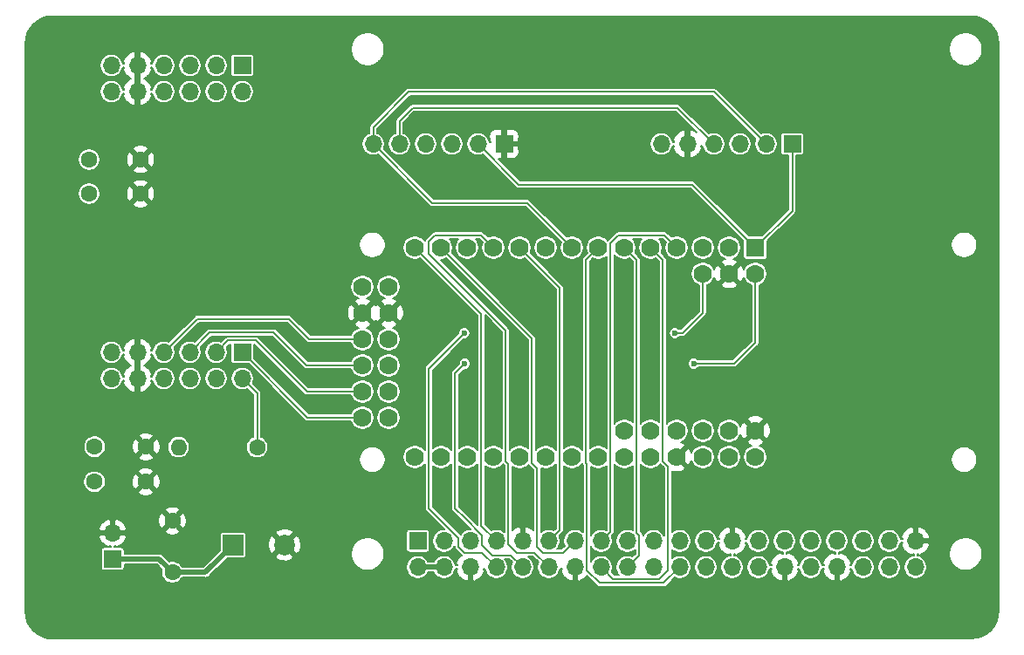
<source format=gtl>
G04 #@! TF.GenerationSoftware,KiCad,Pcbnew,5.1.9-1.fc33*
G04 #@! TF.CreationDate,2021-01-30T11:57:48-05:00*
G04 #@! TF.ProjectId,cyc1000_pidp-11_shim,63796331-3030-4305-9f70-6964702d3131,1*
G04 #@! TF.SameCoordinates,Original*
G04 #@! TF.FileFunction,Copper,L1,Top*
G04 #@! TF.FilePolarity,Positive*
%FSLAX46Y46*%
G04 Gerber Fmt 4.6, Leading zero omitted, Abs format (unit mm)*
G04 Created by KiCad (PCBNEW 5.1.9-1.fc33) date 2021-01-30 11:57:48*
%MOMM*%
%LPD*%
G01*
G04 APERTURE LIST*
G04 #@! TA.AperFunction,ComponentPad*
%ADD10C,0.600000*%
G04 #@! TD*
G04 #@! TA.AperFunction,ComponentPad*
%ADD11C,1.778000*%
G04 #@! TD*
G04 #@! TA.AperFunction,ComponentPad*
%ADD12R,1.778000X1.778000*%
G04 #@! TD*
G04 #@! TA.AperFunction,ComponentPad*
%ADD13R,1.700000X1.700000*%
G04 #@! TD*
G04 #@! TA.AperFunction,ComponentPad*
%ADD14O,1.700000X1.700000*%
G04 #@! TD*
G04 #@! TA.AperFunction,ComponentPad*
%ADD15R,2.000000X2.000000*%
G04 #@! TD*
G04 #@! TA.AperFunction,ComponentPad*
%ADD16C,2.000000*%
G04 #@! TD*
G04 #@! TA.AperFunction,ComponentPad*
%ADD17C,1.600000*%
G04 #@! TD*
G04 #@! TA.AperFunction,ComponentPad*
%ADD18O,1.600000X1.600000*%
G04 #@! TD*
G04 #@! TA.AperFunction,ViaPad*
%ADD19C,0.600000*%
G04 #@! TD*
G04 #@! TA.AperFunction,Conductor*
%ADD20C,0.500000*%
G04 #@! TD*
G04 #@! TA.AperFunction,Conductor*
%ADD21C,0.200000*%
G04 #@! TD*
G04 #@! TA.AperFunction,Conductor*
%ADD22C,0.160000*%
G04 #@! TD*
G04 #@! TA.AperFunction,Conductor*
%ADD23C,0.150000*%
G04 #@! TD*
G04 APERTURE END LIST*
D10*
X255700000Y-134920000D03*
X256270000Y-133710000D03*
X260260000Y-134890000D03*
X237210000Y-133910000D03*
X240560000Y-133900000D03*
X242860000Y-133960000D03*
X245240000Y-119290000D03*
X245790000Y-126840000D03*
X248240000Y-126860000D03*
X247390000Y-119430000D03*
X242050000Y-114070000D03*
X250740000Y-126840000D03*
X253500000Y-126860000D03*
X255930000Y-126860000D03*
X258360000Y-126860000D03*
X260910000Y-126860000D03*
X250090000Y-115880000D03*
X253500000Y-115830000D03*
X255930000Y-115810000D03*
X258460000Y-115810000D03*
X260860000Y-115830000D03*
X257280000Y-141590000D03*
X265040000Y-141490000D03*
X245640000Y-134170000D03*
X248340000Y-134230000D03*
X250840000Y-134250000D03*
X253360000Y-134200000D03*
X268080000Y-136290000D03*
X264800000Y-134410000D03*
X258370000Y-134590000D03*
X270810000Y-137260000D03*
X223600000Y-147590000D03*
X239640000Y-146970000D03*
X254640000Y-146820000D03*
X271850000Y-146900000D03*
X286080000Y-146820000D03*
X286190000Y-127470000D03*
X276640000Y-117340000D03*
X203470000Y-135100000D03*
X286240000Y-117380000D03*
X286280000Y-101250000D03*
X280200000Y-92850000D03*
X267020000Y-92810000D03*
X252770000Y-92810000D03*
X241230000Y-92810000D03*
X224290000Y-121190000D03*
X223700000Y-123000000D03*
X217330000Y-119460000D03*
X228650000Y-127020000D03*
X228560000Y-124440000D03*
X203730000Y-121730000D03*
X203690000Y-91600000D03*
X203730000Y-106240000D03*
X213000000Y-106240000D03*
X220870000Y-106240000D03*
X228500000Y-121750000D03*
X224580000Y-115010000D03*
X224530000Y-108290000D03*
X224530000Y-101820000D03*
X223860000Y-95500000D03*
X224410000Y-93710000D03*
X226230000Y-99570000D03*
X226230000Y-104670000D03*
X226200000Y-111620000D03*
X228100000Y-118730000D03*
X230710000Y-118860000D03*
X227920000Y-113340000D03*
X227920000Y-107320000D03*
X227950000Y-102230000D03*
X228000000Y-97210000D03*
X226170000Y-92960000D03*
D11*
X268554566Y-111755894D03*
D12*
X271094566Y-111755894D03*
D11*
X266014566Y-111755894D03*
X263474566Y-111755894D03*
X260934566Y-111755894D03*
X258394566Y-111755894D03*
X255854566Y-111755894D03*
X253314566Y-111755894D03*
X250774566Y-111755894D03*
X248234566Y-111755894D03*
X245694566Y-111755894D03*
X243154566Y-111755894D03*
X240614566Y-111755894D03*
X238074566Y-111755894D03*
X271094566Y-114295894D03*
X268554566Y-114295894D03*
X266014566Y-114295894D03*
X271094566Y-129535894D03*
X268554566Y-129535894D03*
X266014566Y-129535894D03*
X263474566Y-129535894D03*
X260934566Y-129535894D03*
X258394566Y-129535894D03*
X271094566Y-132075894D03*
X268554566Y-132075894D03*
X266014566Y-132075894D03*
X263474566Y-132075894D03*
X260934566Y-132075894D03*
X258394566Y-132075894D03*
X255854566Y-132075894D03*
X253314566Y-132075894D03*
X250774566Y-132075894D03*
X248234566Y-132075894D03*
X245694566Y-132075894D03*
X243154566Y-132075894D03*
X240614566Y-132075894D03*
X238074566Y-132075894D03*
X235534566Y-115565894D03*
X235534566Y-118105894D03*
X235534566Y-120645894D03*
X235534566Y-123185894D03*
X235534566Y-125725894D03*
X235534566Y-128265894D03*
X232994566Y-115565894D03*
X232994566Y-118105894D03*
X232994566Y-120645894D03*
X232994566Y-123185894D03*
X232994566Y-125725894D03*
X232994566Y-128265894D03*
D10*
X206250000Y-147740000D03*
D13*
X274680000Y-101700000D03*
D14*
X272140000Y-101700000D03*
X269600000Y-101700000D03*
X267060000Y-101700000D03*
X264520000Y-101700000D03*
X261980000Y-101700000D03*
D13*
X221340000Y-121920000D03*
D14*
X221340000Y-124460000D03*
X218800000Y-121920000D03*
X218800000Y-124460000D03*
X216260000Y-121920000D03*
X216260000Y-124460000D03*
X213720000Y-121920000D03*
X213720000Y-124460000D03*
X211180000Y-121920000D03*
X211180000Y-124460000D03*
X208640000Y-121920000D03*
X208640000Y-124460000D03*
D15*
X220440000Y-140620000D03*
D16*
X225440000Y-140620000D03*
D17*
X214570000Y-143280000D03*
X214570000Y-138280000D03*
D13*
X208780000Y-141980000D03*
D14*
X208780000Y-139440000D03*
D13*
X238370000Y-140230000D03*
D14*
X238370000Y-142770000D03*
X240910000Y-140230000D03*
X240910000Y-142770000D03*
X243450000Y-140230000D03*
X243450000Y-142770000D03*
X245990000Y-140230000D03*
X245990000Y-142770000D03*
X248530000Y-140230000D03*
X248530000Y-142770000D03*
X251070000Y-140230000D03*
X251070000Y-142770000D03*
X253610000Y-140230000D03*
X253610000Y-142770000D03*
X256150000Y-140230000D03*
X256150000Y-142770000D03*
X258690000Y-140230000D03*
X258690000Y-142770000D03*
X261230000Y-140230000D03*
X261230000Y-142770000D03*
X263770000Y-140230000D03*
X263770000Y-142770000D03*
X266310000Y-140230000D03*
X266310000Y-142770000D03*
X268850000Y-140230000D03*
X268850000Y-142770000D03*
X271390000Y-140230000D03*
X271390000Y-142770000D03*
X273930000Y-140230000D03*
X273930000Y-142770000D03*
X276470000Y-140230000D03*
X276470000Y-142770000D03*
X279010000Y-140230000D03*
X279010000Y-142770000D03*
X281550000Y-140230000D03*
X281550000Y-142770000D03*
X284090000Y-140230000D03*
X284090000Y-142770000D03*
X286630000Y-140230000D03*
X286630000Y-142770000D03*
D17*
X222780000Y-131130000D03*
D18*
X215160000Y-131130000D03*
D14*
X208640000Y-96620000D03*
X208640000Y-94080000D03*
X211180000Y-96620000D03*
X211180000Y-94080000D03*
X213720000Y-96620000D03*
X213720000Y-94080000D03*
X216260000Y-96620000D03*
X216260000Y-94080000D03*
X218800000Y-96620000D03*
X218800000Y-94080000D03*
X221340000Y-96620000D03*
D13*
X221340000Y-94080000D03*
D14*
X234040000Y-101700000D03*
X236580000Y-101700000D03*
X239120000Y-101700000D03*
X241660000Y-101700000D03*
X244200000Y-101700000D03*
D13*
X246740000Y-101700000D03*
D17*
X206480000Y-106530000D03*
X211480000Y-106530000D03*
X212010000Y-134480000D03*
X207010000Y-134480000D03*
X206480000Y-103200000D03*
X211480000Y-103200000D03*
X212020000Y-131090000D03*
X207020000Y-131090000D03*
D19*
X242870000Y-120060000D03*
X263300000Y-120060000D03*
X242920000Y-123020000D03*
X265130000Y-123020000D03*
D20*
X213270000Y-141980000D02*
X214570000Y-143280000D01*
X208780000Y-141980000D02*
X213270000Y-141980000D01*
X217780000Y-143280000D02*
X220440000Y-140620000D01*
X214570000Y-143280000D02*
X217780000Y-143280000D01*
X238370000Y-142770000D02*
X240910000Y-142770000D01*
D21*
X244505565Y-118186893D02*
X238074566Y-111755894D01*
X244505565Y-138745565D02*
X244505565Y-118186893D01*
X245990000Y-140230000D02*
X244505565Y-138745565D01*
X236580000Y-101700000D02*
X236580000Y-99480000D01*
X236580000Y-99480000D02*
X237860000Y-98200000D01*
X263560000Y-98200000D02*
X267060000Y-101700000D01*
X237860000Y-98200000D02*
X263560000Y-98200000D01*
X242299999Y-140782001D02*
X242299999Y-139929999D01*
X242897999Y-141380001D02*
X242299999Y-140782001D01*
X244600001Y-141380001D02*
X242897999Y-141380001D01*
X245990000Y-142770000D02*
X244600001Y-141380001D01*
X239425565Y-137055565D02*
X239425565Y-123504435D01*
X242299999Y-139929999D02*
X239425565Y-137055565D01*
X239425565Y-123504435D02*
X242870000Y-120060000D01*
X263300000Y-120060000D02*
X264030000Y-120060000D01*
X266014566Y-118075434D02*
X266014566Y-114295894D01*
X264030000Y-120060000D02*
X266014566Y-118075434D01*
X244600001Y-139677999D02*
X242962002Y-138040000D01*
X244600001Y-140620001D02*
X244600001Y-139677999D01*
X245599999Y-141619999D02*
X244600001Y-140620001D01*
X247379999Y-141619999D02*
X245599999Y-141619999D01*
X248530000Y-142770000D02*
X247379999Y-141619999D01*
X241965565Y-137043563D02*
X241965565Y-123974435D01*
X242962002Y-138040000D02*
X241965565Y-137043563D01*
X241965565Y-123974435D02*
X242920000Y-123020000D01*
X271094566Y-120985434D02*
X271094566Y-114295894D01*
X269060000Y-123020000D02*
X271094566Y-120985434D01*
X265130000Y-123020000D02*
X269060000Y-123020000D01*
X252125565Y-139174435D02*
X251070000Y-140230000D01*
X252125565Y-115646893D02*
X252125565Y-139174435D01*
X248234566Y-111755894D02*
X252125565Y-115646893D01*
X240043845Y-110566893D02*
X244505565Y-110566893D01*
X239425565Y-111185173D02*
X240043845Y-110566893D01*
X239425565Y-112326615D02*
X239425565Y-111185173D01*
X244505565Y-110566893D02*
X245694566Y-111755894D01*
X246883567Y-119784617D02*
X239425565Y-112326615D01*
X246883567Y-132484617D02*
X246883567Y-119784617D01*
X247140001Y-132741051D02*
X246883567Y-132484617D01*
X247140001Y-140542003D02*
X247140001Y-132741051D01*
X247977999Y-141380001D02*
X247140001Y-140542003D01*
X249680001Y-141380001D02*
X247977999Y-141380001D01*
X251070000Y-142770000D02*
X249680001Y-141380001D01*
X249423567Y-120564895D02*
X240614566Y-111755894D01*
X249423567Y-132663567D02*
X249423567Y-120564895D01*
X249919999Y-133159999D02*
X249423567Y-132663567D01*
X249919999Y-140782001D02*
X249919999Y-133159999D01*
X250517999Y-141380001D02*
X249919999Y-140782001D01*
X252459999Y-141380001D02*
X250517999Y-141380001D01*
X253610000Y-140230000D02*
X252459999Y-141380001D01*
X262285565Y-110566893D02*
X263474566Y-111755894D01*
X257823845Y-110566893D02*
X262285565Y-110566893D01*
X257043567Y-111347171D02*
X257823845Y-110566893D01*
X257043567Y-139336433D02*
X257043567Y-111347171D01*
X256150000Y-140230000D02*
X257043567Y-139336433D01*
X262123567Y-132484617D02*
X262123567Y-112944895D01*
X262123567Y-112944895D02*
X260934566Y-111755894D01*
X262619999Y-132981049D02*
X262123567Y-132484617D01*
X262619999Y-143082003D02*
X262619999Y-132981049D01*
X261782001Y-143920001D02*
X262619999Y-143082003D01*
X257300001Y-143920001D02*
X261782001Y-143920001D01*
X256150000Y-142770000D02*
X257300001Y-143920001D01*
X259840001Y-141619999D02*
X258690000Y-142770000D01*
X259840001Y-139677999D02*
X259840001Y-141619999D01*
X259583567Y-139421565D02*
X259840001Y-139677999D01*
X259583567Y-112944895D02*
X259583567Y-139421565D01*
X258394566Y-111755894D02*
X259583567Y-112944895D01*
X254665565Y-112944895D02*
X255854566Y-111755894D01*
X254665565Y-132646615D02*
X254665565Y-112944895D01*
X254760001Y-132741051D02*
X254665565Y-132646615D01*
X254760001Y-143082003D02*
X254760001Y-132741051D01*
X255998010Y-144320012D02*
X254760001Y-143082003D01*
X262219988Y-144320012D02*
X255998010Y-144320012D01*
X263770000Y-142770000D02*
X262219988Y-144320012D01*
X274680000Y-108170460D02*
X271094566Y-111755894D01*
X274680000Y-101700000D02*
X274680000Y-108170460D01*
X271094566Y-111755894D02*
X264968672Y-105630000D01*
X248130000Y-105630000D02*
X244200000Y-101700000D01*
X264968672Y-105630000D02*
X248130000Y-105630000D01*
X253314566Y-111755894D02*
X248978672Y-107420000D01*
X239760000Y-107420000D02*
X234040000Y-101700000D01*
X248978672Y-107420000D02*
X239760000Y-107420000D01*
X234040000Y-101700000D02*
X234040000Y-100070000D01*
X234040000Y-100070000D02*
X237460000Y-96650000D01*
X267090000Y-96650000D02*
X272140000Y-101700000D01*
X237460000Y-96650000D02*
X267090000Y-96650000D01*
X213720000Y-121920000D02*
X216970000Y-118670000D01*
X216970000Y-118670000D02*
X225830000Y-118670000D01*
X227805894Y-120645894D02*
X232994566Y-120645894D01*
X225830000Y-118670000D02*
X227805894Y-120645894D01*
X216260000Y-121920000D02*
X218200000Y-119980000D01*
X218200000Y-119980000D02*
X224380000Y-119980000D01*
X227585894Y-123185894D02*
X232994566Y-123185894D01*
X224380000Y-119980000D02*
X227585894Y-123185894D01*
X219950001Y-120769999D02*
X222659999Y-120769999D01*
X218800000Y-121920000D02*
X219950001Y-120769999D01*
X227615894Y-125725894D02*
X232994566Y-125725894D01*
X222659999Y-120769999D02*
X227615894Y-125725894D01*
X222780000Y-125900000D02*
X221340000Y-124460000D01*
X222780000Y-131130000D02*
X222780000Y-125900000D01*
X227685894Y-128265894D02*
X221340000Y-121920000D01*
X232994566Y-128265894D02*
X227685894Y-128265894D01*
D22*
X292526104Y-89342976D02*
X293032171Y-89495766D01*
X293498920Y-89743940D01*
X293908578Y-90078049D01*
X294245540Y-90485366D01*
X294496965Y-90950369D01*
X294653288Y-91455363D01*
X294709980Y-91994757D01*
X294710001Y-92000724D01*
X294710000Y-146985816D01*
X294657024Y-147526104D01*
X294504234Y-148032171D01*
X294256058Y-148498921D01*
X293921949Y-148908580D01*
X293514634Y-149245540D01*
X293049630Y-149496966D01*
X292544638Y-149653288D01*
X292005243Y-149709980D01*
X291999563Y-149710000D01*
X203014184Y-149710000D01*
X202473896Y-149657024D01*
X201967829Y-149504234D01*
X201501079Y-149256058D01*
X201091420Y-148921949D01*
X200754460Y-148514634D01*
X200503034Y-148049630D01*
X200346712Y-147544638D01*
X200290020Y-147005243D01*
X200290000Y-146999563D01*
X200290000Y-139835158D01*
X207397360Y-139835158D01*
X207410833Y-139879594D01*
X207522902Y-140138259D01*
X207683280Y-140370090D01*
X207885805Y-140566178D01*
X208122693Y-140718988D01*
X208384841Y-140822647D01*
X208605998Y-140720442D01*
X208605998Y-140848646D01*
X207930000Y-140848646D01*
X207875111Y-140854052D01*
X207822330Y-140870063D01*
X207773688Y-140896063D01*
X207731053Y-140931053D01*
X207696063Y-140973688D01*
X207670063Y-141022330D01*
X207654052Y-141075111D01*
X207648646Y-141130000D01*
X207648646Y-142830000D01*
X207654052Y-142884889D01*
X207670063Y-142937670D01*
X207696063Y-142986312D01*
X207731053Y-143028947D01*
X207773688Y-143063937D01*
X207822330Y-143089937D01*
X207875111Y-143105948D01*
X207930000Y-143111354D01*
X209630000Y-143111354D01*
X209684889Y-143105948D01*
X209737670Y-143089937D01*
X209786312Y-143063937D01*
X209828947Y-143028947D01*
X209863937Y-142986312D01*
X209889937Y-142937670D01*
X209905948Y-142884889D01*
X209911354Y-142830000D01*
X209911354Y-142510000D01*
X213050468Y-142510000D01*
X213527180Y-142986712D01*
X213490000Y-143173629D01*
X213490000Y-143386371D01*
X213531503Y-143595024D01*
X213612916Y-143791572D01*
X213731109Y-143968460D01*
X213881540Y-144118891D01*
X214058428Y-144237084D01*
X214254976Y-144318497D01*
X214463629Y-144360000D01*
X214676371Y-144360000D01*
X214885024Y-144318497D01*
X215081572Y-144237084D01*
X215258460Y-144118891D01*
X215408891Y-143968460D01*
X215514771Y-143810000D01*
X217753967Y-143810000D01*
X217780000Y-143812564D01*
X217883898Y-143802331D01*
X217983803Y-143772025D01*
X218075877Y-143722811D01*
X218156580Y-143656580D01*
X218173183Y-143636349D01*
X219908179Y-141901354D01*
X221440000Y-141901354D01*
X221494889Y-141895948D01*
X221547670Y-141879937D01*
X221596312Y-141853937D01*
X221638947Y-141818947D01*
X221673937Y-141776312D01*
X221682658Y-141759995D01*
X224546078Y-141759995D01*
X224648442Y-142005512D01*
X224933951Y-142133315D01*
X225238908Y-142202962D01*
X225551592Y-142211777D01*
X225859988Y-142159422D01*
X226152245Y-142047906D01*
X226231558Y-142005512D01*
X226333922Y-141759995D01*
X225440000Y-140866073D01*
X224546078Y-141759995D01*
X221682658Y-141759995D01*
X221699937Y-141727670D01*
X221715948Y-141674889D01*
X221721354Y-141620000D01*
X221721354Y-140731592D01*
X223848223Y-140731592D01*
X223900578Y-141039988D01*
X224012094Y-141332245D01*
X224054488Y-141411558D01*
X224300005Y-141513922D01*
X225193927Y-140620000D01*
X225686073Y-140620000D01*
X226579995Y-141513922D01*
X226825512Y-141411558D01*
X226857785Y-141339459D01*
X231870000Y-141339459D01*
X231870000Y-141660541D01*
X231932640Y-141975453D01*
X232055513Y-142272095D01*
X232233896Y-142539065D01*
X232460935Y-142766104D01*
X232727905Y-142944487D01*
X233024547Y-143067360D01*
X233339459Y-143130000D01*
X233660541Y-143130000D01*
X233975453Y-143067360D01*
X234272095Y-142944487D01*
X234539065Y-142766104D01*
X234766104Y-142539065D01*
X234944487Y-142272095D01*
X235067360Y-141975453D01*
X235130000Y-141660541D01*
X235130000Y-141339459D01*
X235067360Y-141024547D01*
X234944487Y-140727905D01*
X234766104Y-140460935D01*
X234539065Y-140233896D01*
X234272095Y-140055513D01*
X233975453Y-139932640D01*
X233660541Y-139870000D01*
X233339459Y-139870000D01*
X233024547Y-139932640D01*
X232727905Y-140055513D01*
X232460935Y-140233896D01*
X232233896Y-140460935D01*
X232055513Y-140727905D01*
X231932640Y-141024547D01*
X231870000Y-141339459D01*
X226857785Y-141339459D01*
X226953315Y-141126049D01*
X227022962Y-140821092D01*
X227031777Y-140508408D01*
X226979422Y-140200012D01*
X226867906Y-139907755D01*
X226825512Y-139828442D01*
X226579995Y-139726078D01*
X225686073Y-140620000D01*
X225193927Y-140620000D01*
X224300005Y-139726078D01*
X224054488Y-139828442D01*
X223926685Y-140113951D01*
X223857038Y-140418908D01*
X223848223Y-140731592D01*
X221721354Y-140731592D01*
X221721354Y-139620000D01*
X221715948Y-139565111D01*
X221699937Y-139512330D01*
X221682659Y-139480005D01*
X224546078Y-139480005D01*
X225440000Y-140373927D01*
X226333922Y-139480005D01*
X226292227Y-139380000D01*
X237238646Y-139380000D01*
X237238646Y-141080000D01*
X237244052Y-141134889D01*
X237260063Y-141187670D01*
X237286063Y-141236312D01*
X237321053Y-141278947D01*
X237363688Y-141313937D01*
X237412330Y-141339937D01*
X237465111Y-141355948D01*
X237520000Y-141361354D01*
X239220000Y-141361354D01*
X239274889Y-141355948D01*
X239327670Y-141339937D01*
X239376312Y-141313937D01*
X239418947Y-141278947D01*
X239453937Y-141236312D01*
X239479937Y-141187670D01*
X239495948Y-141134889D01*
X239501354Y-141080000D01*
X239501354Y-139380000D01*
X239495948Y-139325111D01*
X239479937Y-139272330D01*
X239453937Y-139223688D01*
X239418947Y-139181053D01*
X239376312Y-139146063D01*
X239327670Y-139120063D01*
X239274889Y-139104052D01*
X239220000Y-139098646D01*
X237520000Y-139098646D01*
X237465111Y-139104052D01*
X237412330Y-139120063D01*
X237363688Y-139146063D01*
X237321053Y-139181053D01*
X237286063Y-139223688D01*
X237260063Y-139272330D01*
X237244052Y-139325111D01*
X237238646Y-139380000D01*
X226292227Y-139380000D01*
X226231558Y-139234488D01*
X225946049Y-139106685D01*
X225641092Y-139037038D01*
X225328408Y-139028223D01*
X225020012Y-139080578D01*
X224727755Y-139192094D01*
X224648442Y-139234488D01*
X224546078Y-139480005D01*
X221682659Y-139480005D01*
X221673937Y-139463688D01*
X221638947Y-139421053D01*
X221596312Y-139386063D01*
X221547670Y-139360063D01*
X221494889Y-139344052D01*
X221440000Y-139338646D01*
X219440000Y-139338646D01*
X219385111Y-139344052D01*
X219332330Y-139360063D01*
X219283688Y-139386063D01*
X219241053Y-139421053D01*
X219206063Y-139463688D01*
X219180063Y-139512330D01*
X219164052Y-139565111D01*
X219158646Y-139620000D01*
X219158646Y-141151821D01*
X217560468Y-142750000D01*
X215514771Y-142750000D01*
X215408891Y-142591540D01*
X215258460Y-142441109D01*
X215081572Y-142322916D01*
X214885024Y-142241503D01*
X214676371Y-142200000D01*
X214463629Y-142200000D01*
X214276712Y-142237180D01*
X213663183Y-141623651D01*
X213646580Y-141603420D01*
X213565877Y-141537189D01*
X213473803Y-141487975D01*
X213373898Y-141457669D01*
X213296033Y-141450000D01*
X213270000Y-141447436D01*
X213243967Y-141450000D01*
X209911354Y-141450000D01*
X209911354Y-141130000D01*
X209905948Y-141075111D01*
X209889937Y-141022330D01*
X209863937Y-140973688D01*
X209828947Y-140931053D01*
X209786312Y-140896063D01*
X209737670Y-140870063D01*
X209684889Y-140854052D01*
X209630000Y-140848646D01*
X208954002Y-140848646D01*
X208954002Y-140720442D01*
X209175159Y-140822647D01*
X209437307Y-140718988D01*
X209674195Y-140566178D01*
X209876720Y-140370090D01*
X210037098Y-140138259D01*
X210149167Y-139879594D01*
X210162640Y-139835158D01*
X210059220Y-139614000D01*
X208954000Y-139614000D01*
X208954000Y-139634000D01*
X208606000Y-139634000D01*
X208606000Y-139614000D01*
X207500780Y-139614000D01*
X207397360Y-139835158D01*
X200290000Y-139835158D01*
X200290000Y-139276684D01*
X213819389Y-139276684D01*
X213897380Y-139501808D01*
X214148668Y-139609553D01*
X214416146Y-139666204D01*
X214689538Y-139669584D01*
X214958335Y-139619562D01*
X215212209Y-139518063D01*
X215242620Y-139501808D01*
X215320611Y-139276684D01*
X214570000Y-138526073D01*
X213819389Y-139276684D01*
X200290000Y-139276684D01*
X200290000Y-139044842D01*
X207397360Y-139044842D01*
X207500780Y-139266000D01*
X208606000Y-139266000D01*
X208606000Y-138159559D01*
X208954000Y-138159559D01*
X208954000Y-139266000D01*
X210059220Y-139266000D01*
X210162640Y-139044842D01*
X210149167Y-139000406D01*
X210037098Y-138741741D01*
X209876720Y-138509910D01*
X209762725Y-138399538D01*
X213180416Y-138399538D01*
X213230438Y-138668335D01*
X213331937Y-138922209D01*
X213348192Y-138952620D01*
X213573316Y-139030611D01*
X214323927Y-138280000D01*
X214816073Y-138280000D01*
X215566684Y-139030611D01*
X215791808Y-138952620D01*
X215899553Y-138701332D01*
X215956204Y-138433854D01*
X215959584Y-138160462D01*
X215909562Y-137891665D01*
X215808063Y-137637791D01*
X215791808Y-137607380D01*
X215566684Y-137529389D01*
X214816073Y-138280000D01*
X214323927Y-138280000D01*
X213573316Y-137529389D01*
X213348192Y-137607380D01*
X213240447Y-137858668D01*
X213183796Y-138126146D01*
X213180416Y-138399538D01*
X209762725Y-138399538D01*
X209674195Y-138313822D01*
X209437307Y-138161012D01*
X209175159Y-138057353D01*
X208954000Y-138159559D01*
X208606000Y-138159559D01*
X208384841Y-138057353D01*
X208122693Y-138161012D01*
X207885805Y-138313822D01*
X207683280Y-138509910D01*
X207522902Y-138741741D01*
X207410833Y-139000406D01*
X207397360Y-139044842D01*
X200290000Y-139044842D01*
X200290000Y-137283316D01*
X213819389Y-137283316D01*
X214570000Y-138033927D01*
X215320611Y-137283316D01*
X215242620Y-137058192D01*
X214991332Y-136950447D01*
X214723854Y-136893796D01*
X214450462Y-136890416D01*
X214181665Y-136940438D01*
X213927791Y-137041937D01*
X213897380Y-137058192D01*
X213819389Y-137283316D01*
X200290000Y-137283316D01*
X200290000Y-134373629D01*
X205930000Y-134373629D01*
X205930000Y-134586371D01*
X205971503Y-134795024D01*
X206052916Y-134991572D01*
X206171109Y-135168460D01*
X206321540Y-135318891D01*
X206498428Y-135437084D01*
X206694976Y-135518497D01*
X206903629Y-135560000D01*
X207116371Y-135560000D01*
X207325024Y-135518497D01*
X207425969Y-135476684D01*
X211259389Y-135476684D01*
X211337380Y-135701808D01*
X211588668Y-135809553D01*
X211856146Y-135866204D01*
X212129538Y-135869584D01*
X212398335Y-135819562D01*
X212652209Y-135718063D01*
X212682620Y-135701808D01*
X212760611Y-135476684D01*
X212010000Y-134726073D01*
X211259389Y-135476684D01*
X207425969Y-135476684D01*
X207521572Y-135437084D01*
X207698460Y-135318891D01*
X207848891Y-135168460D01*
X207967084Y-134991572D01*
X208048497Y-134795024D01*
X208087380Y-134599538D01*
X210620416Y-134599538D01*
X210670438Y-134868335D01*
X210771937Y-135122209D01*
X210788192Y-135152620D01*
X211013316Y-135230611D01*
X211763927Y-134480000D01*
X212256073Y-134480000D01*
X213006684Y-135230611D01*
X213231808Y-135152620D01*
X213339553Y-134901332D01*
X213396204Y-134633854D01*
X213399584Y-134360462D01*
X213349562Y-134091665D01*
X213248063Y-133837791D01*
X213231808Y-133807380D01*
X213006684Y-133729389D01*
X212256073Y-134480000D01*
X211763927Y-134480000D01*
X211013316Y-133729389D01*
X210788192Y-133807380D01*
X210680447Y-134058668D01*
X210623796Y-134326146D01*
X210620416Y-134599538D01*
X208087380Y-134599538D01*
X208090000Y-134586371D01*
X208090000Y-134373629D01*
X208048497Y-134164976D01*
X207967084Y-133968428D01*
X207848891Y-133791540D01*
X207698460Y-133641109D01*
X207521572Y-133522916D01*
X207425970Y-133483316D01*
X211259389Y-133483316D01*
X212010000Y-134233927D01*
X212760611Y-133483316D01*
X212682620Y-133258192D01*
X212431332Y-133150447D01*
X212163854Y-133093796D01*
X211890462Y-133090416D01*
X211621665Y-133140438D01*
X211367791Y-133241937D01*
X211337380Y-133258192D01*
X211259389Y-133483316D01*
X207425970Y-133483316D01*
X207325024Y-133441503D01*
X207116371Y-133400000D01*
X206903629Y-133400000D01*
X206694976Y-133441503D01*
X206498428Y-133522916D01*
X206321540Y-133641109D01*
X206171109Y-133791540D01*
X206052916Y-133968428D01*
X205971503Y-134164976D01*
X205930000Y-134373629D01*
X200290000Y-134373629D01*
X200290000Y-130983629D01*
X205940000Y-130983629D01*
X205940000Y-131196371D01*
X205981503Y-131405024D01*
X206062916Y-131601572D01*
X206181109Y-131778460D01*
X206331540Y-131928891D01*
X206508428Y-132047084D01*
X206704976Y-132128497D01*
X206913629Y-132170000D01*
X207126371Y-132170000D01*
X207335024Y-132128497D01*
X207435969Y-132086684D01*
X211269389Y-132086684D01*
X211347380Y-132311808D01*
X211598668Y-132419553D01*
X211866146Y-132476204D01*
X212139538Y-132479584D01*
X212408335Y-132429562D01*
X212662209Y-132328063D01*
X212692620Y-132311808D01*
X212726421Y-132214239D01*
X232679766Y-132214239D01*
X232679766Y-132466377D01*
X232728956Y-132713670D01*
X232825445Y-132946615D01*
X232965525Y-133156260D01*
X233143814Y-133334549D01*
X233353459Y-133474629D01*
X233586404Y-133571118D01*
X233833697Y-133620308D01*
X234085835Y-133620308D01*
X234333128Y-133571118D01*
X234566073Y-133474629D01*
X234775718Y-133334549D01*
X234954007Y-133156260D01*
X235094087Y-132946615D01*
X235190576Y-132713670D01*
X235239766Y-132466377D01*
X235239766Y-132214239D01*
X235190576Y-131966946D01*
X235094087Y-131734001D01*
X234954007Y-131524356D01*
X234775718Y-131346067D01*
X234566073Y-131205987D01*
X234333128Y-131109498D01*
X234085835Y-131060308D01*
X233833697Y-131060308D01*
X233586404Y-131109498D01*
X233353459Y-131205987D01*
X233143814Y-131346067D01*
X232965525Y-131524356D01*
X232825445Y-131734001D01*
X232728956Y-131966946D01*
X232679766Y-132214239D01*
X212726421Y-132214239D01*
X212770611Y-132086684D01*
X212020000Y-131336073D01*
X211269389Y-132086684D01*
X207435969Y-132086684D01*
X207531572Y-132047084D01*
X207708460Y-131928891D01*
X207858891Y-131778460D01*
X207977084Y-131601572D01*
X208058497Y-131405024D01*
X208097380Y-131209538D01*
X210630416Y-131209538D01*
X210680438Y-131478335D01*
X210781937Y-131732209D01*
X210798192Y-131762620D01*
X211023316Y-131840611D01*
X211773927Y-131090000D01*
X212266073Y-131090000D01*
X213016684Y-131840611D01*
X213241808Y-131762620D01*
X213349553Y-131511332D01*
X213406204Y-131243854D01*
X213408926Y-131023629D01*
X214080000Y-131023629D01*
X214080000Y-131236371D01*
X214121503Y-131445024D01*
X214202916Y-131641572D01*
X214321109Y-131818460D01*
X214471540Y-131968891D01*
X214648428Y-132087084D01*
X214844976Y-132168497D01*
X215053629Y-132210000D01*
X215266371Y-132210000D01*
X215475024Y-132168497D01*
X215671572Y-132087084D01*
X215848460Y-131968891D01*
X215998891Y-131818460D01*
X216117084Y-131641572D01*
X216198497Y-131445024D01*
X216240000Y-131236371D01*
X216240000Y-131023629D01*
X216198497Y-130814976D01*
X216117084Y-130618428D01*
X215998891Y-130441540D01*
X215848460Y-130291109D01*
X215671572Y-130172916D01*
X215475024Y-130091503D01*
X215266371Y-130050000D01*
X215053629Y-130050000D01*
X214844976Y-130091503D01*
X214648428Y-130172916D01*
X214471540Y-130291109D01*
X214321109Y-130441540D01*
X214202916Y-130618428D01*
X214121503Y-130814976D01*
X214080000Y-131023629D01*
X213408926Y-131023629D01*
X213409584Y-130970462D01*
X213359562Y-130701665D01*
X213258063Y-130447791D01*
X213241808Y-130417380D01*
X213016684Y-130339389D01*
X212266073Y-131090000D01*
X211773927Y-131090000D01*
X211023316Y-130339389D01*
X210798192Y-130417380D01*
X210690447Y-130668668D01*
X210633796Y-130936146D01*
X210630416Y-131209538D01*
X208097380Y-131209538D01*
X208100000Y-131196371D01*
X208100000Y-130983629D01*
X208058497Y-130774976D01*
X207977084Y-130578428D01*
X207858891Y-130401540D01*
X207708460Y-130251109D01*
X207531572Y-130132916D01*
X207435970Y-130093316D01*
X211269389Y-130093316D01*
X212020000Y-130843927D01*
X212770611Y-130093316D01*
X212692620Y-129868192D01*
X212441332Y-129760447D01*
X212173854Y-129703796D01*
X211900462Y-129700416D01*
X211631665Y-129750438D01*
X211377791Y-129851937D01*
X211347380Y-129868192D01*
X211269389Y-130093316D01*
X207435970Y-130093316D01*
X207335024Y-130051503D01*
X207126371Y-130010000D01*
X206913629Y-130010000D01*
X206704976Y-130051503D01*
X206508428Y-130132916D01*
X206331540Y-130251109D01*
X206181109Y-130401540D01*
X206062916Y-130578428D01*
X205981503Y-130774976D01*
X205940000Y-130983629D01*
X200290000Y-130983629D01*
X200290000Y-121808705D01*
X207510000Y-121808705D01*
X207510000Y-122031295D01*
X207553425Y-122249609D01*
X207638607Y-122455256D01*
X207762271Y-122640333D01*
X207919667Y-122797729D01*
X208104744Y-122921393D01*
X208310391Y-123006575D01*
X208528705Y-123050000D01*
X208751295Y-123050000D01*
X208969609Y-123006575D01*
X209175256Y-122921393D01*
X209360333Y-122797729D01*
X209517729Y-122640333D01*
X209641393Y-122455256D01*
X209726575Y-122249609D01*
X209757527Y-122094002D01*
X209899558Y-122094002D01*
X209797353Y-122315159D01*
X209901012Y-122577307D01*
X210053822Y-122814195D01*
X210249910Y-123016720D01*
X210481741Y-123177098D01*
X210511520Y-123190000D01*
X210481741Y-123202902D01*
X210249910Y-123363280D01*
X210053822Y-123565805D01*
X209901012Y-123802693D01*
X209797353Y-124064841D01*
X209899558Y-124285998D01*
X209757527Y-124285998D01*
X209726575Y-124130391D01*
X209641393Y-123924744D01*
X209517729Y-123739667D01*
X209360333Y-123582271D01*
X209175256Y-123458607D01*
X208969609Y-123373425D01*
X208751295Y-123330000D01*
X208528705Y-123330000D01*
X208310391Y-123373425D01*
X208104744Y-123458607D01*
X207919667Y-123582271D01*
X207762271Y-123739667D01*
X207638607Y-123924744D01*
X207553425Y-124130391D01*
X207510000Y-124348705D01*
X207510000Y-124571295D01*
X207553425Y-124789609D01*
X207638607Y-124995256D01*
X207762271Y-125180333D01*
X207919667Y-125337729D01*
X208104744Y-125461393D01*
X208310391Y-125546575D01*
X208528705Y-125590000D01*
X208751295Y-125590000D01*
X208969609Y-125546575D01*
X209175256Y-125461393D01*
X209360333Y-125337729D01*
X209517729Y-125180333D01*
X209641393Y-124995256D01*
X209726575Y-124789609D01*
X209757527Y-124634002D01*
X209899558Y-124634002D01*
X209797353Y-124855159D01*
X209901012Y-125117307D01*
X210053822Y-125354195D01*
X210249910Y-125556720D01*
X210481741Y-125717098D01*
X210740406Y-125829167D01*
X210784842Y-125842640D01*
X211006000Y-125739220D01*
X211006000Y-124634000D01*
X210986000Y-124634000D01*
X210986000Y-124286000D01*
X211006000Y-124286000D01*
X211006000Y-122094000D01*
X210986000Y-122094000D01*
X210986000Y-121746000D01*
X211006000Y-121746000D01*
X211006000Y-120640780D01*
X211354000Y-120640780D01*
X211354000Y-121746000D01*
X211374000Y-121746000D01*
X211374000Y-122094000D01*
X211354000Y-122094000D01*
X211354000Y-124286000D01*
X211374000Y-124286000D01*
X211374000Y-124634000D01*
X211354000Y-124634000D01*
X211354000Y-125739220D01*
X211575158Y-125842640D01*
X211619594Y-125829167D01*
X211878259Y-125717098D01*
X212110090Y-125556720D01*
X212306178Y-125354195D01*
X212458988Y-125117307D01*
X212562647Y-124855159D01*
X212460442Y-124634002D01*
X212602473Y-124634002D01*
X212633425Y-124789609D01*
X212718607Y-124995256D01*
X212842271Y-125180333D01*
X212999667Y-125337729D01*
X213184744Y-125461393D01*
X213390391Y-125546575D01*
X213608705Y-125590000D01*
X213831295Y-125590000D01*
X214049609Y-125546575D01*
X214255256Y-125461393D01*
X214440333Y-125337729D01*
X214597729Y-125180333D01*
X214721393Y-124995256D01*
X214806575Y-124789609D01*
X214850000Y-124571295D01*
X214850000Y-124348705D01*
X215130000Y-124348705D01*
X215130000Y-124571295D01*
X215173425Y-124789609D01*
X215258607Y-124995256D01*
X215382271Y-125180333D01*
X215539667Y-125337729D01*
X215724744Y-125461393D01*
X215930391Y-125546575D01*
X216148705Y-125590000D01*
X216371295Y-125590000D01*
X216589609Y-125546575D01*
X216795256Y-125461393D01*
X216980333Y-125337729D01*
X217137729Y-125180333D01*
X217261393Y-124995256D01*
X217346575Y-124789609D01*
X217390000Y-124571295D01*
X217390000Y-124348705D01*
X217670000Y-124348705D01*
X217670000Y-124571295D01*
X217713425Y-124789609D01*
X217798607Y-124995256D01*
X217922271Y-125180333D01*
X218079667Y-125337729D01*
X218264744Y-125461393D01*
X218470391Y-125546575D01*
X218688705Y-125590000D01*
X218911295Y-125590000D01*
X219129609Y-125546575D01*
X219335256Y-125461393D01*
X219520333Y-125337729D01*
X219677729Y-125180333D01*
X219801393Y-124995256D01*
X219886575Y-124789609D01*
X219930000Y-124571295D01*
X219930000Y-124348705D01*
X220210000Y-124348705D01*
X220210000Y-124571295D01*
X220253425Y-124789609D01*
X220338607Y-124995256D01*
X220462271Y-125180333D01*
X220619667Y-125337729D01*
X220804744Y-125461393D01*
X221010391Y-125546575D01*
X221228705Y-125590000D01*
X221451295Y-125590000D01*
X221669609Y-125546575D01*
X221824865Y-125482266D01*
X222400001Y-126057402D01*
X222400000Y-130118417D01*
X222268428Y-130172916D01*
X222091540Y-130291109D01*
X221941109Y-130441540D01*
X221822916Y-130618428D01*
X221741503Y-130814976D01*
X221700000Y-131023629D01*
X221700000Y-131236371D01*
X221741503Y-131445024D01*
X221822916Y-131641572D01*
X221941109Y-131818460D01*
X222091540Y-131968891D01*
X222268428Y-132087084D01*
X222464976Y-132168497D01*
X222673629Y-132210000D01*
X222886371Y-132210000D01*
X223095024Y-132168497D01*
X223291572Y-132087084D01*
X223468460Y-131968891D01*
X223618891Y-131818460D01*
X223737084Y-131641572D01*
X223818497Y-131445024D01*
X223860000Y-131236371D01*
X223860000Y-131023629D01*
X223818497Y-130814976D01*
X223737084Y-130618428D01*
X223618891Y-130441540D01*
X223468460Y-130291109D01*
X223291572Y-130172916D01*
X223160000Y-130118417D01*
X223160000Y-125918654D01*
X223161837Y-125900000D01*
X223160000Y-125881346D01*
X223160000Y-125881339D01*
X223154501Y-125825507D01*
X223132772Y-125753877D01*
X223097487Y-125687862D01*
X223050000Y-125630000D01*
X223035505Y-125618104D01*
X222362266Y-124944865D01*
X222426575Y-124789609D01*
X222470000Y-124571295D01*
X222470000Y-124348705D01*
X222426575Y-124130391D01*
X222341393Y-123924744D01*
X222217729Y-123739667D01*
X222060333Y-123582271D01*
X221875256Y-123458607D01*
X221669609Y-123373425D01*
X221451295Y-123330000D01*
X221228705Y-123330000D01*
X221010391Y-123373425D01*
X220804744Y-123458607D01*
X220619667Y-123582271D01*
X220462271Y-123739667D01*
X220338607Y-123924744D01*
X220253425Y-124130391D01*
X220210000Y-124348705D01*
X219930000Y-124348705D01*
X219886575Y-124130391D01*
X219801393Y-123924744D01*
X219677729Y-123739667D01*
X219520333Y-123582271D01*
X219335256Y-123458607D01*
X219129609Y-123373425D01*
X218911295Y-123330000D01*
X218688705Y-123330000D01*
X218470391Y-123373425D01*
X218264744Y-123458607D01*
X218079667Y-123582271D01*
X217922271Y-123739667D01*
X217798607Y-123924744D01*
X217713425Y-124130391D01*
X217670000Y-124348705D01*
X217390000Y-124348705D01*
X217346575Y-124130391D01*
X217261393Y-123924744D01*
X217137729Y-123739667D01*
X216980333Y-123582271D01*
X216795256Y-123458607D01*
X216589609Y-123373425D01*
X216371295Y-123330000D01*
X216148705Y-123330000D01*
X215930391Y-123373425D01*
X215724744Y-123458607D01*
X215539667Y-123582271D01*
X215382271Y-123739667D01*
X215258607Y-123924744D01*
X215173425Y-124130391D01*
X215130000Y-124348705D01*
X214850000Y-124348705D01*
X214806575Y-124130391D01*
X214721393Y-123924744D01*
X214597729Y-123739667D01*
X214440333Y-123582271D01*
X214255256Y-123458607D01*
X214049609Y-123373425D01*
X213831295Y-123330000D01*
X213608705Y-123330000D01*
X213390391Y-123373425D01*
X213184744Y-123458607D01*
X212999667Y-123582271D01*
X212842271Y-123739667D01*
X212718607Y-123924744D01*
X212633425Y-124130391D01*
X212602473Y-124285998D01*
X212460442Y-124285998D01*
X212562647Y-124064841D01*
X212458988Y-123802693D01*
X212306178Y-123565805D01*
X212110090Y-123363280D01*
X211878259Y-123202902D01*
X211848480Y-123190000D01*
X211878259Y-123177098D01*
X212110090Y-123016720D01*
X212306178Y-122814195D01*
X212458988Y-122577307D01*
X212562647Y-122315159D01*
X212460442Y-122094002D01*
X212602473Y-122094002D01*
X212633425Y-122249609D01*
X212718607Y-122455256D01*
X212842271Y-122640333D01*
X212999667Y-122797729D01*
X213184744Y-122921393D01*
X213390391Y-123006575D01*
X213608705Y-123050000D01*
X213831295Y-123050000D01*
X214049609Y-123006575D01*
X214255256Y-122921393D01*
X214440333Y-122797729D01*
X214597729Y-122640333D01*
X214721393Y-122455256D01*
X214806575Y-122249609D01*
X214850000Y-122031295D01*
X214850000Y-121808705D01*
X215130000Y-121808705D01*
X215130000Y-122031295D01*
X215173425Y-122249609D01*
X215258607Y-122455256D01*
X215382271Y-122640333D01*
X215539667Y-122797729D01*
X215724744Y-122921393D01*
X215930391Y-123006575D01*
X216148705Y-123050000D01*
X216371295Y-123050000D01*
X216589609Y-123006575D01*
X216795256Y-122921393D01*
X216980333Y-122797729D01*
X217137729Y-122640333D01*
X217261393Y-122455256D01*
X217346575Y-122249609D01*
X217390000Y-122031295D01*
X217390000Y-121808705D01*
X217670000Y-121808705D01*
X217670000Y-122031295D01*
X217713425Y-122249609D01*
X217798607Y-122455256D01*
X217922271Y-122640333D01*
X218079667Y-122797729D01*
X218264744Y-122921393D01*
X218470391Y-123006575D01*
X218688705Y-123050000D01*
X218911295Y-123050000D01*
X219129609Y-123006575D01*
X219335256Y-122921393D01*
X219520333Y-122797729D01*
X219677729Y-122640333D01*
X219801393Y-122455256D01*
X219886575Y-122249609D01*
X219930000Y-122031295D01*
X219930000Y-121808705D01*
X219886575Y-121590391D01*
X219822266Y-121435135D01*
X220107402Y-121149999D01*
X220208646Y-121149999D01*
X220208646Y-122770000D01*
X220214052Y-122824889D01*
X220230063Y-122877670D01*
X220256063Y-122926312D01*
X220291053Y-122968947D01*
X220333688Y-123003937D01*
X220382330Y-123029937D01*
X220435111Y-123045948D01*
X220490000Y-123051354D01*
X221933954Y-123051354D01*
X227403998Y-128521399D01*
X227415894Y-128535894D01*
X227473756Y-128583381D01*
X227539771Y-128618666D01*
X227589671Y-128633803D01*
X227611400Y-128640395D01*
X227619063Y-128641150D01*
X227667233Y-128645894D01*
X227667239Y-128645894D01*
X227685893Y-128647731D01*
X227704547Y-128645894D01*
X231886651Y-128645894D01*
X231958612Y-128819623D01*
X232086545Y-129011088D01*
X232249372Y-129173915D01*
X232440837Y-129301848D01*
X232653581Y-129389970D01*
X232879430Y-129434894D01*
X233109702Y-129434894D01*
X233335551Y-129389970D01*
X233548295Y-129301848D01*
X233739760Y-129173915D01*
X233902587Y-129011088D01*
X234030520Y-128819623D01*
X234118642Y-128606879D01*
X234163566Y-128381030D01*
X234163566Y-128150758D01*
X234365566Y-128150758D01*
X234365566Y-128381030D01*
X234410490Y-128606879D01*
X234498612Y-128819623D01*
X234626545Y-129011088D01*
X234789372Y-129173915D01*
X234980837Y-129301848D01*
X235193581Y-129389970D01*
X235419430Y-129434894D01*
X235649702Y-129434894D01*
X235875551Y-129389970D01*
X236088295Y-129301848D01*
X236279760Y-129173915D01*
X236442587Y-129011088D01*
X236570520Y-128819623D01*
X236658642Y-128606879D01*
X236703566Y-128381030D01*
X236703566Y-128150758D01*
X236658642Y-127924909D01*
X236570520Y-127712165D01*
X236442587Y-127520700D01*
X236279760Y-127357873D01*
X236088295Y-127229940D01*
X235875551Y-127141818D01*
X235649702Y-127096894D01*
X235419430Y-127096894D01*
X235193581Y-127141818D01*
X234980837Y-127229940D01*
X234789372Y-127357873D01*
X234626545Y-127520700D01*
X234498612Y-127712165D01*
X234410490Y-127924909D01*
X234365566Y-128150758D01*
X234163566Y-128150758D01*
X234118642Y-127924909D01*
X234030520Y-127712165D01*
X233902587Y-127520700D01*
X233739760Y-127357873D01*
X233548295Y-127229940D01*
X233335551Y-127141818D01*
X233109702Y-127096894D01*
X232879430Y-127096894D01*
X232653581Y-127141818D01*
X232440837Y-127229940D01*
X232249372Y-127357873D01*
X232086545Y-127520700D01*
X231958612Y-127712165D01*
X231886651Y-127885894D01*
X227843295Y-127885894D01*
X222471354Y-122513954D01*
X222471354Y-121149999D01*
X222502599Y-121149999D01*
X227333998Y-125981399D01*
X227345894Y-125995894D01*
X227403756Y-126043381D01*
X227469771Y-126078666D01*
X227541401Y-126100395D01*
X227597233Y-126105894D01*
X227597240Y-126105894D01*
X227615894Y-126107731D01*
X227634548Y-126105894D01*
X231886651Y-126105894D01*
X231958612Y-126279623D01*
X232086545Y-126471088D01*
X232249372Y-126633915D01*
X232440837Y-126761848D01*
X232653581Y-126849970D01*
X232879430Y-126894894D01*
X233109702Y-126894894D01*
X233335551Y-126849970D01*
X233548295Y-126761848D01*
X233739760Y-126633915D01*
X233902587Y-126471088D01*
X234030520Y-126279623D01*
X234118642Y-126066879D01*
X234163566Y-125841030D01*
X234163566Y-125610758D01*
X234365566Y-125610758D01*
X234365566Y-125841030D01*
X234410490Y-126066879D01*
X234498612Y-126279623D01*
X234626545Y-126471088D01*
X234789372Y-126633915D01*
X234980837Y-126761848D01*
X235193581Y-126849970D01*
X235419430Y-126894894D01*
X235649702Y-126894894D01*
X235875551Y-126849970D01*
X236088295Y-126761848D01*
X236279760Y-126633915D01*
X236442587Y-126471088D01*
X236570520Y-126279623D01*
X236658642Y-126066879D01*
X236703566Y-125841030D01*
X236703566Y-125610758D01*
X236658642Y-125384909D01*
X236570520Y-125172165D01*
X236442587Y-124980700D01*
X236279760Y-124817873D01*
X236088295Y-124689940D01*
X235875551Y-124601818D01*
X235649702Y-124556894D01*
X235419430Y-124556894D01*
X235193581Y-124601818D01*
X234980837Y-124689940D01*
X234789372Y-124817873D01*
X234626545Y-124980700D01*
X234498612Y-125172165D01*
X234410490Y-125384909D01*
X234365566Y-125610758D01*
X234163566Y-125610758D01*
X234118642Y-125384909D01*
X234030520Y-125172165D01*
X233902587Y-124980700D01*
X233739760Y-124817873D01*
X233548295Y-124689940D01*
X233335551Y-124601818D01*
X233109702Y-124556894D01*
X232879430Y-124556894D01*
X232653581Y-124601818D01*
X232440837Y-124689940D01*
X232249372Y-124817873D01*
X232086545Y-124980700D01*
X231958612Y-125172165D01*
X231886651Y-125345894D01*
X227773295Y-125345894D01*
X222941899Y-120514499D01*
X222929999Y-120499999D01*
X222872137Y-120452512D01*
X222806122Y-120417227D01*
X222734492Y-120395498D01*
X222678660Y-120389999D01*
X222678652Y-120389999D01*
X222659999Y-120388162D01*
X222641346Y-120389999D01*
X219968654Y-120389999D01*
X219950000Y-120388162D01*
X219931346Y-120389999D01*
X219931340Y-120389999D01*
X219883170Y-120394743D01*
X219875507Y-120395498D01*
X219818564Y-120412772D01*
X219803878Y-120417227D01*
X219737863Y-120452512D01*
X219680001Y-120499999D01*
X219668105Y-120514494D01*
X219284865Y-120897734D01*
X219129609Y-120833425D01*
X218911295Y-120790000D01*
X218688705Y-120790000D01*
X218470391Y-120833425D01*
X218264744Y-120918607D01*
X218079667Y-121042271D01*
X217922271Y-121199667D01*
X217798607Y-121384744D01*
X217713425Y-121590391D01*
X217670000Y-121808705D01*
X217390000Y-121808705D01*
X217346575Y-121590391D01*
X217282266Y-121435135D01*
X218357401Y-120360000D01*
X224222600Y-120360000D01*
X227304003Y-123441405D01*
X227315894Y-123455894D01*
X227330383Y-123467785D01*
X227330388Y-123467790D01*
X227333709Y-123470515D01*
X227373756Y-123503381D01*
X227439771Y-123538666D01*
X227511401Y-123560395D01*
X227567233Y-123565894D01*
X227567240Y-123565894D01*
X227585894Y-123567731D01*
X227604548Y-123565894D01*
X231886651Y-123565894D01*
X231958612Y-123739623D01*
X232086545Y-123931088D01*
X232249372Y-124093915D01*
X232440837Y-124221848D01*
X232653581Y-124309970D01*
X232879430Y-124354894D01*
X233109702Y-124354894D01*
X233335551Y-124309970D01*
X233548295Y-124221848D01*
X233739760Y-124093915D01*
X233902587Y-123931088D01*
X234030520Y-123739623D01*
X234118642Y-123526879D01*
X234163566Y-123301030D01*
X234163566Y-123070758D01*
X234365566Y-123070758D01*
X234365566Y-123301030D01*
X234410490Y-123526879D01*
X234498612Y-123739623D01*
X234626545Y-123931088D01*
X234789372Y-124093915D01*
X234980837Y-124221848D01*
X235193581Y-124309970D01*
X235419430Y-124354894D01*
X235649702Y-124354894D01*
X235875551Y-124309970D01*
X236088295Y-124221848D01*
X236279760Y-124093915D01*
X236442587Y-123931088D01*
X236570520Y-123739623D01*
X236658642Y-123526879D01*
X236703566Y-123301030D01*
X236703566Y-123070758D01*
X236658642Y-122844909D01*
X236570520Y-122632165D01*
X236442587Y-122440700D01*
X236279760Y-122277873D01*
X236088295Y-122149940D01*
X235875551Y-122061818D01*
X235649702Y-122016894D01*
X235419430Y-122016894D01*
X235193581Y-122061818D01*
X234980837Y-122149940D01*
X234789372Y-122277873D01*
X234626545Y-122440700D01*
X234498612Y-122632165D01*
X234410490Y-122844909D01*
X234365566Y-123070758D01*
X234163566Y-123070758D01*
X234118642Y-122844909D01*
X234030520Y-122632165D01*
X233902587Y-122440700D01*
X233739760Y-122277873D01*
X233548295Y-122149940D01*
X233335551Y-122061818D01*
X233109702Y-122016894D01*
X232879430Y-122016894D01*
X232653581Y-122061818D01*
X232440837Y-122149940D01*
X232249372Y-122277873D01*
X232086545Y-122440700D01*
X231958612Y-122632165D01*
X231886651Y-122805894D01*
X227743296Y-122805894D01*
X224661900Y-119724500D01*
X224650000Y-119710000D01*
X224592138Y-119662513D01*
X224526123Y-119627228D01*
X224454493Y-119605499D01*
X224398661Y-119600000D01*
X224398653Y-119600000D01*
X224380000Y-119598163D01*
X224361347Y-119600000D01*
X218218653Y-119600000D01*
X218199999Y-119598163D01*
X218181345Y-119600000D01*
X218181339Y-119600000D01*
X218133169Y-119604744D01*
X218125506Y-119605499D01*
X218112367Y-119609485D01*
X218053877Y-119627228D01*
X217987862Y-119662513D01*
X217930000Y-119710000D01*
X217918104Y-119724495D01*
X216744865Y-120897734D01*
X216589609Y-120833425D01*
X216371295Y-120790000D01*
X216148705Y-120790000D01*
X215930391Y-120833425D01*
X215724744Y-120918607D01*
X215539667Y-121042271D01*
X215382271Y-121199667D01*
X215258607Y-121384744D01*
X215173425Y-121590391D01*
X215130000Y-121808705D01*
X214850000Y-121808705D01*
X214806575Y-121590391D01*
X214742266Y-121435135D01*
X217127401Y-119050000D01*
X225672600Y-119050000D01*
X227523998Y-120901399D01*
X227535894Y-120915894D01*
X227593756Y-120963381D01*
X227659771Y-120998666D01*
X227713982Y-121015111D01*
X227731400Y-121020395D01*
X227739063Y-121021150D01*
X227787233Y-121025894D01*
X227787239Y-121025894D01*
X227805893Y-121027731D01*
X227824547Y-121025894D01*
X231886651Y-121025894D01*
X231958612Y-121199623D01*
X232086545Y-121391088D01*
X232249372Y-121553915D01*
X232440837Y-121681848D01*
X232653581Y-121769970D01*
X232879430Y-121814894D01*
X233109702Y-121814894D01*
X233335551Y-121769970D01*
X233548295Y-121681848D01*
X233739760Y-121553915D01*
X233902587Y-121391088D01*
X234030520Y-121199623D01*
X234118642Y-120986879D01*
X234163566Y-120761030D01*
X234163566Y-120530758D01*
X234365566Y-120530758D01*
X234365566Y-120761030D01*
X234410490Y-120986879D01*
X234498612Y-121199623D01*
X234626545Y-121391088D01*
X234789372Y-121553915D01*
X234980837Y-121681848D01*
X235193581Y-121769970D01*
X235419430Y-121814894D01*
X235649702Y-121814894D01*
X235875551Y-121769970D01*
X236088295Y-121681848D01*
X236279760Y-121553915D01*
X236442587Y-121391088D01*
X236570520Y-121199623D01*
X236658642Y-120986879D01*
X236703566Y-120761030D01*
X236703566Y-120530758D01*
X236658642Y-120304909D01*
X236570520Y-120092165D01*
X236442587Y-119900700D01*
X236279760Y-119737873D01*
X236088295Y-119609940D01*
X235915342Y-119538300D01*
X235936994Y-119534440D01*
X236207957Y-119428481D01*
X236260141Y-119400588D01*
X236348996Y-119166397D01*
X235534566Y-118351967D01*
X234720136Y-119166397D01*
X234808991Y-119400588D01*
X235075515Y-119517264D01*
X235159843Y-119535793D01*
X234980837Y-119609940D01*
X234789372Y-119737873D01*
X234626545Y-119900700D01*
X234498612Y-120092165D01*
X234410490Y-120304909D01*
X234365566Y-120530758D01*
X234163566Y-120530758D01*
X234118642Y-120304909D01*
X234030520Y-120092165D01*
X233902587Y-119900700D01*
X233739760Y-119737873D01*
X233548295Y-119609940D01*
X233375342Y-119538300D01*
X233396994Y-119534440D01*
X233667957Y-119428481D01*
X233720141Y-119400588D01*
X233808996Y-119166397D01*
X232994566Y-118351967D01*
X232180136Y-119166397D01*
X232268991Y-119400588D01*
X232535515Y-119517264D01*
X232619843Y-119535793D01*
X232440837Y-119609940D01*
X232249372Y-119737873D01*
X232086545Y-119900700D01*
X231958612Y-120092165D01*
X231886651Y-120265894D01*
X227963295Y-120265894D01*
X226111900Y-118414500D01*
X226100000Y-118400000D01*
X226042138Y-118352513D01*
X225976123Y-118317228D01*
X225904493Y-118295499D01*
X225848661Y-118290000D01*
X225848653Y-118290000D01*
X225830000Y-118288163D01*
X225811347Y-118290000D01*
X216988653Y-118290000D01*
X216969999Y-118288163D01*
X216951345Y-118290000D01*
X216951339Y-118290000D01*
X216903169Y-118294744D01*
X216895506Y-118295499D01*
X216878835Y-118300557D01*
X216823877Y-118317228D01*
X216757862Y-118352513D01*
X216700000Y-118400000D01*
X216688104Y-118414495D01*
X214204865Y-120897734D01*
X214049609Y-120833425D01*
X213831295Y-120790000D01*
X213608705Y-120790000D01*
X213390391Y-120833425D01*
X213184744Y-120918607D01*
X212999667Y-121042271D01*
X212842271Y-121199667D01*
X212718607Y-121384744D01*
X212633425Y-121590391D01*
X212602473Y-121745998D01*
X212460442Y-121745998D01*
X212562647Y-121524841D01*
X212458988Y-121262693D01*
X212306178Y-121025805D01*
X212110090Y-120823280D01*
X211878259Y-120662902D01*
X211619594Y-120550833D01*
X211575158Y-120537360D01*
X211354000Y-120640780D01*
X211006000Y-120640780D01*
X210784842Y-120537360D01*
X210740406Y-120550833D01*
X210481741Y-120662902D01*
X210249910Y-120823280D01*
X210053822Y-121025805D01*
X209901012Y-121262693D01*
X209797353Y-121524841D01*
X209899558Y-121745998D01*
X209757527Y-121745998D01*
X209726575Y-121590391D01*
X209641393Y-121384744D01*
X209517729Y-121199667D01*
X209360333Y-121042271D01*
X209175256Y-120918607D01*
X208969609Y-120833425D01*
X208751295Y-120790000D01*
X208528705Y-120790000D01*
X208310391Y-120833425D01*
X208104744Y-120918607D01*
X207919667Y-121042271D01*
X207762271Y-121199667D01*
X207638607Y-121384744D01*
X207553425Y-121590391D01*
X207510000Y-121808705D01*
X200290000Y-121808705D01*
X200290000Y-118221893D01*
X231514959Y-118221893D01*
X231566020Y-118508322D01*
X231671979Y-118779285D01*
X231699872Y-118831469D01*
X231934063Y-118920324D01*
X232748493Y-118105894D01*
X233240639Y-118105894D01*
X234055069Y-118920324D01*
X234264566Y-118840838D01*
X234474063Y-118920324D01*
X235288493Y-118105894D01*
X235780639Y-118105894D01*
X236595069Y-118920324D01*
X236829260Y-118831469D01*
X236945936Y-118564945D01*
X237008373Y-118280780D01*
X237014173Y-117989895D01*
X236963112Y-117703466D01*
X236857153Y-117432503D01*
X236829260Y-117380319D01*
X236595069Y-117291464D01*
X235780639Y-118105894D01*
X235288493Y-118105894D01*
X234474063Y-117291464D01*
X234264566Y-117370950D01*
X234055069Y-117291464D01*
X233240639Y-118105894D01*
X232748493Y-118105894D01*
X231934063Y-117291464D01*
X231699872Y-117380319D01*
X231583196Y-117646843D01*
X231520759Y-117931008D01*
X231514959Y-118221893D01*
X200290000Y-118221893D01*
X200290000Y-115450758D01*
X231825566Y-115450758D01*
X231825566Y-115681030D01*
X231870490Y-115906879D01*
X231958612Y-116119623D01*
X232086545Y-116311088D01*
X232249372Y-116473915D01*
X232440837Y-116601848D01*
X232613790Y-116673488D01*
X232592138Y-116677348D01*
X232321175Y-116783307D01*
X232268991Y-116811200D01*
X232180136Y-117045391D01*
X232994566Y-117859821D01*
X233808996Y-117045391D01*
X233720141Y-116811200D01*
X233453617Y-116694524D01*
X233369289Y-116675995D01*
X233548295Y-116601848D01*
X233739760Y-116473915D01*
X233902587Y-116311088D01*
X234030520Y-116119623D01*
X234118642Y-115906879D01*
X234163566Y-115681030D01*
X234163566Y-115450758D01*
X234365566Y-115450758D01*
X234365566Y-115681030D01*
X234410490Y-115906879D01*
X234498612Y-116119623D01*
X234626545Y-116311088D01*
X234789372Y-116473915D01*
X234980837Y-116601848D01*
X235153790Y-116673488D01*
X235132138Y-116677348D01*
X234861175Y-116783307D01*
X234808991Y-116811200D01*
X234720136Y-117045391D01*
X235534566Y-117859821D01*
X236348996Y-117045391D01*
X236260141Y-116811200D01*
X235993617Y-116694524D01*
X235909289Y-116675995D01*
X236088295Y-116601848D01*
X236279760Y-116473915D01*
X236442587Y-116311088D01*
X236570520Y-116119623D01*
X236658642Y-115906879D01*
X236703566Y-115681030D01*
X236703566Y-115450758D01*
X236658642Y-115224909D01*
X236570520Y-115012165D01*
X236442587Y-114820700D01*
X236279760Y-114657873D01*
X236088295Y-114529940D01*
X235875551Y-114441818D01*
X235649702Y-114396894D01*
X235419430Y-114396894D01*
X235193581Y-114441818D01*
X234980837Y-114529940D01*
X234789372Y-114657873D01*
X234626545Y-114820700D01*
X234498612Y-115012165D01*
X234410490Y-115224909D01*
X234365566Y-115450758D01*
X234163566Y-115450758D01*
X234118642Y-115224909D01*
X234030520Y-115012165D01*
X233902587Y-114820700D01*
X233739760Y-114657873D01*
X233548295Y-114529940D01*
X233335551Y-114441818D01*
X233109702Y-114396894D01*
X232879430Y-114396894D01*
X232653581Y-114441818D01*
X232440837Y-114529940D01*
X232249372Y-114657873D01*
X232086545Y-114820700D01*
X231958612Y-115012165D01*
X231870490Y-115224909D01*
X231825566Y-115450758D01*
X200290000Y-115450758D01*
X200290000Y-111375825D01*
X232679766Y-111375825D01*
X232679766Y-111627963D01*
X232728956Y-111875256D01*
X232825445Y-112108201D01*
X232965525Y-112317846D01*
X233143814Y-112496135D01*
X233353459Y-112636215D01*
X233586404Y-112732704D01*
X233833697Y-112781894D01*
X234085835Y-112781894D01*
X234333128Y-112732704D01*
X234566073Y-112636215D01*
X234775718Y-112496135D01*
X234954007Y-112317846D01*
X235094087Y-112108201D01*
X235190576Y-111875256D01*
X235237220Y-111640758D01*
X236905566Y-111640758D01*
X236905566Y-111871030D01*
X236950490Y-112096879D01*
X237038612Y-112309623D01*
X237166545Y-112501088D01*
X237329372Y-112663915D01*
X237520837Y-112791848D01*
X237733581Y-112879970D01*
X237959430Y-112924894D01*
X238189702Y-112924894D01*
X238415551Y-112879970D01*
X238589280Y-112808008D01*
X244125566Y-118344295D01*
X244125565Y-131424954D01*
X244062587Y-131330700D01*
X243899760Y-131167873D01*
X243708295Y-131039940D01*
X243495551Y-130951818D01*
X243269702Y-130906894D01*
X243039430Y-130906894D01*
X242813581Y-130951818D01*
X242600837Y-131039940D01*
X242409372Y-131167873D01*
X242345565Y-131231680D01*
X242345565Y-124131835D01*
X242877401Y-123600000D01*
X242977125Y-123600000D01*
X243089180Y-123577711D01*
X243194733Y-123533989D01*
X243289728Y-123470515D01*
X243370515Y-123389728D01*
X243433989Y-123294733D01*
X243477711Y-123189180D01*
X243500000Y-123077125D01*
X243500000Y-122962875D01*
X243477711Y-122850820D01*
X243433989Y-122745267D01*
X243370515Y-122650272D01*
X243289728Y-122569485D01*
X243194733Y-122506011D01*
X243089180Y-122462289D01*
X242977125Y-122440000D01*
X242862875Y-122440000D01*
X242750820Y-122462289D01*
X242645267Y-122506011D01*
X242550272Y-122569485D01*
X242469485Y-122650272D01*
X242406011Y-122745267D01*
X242362289Y-122850820D01*
X242340000Y-122962875D01*
X242340000Y-123062599D01*
X241710061Y-123692539D01*
X241695566Y-123704435D01*
X241648079Y-123762297D01*
X241629219Y-123797583D01*
X241612793Y-123828313D01*
X241591064Y-123899943D01*
X241583728Y-123974435D01*
X241585566Y-123993099D01*
X241585565Y-131424954D01*
X241522587Y-131330700D01*
X241359760Y-131167873D01*
X241168295Y-131039940D01*
X240955551Y-130951818D01*
X240729702Y-130906894D01*
X240499430Y-130906894D01*
X240273581Y-130951818D01*
X240060837Y-131039940D01*
X239869372Y-131167873D01*
X239805565Y-131231680D01*
X239805565Y-123661835D01*
X242827402Y-120640000D01*
X242927125Y-120640000D01*
X243039180Y-120617711D01*
X243144733Y-120573989D01*
X243239728Y-120510515D01*
X243320515Y-120429728D01*
X243383989Y-120334733D01*
X243427711Y-120229180D01*
X243450000Y-120117125D01*
X243450000Y-120002875D01*
X243427711Y-119890820D01*
X243383989Y-119785267D01*
X243320515Y-119690272D01*
X243239728Y-119609485D01*
X243144733Y-119546011D01*
X243039180Y-119502289D01*
X242927125Y-119480000D01*
X242812875Y-119480000D01*
X242700820Y-119502289D01*
X242595267Y-119546011D01*
X242500272Y-119609485D01*
X242419485Y-119690272D01*
X242356011Y-119785267D01*
X242312289Y-119890820D01*
X242290000Y-120002875D01*
X242290000Y-120102598D01*
X239170061Y-123222539D01*
X239155566Y-123234435D01*
X239108079Y-123292297D01*
X239102949Y-123301895D01*
X239072793Y-123358313D01*
X239051064Y-123429943D01*
X239043728Y-123504435D01*
X239045566Y-123523099D01*
X239045565Y-131424954D01*
X238982587Y-131330700D01*
X238819760Y-131167873D01*
X238628295Y-131039940D01*
X238415551Y-130951818D01*
X238189702Y-130906894D01*
X237959430Y-130906894D01*
X237733581Y-130951818D01*
X237520837Y-131039940D01*
X237329372Y-131167873D01*
X237166545Y-131330700D01*
X237038612Y-131522165D01*
X236950490Y-131734909D01*
X236905566Y-131960758D01*
X236905566Y-132191030D01*
X236950490Y-132416879D01*
X237038612Y-132629623D01*
X237166545Y-132821088D01*
X237329372Y-132983915D01*
X237520837Y-133111848D01*
X237733581Y-133199970D01*
X237959430Y-133244894D01*
X238189702Y-133244894D01*
X238415551Y-133199970D01*
X238628295Y-133111848D01*
X238819760Y-132983915D01*
X238982587Y-132821088D01*
X239045565Y-132726834D01*
X239045565Y-137036912D01*
X239043728Y-137055565D01*
X239045565Y-137074218D01*
X239045565Y-137074225D01*
X239051064Y-137130057D01*
X239072793Y-137201687D01*
X239108078Y-137267702D01*
X239155565Y-137325565D01*
X239170065Y-137337465D01*
X240932599Y-139100000D01*
X240798705Y-139100000D01*
X240580391Y-139143425D01*
X240374744Y-139228607D01*
X240189667Y-139352271D01*
X240032271Y-139509667D01*
X239908607Y-139694744D01*
X239823425Y-139900391D01*
X239780000Y-140118705D01*
X239780000Y-140341295D01*
X239823425Y-140559609D01*
X239908607Y-140765256D01*
X240032271Y-140950333D01*
X240189667Y-141107729D01*
X240374744Y-141231393D01*
X240580391Y-141316575D01*
X240798705Y-141360000D01*
X241021295Y-141360000D01*
X241239609Y-141316575D01*
X241445256Y-141231393D01*
X241630333Y-141107729D01*
X241787729Y-140950333D01*
X241911393Y-140765256D01*
X241919999Y-140744479D01*
X241919999Y-140763347D01*
X241918162Y-140782001D01*
X241919999Y-140800654D01*
X241919999Y-140800661D01*
X241925498Y-140856493D01*
X241947227Y-140928123D01*
X241982512Y-140994138D01*
X242029999Y-141052001D01*
X242044499Y-141063901D01*
X242599096Y-141618500D01*
X242519910Y-141673280D01*
X242323822Y-141875805D01*
X242171012Y-142112693D01*
X242067353Y-142374841D01*
X242169558Y-142595998D01*
X242027527Y-142595998D01*
X241996575Y-142440391D01*
X241911393Y-142234744D01*
X241787729Y-142049667D01*
X241630333Y-141892271D01*
X241445256Y-141768607D01*
X241239609Y-141683425D01*
X241021295Y-141640000D01*
X240798705Y-141640000D01*
X240580391Y-141683425D01*
X240374744Y-141768607D01*
X240189667Y-141892271D01*
X240032271Y-142049667D01*
X239908607Y-142234744D01*
X239906430Y-142240000D01*
X239373570Y-142240000D01*
X239371393Y-142234744D01*
X239247729Y-142049667D01*
X239090333Y-141892271D01*
X238905256Y-141768607D01*
X238699609Y-141683425D01*
X238481295Y-141640000D01*
X238258705Y-141640000D01*
X238040391Y-141683425D01*
X237834744Y-141768607D01*
X237649667Y-141892271D01*
X237492271Y-142049667D01*
X237368607Y-142234744D01*
X237283425Y-142440391D01*
X237240000Y-142658705D01*
X237240000Y-142881295D01*
X237283425Y-143099609D01*
X237368607Y-143305256D01*
X237492271Y-143490333D01*
X237649667Y-143647729D01*
X237834744Y-143771393D01*
X238040391Y-143856575D01*
X238258705Y-143900000D01*
X238481295Y-143900000D01*
X238699609Y-143856575D01*
X238905256Y-143771393D01*
X239090333Y-143647729D01*
X239247729Y-143490333D01*
X239371393Y-143305256D01*
X239373570Y-143300000D01*
X239906430Y-143300000D01*
X239908607Y-143305256D01*
X240032271Y-143490333D01*
X240189667Y-143647729D01*
X240374744Y-143771393D01*
X240580391Y-143856575D01*
X240798705Y-143900000D01*
X241021295Y-143900000D01*
X241239609Y-143856575D01*
X241445256Y-143771393D01*
X241630333Y-143647729D01*
X241787729Y-143490333D01*
X241911393Y-143305256D01*
X241996575Y-143099609D01*
X242027527Y-142944002D01*
X242169558Y-142944002D01*
X242067353Y-143165159D01*
X242171012Y-143427307D01*
X242323822Y-143664195D01*
X242519910Y-143866720D01*
X242751741Y-144027098D01*
X243010406Y-144139167D01*
X243054842Y-144152640D01*
X243276000Y-144049220D01*
X243276000Y-142944000D01*
X243256000Y-142944000D01*
X243256000Y-142596000D01*
X243276000Y-142596000D01*
X243276000Y-142576000D01*
X243624000Y-142576000D01*
X243624000Y-142596000D01*
X243644000Y-142596000D01*
X243644000Y-142944000D01*
X243624000Y-142944000D01*
X243624000Y-144049220D01*
X243845158Y-144152640D01*
X243889594Y-144139167D01*
X244148259Y-144027098D01*
X244380090Y-143866720D01*
X244576178Y-143664195D01*
X244728988Y-143427307D01*
X244832647Y-143165159D01*
X244730442Y-142944002D01*
X244872473Y-142944002D01*
X244903425Y-143099609D01*
X244988607Y-143305256D01*
X245112271Y-143490333D01*
X245269667Y-143647729D01*
X245454744Y-143771393D01*
X245660391Y-143856575D01*
X245878705Y-143900000D01*
X246101295Y-143900000D01*
X246319609Y-143856575D01*
X246525256Y-143771393D01*
X246710333Y-143647729D01*
X246867729Y-143490333D01*
X246991393Y-143305256D01*
X247076575Y-143099609D01*
X247120000Y-142881295D01*
X247120000Y-142658705D01*
X247076575Y-142440391D01*
X246991393Y-142234744D01*
X246867729Y-142049667D01*
X246818061Y-141999999D01*
X247222599Y-141999999D01*
X247507734Y-142285135D01*
X247443425Y-142440391D01*
X247400000Y-142658705D01*
X247400000Y-142881295D01*
X247443425Y-143099609D01*
X247528607Y-143305256D01*
X247652271Y-143490333D01*
X247809667Y-143647729D01*
X247994744Y-143771393D01*
X248200391Y-143856575D01*
X248418705Y-143900000D01*
X248641295Y-143900000D01*
X248859609Y-143856575D01*
X249065256Y-143771393D01*
X249250333Y-143647729D01*
X249407729Y-143490333D01*
X249531393Y-143305256D01*
X249616575Y-143099609D01*
X249660000Y-142881295D01*
X249660000Y-142658705D01*
X249616575Y-142440391D01*
X249531393Y-142234744D01*
X249407729Y-142049667D01*
X249250333Y-141892271D01*
X249065256Y-141768607D01*
X249044479Y-141760001D01*
X249522601Y-141760001D01*
X250047734Y-142285135D01*
X249983425Y-142440391D01*
X249940000Y-142658705D01*
X249940000Y-142881295D01*
X249983425Y-143099609D01*
X250068607Y-143305256D01*
X250192271Y-143490333D01*
X250349667Y-143647729D01*
X250534744Y-143771393D01*
X250740391Y-143856575D01*
X250958705Y-143900000D01*
X251181295Y-143900000D01*
X251399609Y-143856575D01*
X251605256Y-143771393D01*
X251790333Y-143647729D01*
X251947729Y-143490333D01*
X252071393Y-143305256D01*
X252156575Y-143099609D01*
X252187527Y-142944002D01*
X252329558Y-142944002D01*
X252227353Y-143165159D01*
X252331012Y-143427307D01*
X252483822Y-143664195D01*
X252679910Y-143866720D01*
X252911741Y-144027098D01*
X253170406Y-144139167D01*
X253214842Y-144152640D01*
X253436000Y-144049220D01*
X253436000Y-142944000D01*
X253416000Y-142944000D01*
X253416000Y-142596000D01*
X253436000Y-142596000D01*
X253436000Y-142576000D01*
X253784000Y-142576000D01*
X253784000Y-142596000D01*
X253804000Y-142596000D01*
X253804000Y-142944000D01*
X253784000Y-142944000D01*
X253784000Y-144049220D01*
X254005158Y-144152640D01*
X254049594Y-144139167D01*
X254308259Y-144027098D01*
X254540090Y-143866720D01*
X254736178Y-143664195D01*
X254763084Y-143622486D01*
X255716114Y-144575517D01*
X255728010Y-144590012D01*
X255785872Y-144637499D01*
X255851887Y-144672784D01*
X255906845Y-144689455D01*
X255923516Y-144694513D01*
X255931179Y-144695268D01*
X255979349Y-144700012D01*
X255979355Y-144700012D01*
X255998009Y-144701849D01*
X256016663Y-144700012D01*
X262201335Y-144700012D01*
X262219988Y-144701849D01*
X262238641Y-144700012D01*
X262238649Y-144700012D01*
X262294481Y-144694513D01*
X262366111Y-144672784D01*
X262432126Y-144637499D01*
X262489988Y-144590012D01*
X262501888Y-144575512D01*
X263285135Y-143792266D01*
X263440391Y-143856575D01*
X263658705Y-143900000D01*
X263881295Y-143900000D01*
X264099609Y-143856575D01*
X264305256Y-143771393D01*
X264490333Y-143647729D01*
X264647729Y-143490333D01*
X264771393Y-143305256D01*
X264856575Y-143099609D01*
X264900000Y-142881295D01*
X264900000Y-142658705D01*
X265180000Y-142658705D01*
X265180000Y-142881295D01*
X265223425Y-143099609D01*
X265308607Y-143305256D01*
X265432271Y-143490333D01*
X265589667Y-143647729D01*
X265774744Y-143771393D01*
X265980391Y-143856575D01*
X266198705Y-143900000D01*
X266421295Y-143900000D01*
X266639609Y-143856575D01*
X266845256Y-143771393D01*
X267030333Y-143647729D01*
X267187729Y-143490333D01*
X267311393Y-143305256D01*
X267396575Y-143099609D01*
X267440000Y-142881295D01*
X267440000Y-142658705D01*
X267396575Y-142440391D01*
X267311393Y-142234744D01*
X267187729Y-142049667D01*
X267030333Y-141892271D01*
X266845256Y-141768607D01*
X266639609Y-141683425D01*
X266421295Y-141640000D01*
X266198705Y-141640000D01*
X265980391Y-141683425D01*
X265774744Y-141768607D01*
X265589667Y-141892271D01*
X265432271Y-142049667D01*
X265308607Y-142234744D01*
X265223425Y-142440391D01*
X265180000Y-142658705D01*
X264900000Y-142658705D01*
X264856575Y-142440391D01*
X264771393Y-142234744D01*
X264647729Y-142049667D01*
X264490333Y-141892271D01*
X264305256Y-141768607D01*
X264099609Y-141683425D01*
X263881295Y-141640000D01*
X263658705Y-141640000D01*
X263440391Y-141683425D01*
X263234744Y-141768607D01*
X263049667Y-141892271D01*
X262999999Y-141941939D01*
X262999999Y-141058061D01*
X263049667Y-141107729D01*
X263234744Y-141231393D01*
X263440391Y-141316575D01*
X263658705Y-141360000D01*
X263881295Y-141360000D01*
X264099609Y-141316575D01*
X264305256Y-141231393D01*
X264490333Y-141107729D01*
X264647729Y-140950333D01*
X264771393Y-140765256D01*
X264856575Y-140559609D01*
X264900000Y-140341295D01*
X264900000Y-140118705D01*
X265180000Y-140118705D01*
X265180000Y-140341295D01*
X265223425Y-140559609D01*
X265308607Y-140765256D01*
X265432271Y-140950333D01*
X265589667Y-141107729D01*
X265774744Y-141231393D01*
X265980391Y-141316575D01*
X266198705Y-141360000D01*
X266421295Y-141360000D01*
X266639609Y-141316575D01*
X266845256Y-141231393D01*
X267030333Y-141107729D01*
X267187729Y-140950333D01*
X267311393Y-140765256D01*
X267396575Y-140559609D01*
X267427527Y-140404002D01*
X267569558Y-140404002D01*
X267467353Y-140625159D01*
X267571012Y-140887307D01*
X267723822Y-141124195D01*
X267919910Y-141326720D01*
X268151741Y-141487098D01*
X268410406Y-141599167D01*
X268454842Y-141612640D01*
X268675998Y-141509221D01*
X268675998Y-141652473D01*
X268520391Y-141683425D01*
X268314744Y-141768607D01*
X268129667Y-141892271D01*
X267972271Y-142049667D01*
X267848607Y-142234744D01*
X267763425Y-142440391D01*
X267720000Y-142658705D01*
X267720000Y-142881295D01*
X267763425Y-143099609D01*
X267848607Y-143305256D01*
X267972271Y-143490333D01*
X268129667Y-143647729D01*
X268314744Y-143771393D01*
X268520391Y-143856575D01*
X268738705Y-143900000D01*
X268961295Y-143900000D01*
X269179609Y-143856575D01*
X269385256Y-143771393D01*
X269570333Y-143647729D01*
X269727729Y-143490333D01*
X269851393Y-143305256D01*
X269936575Y-143099609D01*
X269980000Y-142881295D01*
X269980000Y-142658705D01*
X270260000Y-142658705D01*
X270260000Y-142881295D01*
X270303425Y-143099609D01*
X270388607Y-143305256D01*
X270512271Y-143490333D01*
X270669667Y-143647729D01*
X270854744Y-143771393D01*
X271060391Y-143856575D01*
X271278705Y-143900000D01*
X271501295Y-143900000D01*
X271719609Y-143856575D01*
X271925256Y-143771393D01*
X272110333Y-143647729D01*
X272267729Y-143490333D01*
X272391393Y-143305256D01*
X272476575Y-143099609D01*
X272507527Y-142944002D01*
X272649558Y-142944002D01*
X272547353Y-143165159D01*
X272651012Y-143427307D01*
X272803822Y-143664195D01*
X272999910Y-143866720D01*
X273231741Y-144027098D01*
X273490406Y-144139167D01*
X273534842Y-144152640D01*
X273756000Y-144049220D01*
X273756000Y-142944000D01*
X273736000Y-142944000D01*
X273736000Y-142596000D01*
X273756000Y-142596000D01*
X273756000Y-142576000D01*
X274104000Y-142576000D01*
X274104000Y-142596000D01*
X274124000Y-142596000D01*
X274124000Y-142944000D01*
X274104000Y-142944000D01*
X274104000Y-144049220D01*
X274325158Y-144152640D01*
X274369594Y-144139167D01*
X274628259Y-144027098D01*
X274860090Y-143866720D01*
X275056178Y-143664195D01*
X275208988Y-143427307D01*
X275312647Y-143165159D01*
X275210442Y-142944002D01*
X275352473Y-142944002D01*
X275383425Y-143099609D01*
X275468607Y-143305256D01*
X275592271Y-143490333D01*
X275749667Y-143647729D01*
X275934744Y-143771393D01*
X276140391Y-143856575D01*
X276358705Y-143900000D01*
X276581295Y-143900000D01*
X276799609Y-143856575D01*
X277005256Y-143771393D01*
X277190333Y-143647729D01*
X277347729Y-143490333D01*
X277471393Y-143305256D01*
X277556575Y-143099609D01*
X277587527Y-142944002D01*
X277729558Y-142944002D01*
X277627353Y-143165159D01*
X277731012Y-143427307D01*
X277883822Y-143664195D01*
X278079910Y-143866720D01*
X278311741Y-144027098D01*
X278570406Y-144139167D01*
X278614842Y-144152640D01*
X278836000Y-144049220D01*
X278836000Y-142944000D01*
X278816000Y-142944000D01*
X278816000Y-142596000D01*
X278836000Y-142596000D01*
X278836000Y-142576000D01*
X279184000Y-142576000D01*
X279184000Y-142596000D01*
X279204000Y-142596000D01*
X279204000Y-142944000D01*
X279184000Y-142944000D01*
X279184000Y-144049220D01*
X279405158Y-144152640D01*
X279449594Y-144139167D01*
X279708259Y-144027098D01*
X279940090Y-143866720D01*
X280136178Y-143664195D01*
X280288988Y-143427307D01*
X280392647Y-143165159D01*
X280290442Y-142944002D01*
X280432473Y-142944002D01*
X280463425Y-143099609D01*
X280548607Y-143305256D01*
X280672271Y-143490333D01*
X280829667Y-143647729D01*
X281014744Y-143771393D01*
X281220391Y-143856575D01*
X281438705Y-143900000D01*
X281661295Y-143900000D01*
X281879609Y-143856575D01*
X282085256Y-143771393D01*
X282270333Y-143647729D01*
X282427729Y-143490333D01*
X282551393Y-143305256D01*
X282636575Y-143099609D01*
X282680000Y-142881295D01*
X282680000Y-142658705D01*
X282960000Y-142658705D01*
X282960000Y-142881295D01*
X283003425Y-143099609D01*
X283088607Y-143305256D01*
X283212271Y-143490333D01*
X283369667Y-143647729D01*
X283554744Y-143771393D01*
X283760391Y-143856575D01*
X283978705Y-143900000D01*
X284201295Y-143900000D01*
X284419609Y-143856575D01*
X284625256Y-143771393D01*
X284810333Y-143647729D01*
X284967729Y-143490333D01*
X285091393Y-143305256D01*
X285176575Y-143099609D01*
X285220000Y-142881295D01*
X285220000Y-142658705D01*
X285176575Y-142440391D01*
X285091393Y-142234744D01*
X284967729Y-142049667D01*
X284810333Y-141892271D01*
X284625256Y-141768607D01*
X284419609Y-141683425D01*
X284201295Y-141640000D01*
X283978705Y-141640000D01*
X283760391Y-141683425D01*
X283554744Y-141768607D01*
X283369667Y-141892271D01*
X283212271Y-142049667D01*
X283088607Y-142234744D01*
X283003425Y-142440391D01*
X282960000Y-142658705D01*
X282680000Y-142658705D01*
X282636575Y-142440391D01*
X282551393Y-142234744D01*
X282427729Y-142049667D01*
X282270333Y-141892271D01*
X282085256Y-141768607D01*
X281879609Y-141683425D01*
X281661295Y-141640000D01*
X281438705Y-141640000D01*
X281220391Y-141683425D01*
X281014744Y-141768607D01*
X280829667Y-141892271D01*
X280672271Y-142049667D01*
X280548607Y-142234744D01*
X280463425Y-142440391D01*
X280432473Y-142595998D01*
X280290442Y-142595998D01*
X280392647Y-142374841D01*
X280288988Y-142112693D01*
X280136178Y-141875805D01*
X279940090Y-141673280D01*
X279708259Y-141512902D01*
X279449594Y-141400833D01*
X279405158Y-141387360D01*
X279184002Y-141490779D01*
X279184002Y-141347527D01*
X279339609Y-141316575D01*
X279545256Y-141231393D01*
X279730333Y-141107729D01*
X279887729Y-140950333D01*
X280011393Y-140765256D01*
X280096575Y-140559609D01*
X280140000Y-140341295D01*
X280140000Y-140118705D01*
X280420000Y-140118705D01*
X280420000Y-140341295D01*
X280463425Y-140559609D01*
X280548607Y-140765256D01*
X280672271Y-140950333D01*
X280829667Y-141107729D01*
X281014744Y-141231393D01*
X281220391Y-141316575D01*
X281438705Y-141360000D01*
X281661295Y-141360000D01*
X281879609Y-141316575D01*
X282085256Y-141231393D01*
X282270333Y-141107729D01*
X282427729Y-140950333D01*
X282551393Y-140765256D01*
X282636575Y-140559609D01*
X282680000Y-140341295D01*
X282680000Y-140118705D01*
X282960000Y-140118705D01*
X282960000Y-140341295D01*
X283003425Y-140559609D01*
X283088607Y-140765256D01*
X283212271Y-140950333D01*
X283369667Y-141107729D01*
X283554744Y-141231393D01*
X283760391Y-141316575D01*
X283978705Y-141360000D01*
X284201295Y-141360000D01*
X284419609Y-141316575D01*
X284625256Y-141231393D01*
X284810333Y-141107729D01*
X284967729Y-140950333D01*
X285091393Y-140765256D01*
X285176575Y-140559609D01*
X285207527Y-140404002D01*
X285349558Y-140404002D01*
X285247353Y-140625159D01*
X285351012Y-140887307D01*
X285503822Y-141124195D01*
X285699910Y-141326720D01*
X285931741Y-141487098D01*
X286190406Y-141599167D01*
X286234842Y-141612640D01*
X286455998Y-141509221D01*
X286455998Y-141652473D01*
X286300391Y-141683425D01*
X286094744Y-141768607D01*
X285909667Y-141892271D01*
X285752271Y-142049667D01*
X285628607Y-142234744D01*
X285543425Y-142440391D01*
X285500000Y-142658705D01*
X285500000Y-142881295D01*
X285543425Y-143099609D01*
X285628607Y-143305256D01*
X285752271Y-143490333D01*
X285909667Y-143647729D01*
X286094744Y-143771393D01*
X286300391Y-143856575D01*
X286518705Y-143900000D01*
X286741295Y-143900000D01*
X286959609Y-143856575D01*
X287165256Y-143771393D01*
X287350333Y-143647729D01*
X287507729Y-143490333D01*
X287631393Y-143305256D01*
X287716575Y-143099609D01*
X287760000Y-142881295D01*
X287760000Y-142658705D01*
X287716575Y-142440391D01*
X287631393Y-142234744D01*
X287507729Y-142049667D01*
X287350333Y-141892271D01*
X287165256Y-141768607D01*
X286959609Y-141683425D01*
X286804002Y-141652473D01*
X286804002Y-141509221D01*
X287025158Y-141612640D01*
X287069594Y-141599167D01*
X287328259Y-141487098D01*
X287541675Y-141339459D01*
X289870000Y-141339459D01*
X289870000Y-141660541D01*
X289932640Y-141975453D01*
X290055513Y-142272095D01*
X290233896Y-142539065D01*
X290460935Y-142766104D01*
X290727905Y-142944487D01*
X291024547Y-143067360D01*
X291339459Y-143130000D01*
X291660541Y-143130000D01*
X291975453Y-143067360D01*
X292272095Y-142944487D01*
X292539065Y-142766104D01*
X292766104Y-142539065D01*
X292944487Y-142272095D01*
X293067360Y-141975453D01*
X293130000Y-141660541D01*
X293130000Y-141339459D01*
X293067360Y-141024547D01*
X292944487Y-140727905D01*
X292766104Y-140460935D01*
X292539065Y-140233896D01*
X292272095Y-140055513D01*
X291975453Y-139932640D01*
X291660541Y-139870000D01*
X291339459Y-139870000D01*
X291024547Y-139932640D01*
X290727905Y-140055513D01*
X290460935Y-140233896D01*
X290233896Y-140460935D01*
X290055513Y-140727905D01*
X289932640Y-141024547D01*
X289870000Y-141339459D01*
X287541675Y-141339459D01*
X287560090Y-141326720D01*
X287756178Y-141124195D01*
X287908988Y-140887307D01*
X288012647Y-140625159D01*
X287910441Y-140404000D01*
X286804000Y-140404000D01*
X286804000Y-140424000D01*
X286456000Y-140424000D01*
X286456000Y-140404000D01*
X286436000Y-140404000D01*
X286436000Y-140056000D01*
X286456000Y-140056000D01*
X286456000Y-138950780D01*
X286804000Y-138950780D01*
X286804000Y-140056000D01*
X287910441Y-140056000D01*
X288012647Y-139834841D01*
X287908988Y-139572693D01*
X287756178Y-139335805D01*
X287560090Y-139133280D01*
X287328259Y-138972902D01*
X287069594Y-138860833D01*
X287025158Y-138847360D01*
X286804000Y-138950780D01*
X286456000Y-138950780D01*
X286234842Y-138847360D01*
X286190406Y-138860833D01*
X285931741Y-138972902D01*
X285699910Y-139133280D01*
X285503822Y-139335805D01*
X285351012Y-139572693D01*
X285247353Y-139834841D01*
X285349558Y-140055998D01*
X285207527Y-140055998D01*
X285176575Y-139900391D01*
X285091393Y-139694744D01*
X284967729Y-139509667D01*
X284810333Y-139352271D01*
X284625256Y-139228607D01*
X284419609Y-139143425D01*
X284201295Y-139100000D01*
X283978705Y-139100000D01*
X283760391Y-139143425D01*
X283554744Y-139228607D01*
X283369667Y-139352271D01*
X283212271Y-139509667D01*
X283088607Y-139694744D01*
X283003425Y-139900391D01*
X282960000Y-140118705D01*
X282680000Y-140118705D01*
X282636575Y-139900391D01*
X282551393Y-139694744D01*
X282427729Y-139509667D01*
X282270333Y-139352271D01*
X282085256Y-139228607D01*
X281879609Y-139143425D01*
X281661295Y-139100000D01*
X281438705Y-139100000D01*
X281220391Y-139143425D01*
X281014744Y-139228607D01*
X280829667Y-139352271D01*
X280672271Y-139509667D01*
X280548607Y-139694744D01*
X280463425Y-139900391D01*
X280420000Y-140118705D01*
X280140000Y-140118705D01*
X280096575Y-139900391D01*
X280011393Y-139694744D01*
X279887729Y-139509667D01*
X279730333Y-139352271D01*
X279545256Y-139228607D01*
X279339609Y-139143425D01*
X279121295Y-139100000D01*
X278898705Y-139100000D01*
X278680391Y-139143425D01*
X278474744Y-139228607D01*
X278289667Y-139352271D01*
X278132271Y-139509667D01*
X278008607Y-139694744D01*
X277923425Y-139900391D01*
X277880000Y-140118705D01*
X277880000Y-140341295D01*
X277923425Y-140559609D01*
X278008607Y-140765256D01*
X278132271Y-140950333D01*
X278289667Y-141107729D01*
X278474744Y-141231393D01*
X278680391Y-141316575D01*
X278835998Y-141347527D01*
X278835998Y-141490779D01*
X278614842Y-141387360D01*
X278570406Y-141400833D01*
X278311741Y-141512902D01*
X278079910Y-141673280D01*
X277883822Y-141875805D01*
X277731012Y-142112693D01*
X277627353Y-142374841D01*
X277729558Y-142595998D01*
X277587527Y-142595998D01*
X277556575Y-142440391D01*
X277471393Y-142234744D01*
X277347729Y-142049667D01*
X277190333Y-141892271D01*
X277005256Y-141768607D01*
X276799609Y-141683425D01*
X276581295Y-141640000D01*
X276358705Y-141640000D01*
X276140391Y-141683425D01*
X275934744Y-141768607D01*
X275749667Y-141892271D01*
X275592271Y-142049667D01*
X275468607Y-142234744D01*
X275383425Y-142440391D01*
X275352473Y-142595998D01*
X275210442Y-142595998D01*
X275312647Y-142374841D01*
X275208988Y-142112693D01*
X275056178Y-141875805D01*
X274860090Y-141673280D01*
X274628259Y-141512902D01*
X274369594Y-141400833D01*
X274325158Y-141387360D01*
X274104002Y-141490779D01*
X274104002Y-141347527D01*
X274259609Y-141316575D01*
X274465256Y-141231393D01*
X274650333Y-141107729D01*
X274807729Y-140950333D01*
X274931393Y-140765256D01*
X275016575Y-140559609D01*
X275060000Y-140341295D01*
X275060000Y-140118705D01*
X275340000Y-140118705D01*
X275340000Y-140341295D01*
X275383425Y-140559609D01*
X275468607Y-140765256D01*
X275592271Y-140950333D01*
X275749667Y-141107729D01*
X275934744Y-141231393D01*
X276140391Y-141316575D01*
X276358705Y-141360000D01*
X276581295Y-141360000D01*
X276799609Y-141316575D01*
X277005256Y-141231393D01*
X277190333Y-141107729D01*
X277347729Y-140950333D01*
X277471393Y-140765256D01*
X277556575Y-140559609D01*
X277600000Y-140341295D01*
X277600000Y-140118705D01*
X277556575Y-139900391D01*
X277471393Y-139694744D01*
X277347729Y-139509667D01*
X277190333Y-139352271D01*
X277005256Y-139228607D01*
X276799609Y-139143425D01*
X276581295Y-139100000D01*
X276358705Y-139100000D01*
X276140391Y-139143425D01*
X275934744Y-139228607D01*
X275749667Y-139352271D01*
X275592271Y-139509667D01*
X275468607Y-139694744D01*
X275383425Y-139900391D01*
X275340000Y-140118705D01*
X275060000Y-140118705D01*
X275016575Y-139900391D01*
X274931393Y-139694744D01*
X274807729Y-139509667D01*
X274650333Y-139352271D01*
X274465256Y-139228607D01*
X274259609Y-139143425D01*
X274041295Y-139100000D01*
X273818705Y-139100000D01*
X273600391Y-139143425D01*
X273394744Y-139228607D01*
X273209667Y-139352271D01*
X273052271Y-139509667D01*
X272928607Y-139694744D01*
X272843425Y-139900391D01*
X272800000Y-140118705D01*
X272800000Y-140341295D01*
X272843425Y-140559609D01*
X272928607Y-140765256D01*
X273052271Y-140950333D01*
X273209667Y-141107729D01*
X273394744Y-141231393D01*
X273600391Y-141316575D01*
X273755998Y-141347527D01*
X273755998Y-141490779D01*
X273534842Y-141387360D01*
X273490406Y-141400833D01*
X273231741Y-141512902D01*
X272999910Y-141673280D01*
X272803822Y-141875805D01*
X272651012Y-142112693D01*
X272547353Y-142374841D01*
X272649558Y-142595998D01*
X272507527Y-142595998D01*
X272476575Y-142440391D01*
X272391393Y-142234744D01*
X272267729Y-142049667D01*
X272110333Y-141892271D01*
X271925256Y-141768607D01*
X271719609Y-141683425D01*
X271501295Y-141640000D01*
X271278705Y-141640000D01*
X271060391Y-141683425D01*
X270854744Y-141768607D01*
X270669667Y-141892271D01*
X270512271Y-142049667D01*
X270388607Y-142234744D01*
X270303425Y-142440391D01*
X270260000Y-142658705D01*
X269980000Y-142658705D01*
X269936575Y-142440391D01*
X269851393Y-142234744D01*
X269727729Y-142049667D01*
X269570333Y-141892271D01*
X269385256Y-141768607D01*
X269179609Y-141683425D01*
X269024002Y-141652473D01*
X269024002Y-141509221D01*
X269245158Y-141612640D01*
X269289594Y-141599167D01*
X269548259Y-141487098D01*
X269780090Y-141326720D01*
X269976178Y-141124195D01*
X270128988Y-140887307D01*
X270232647Y-140625159D01*
X270130442Y-140404002D01*
X270272473Y-140404002D01*
X270303425Y-140559609D01*
X270388607Y-140765256D01*
X270512271Y-140950333D01*
X270669667Y-141107729D01*
X270854744Y-141231393D01*
X271060391Y-141316575D01*
X271278705Y-141360000D01*
X271501295Y-141360000D01*
X271719609Y-141316575D01*
X271925256Y-141231393D01*
X272110333Y-141107729D01*
X272267729Y-140950333D01*
X272391393Y-140765256D01*
X272476575Y-140559609D01*
X272520000Y-140341295D01*
X272520000Y-140118705D01*
X272476575Y-139900391D01*
X272391393Y-139694744D01*
X272267729Y-139509667D01*
X272110333Y-139352271D01*
X271925256Y-139228607D01*
X271719609Y-139143425D01*
X271501295Y-139100000D01*
X271278705Y-139100000D01*
X271060391Y-139143425D01*
X270854744Y-139228607D01*
X270669667Y-139352271D01*
X270512271Y-139509667D01*
X270388607Y-139694744D01*
X270303425Y-139900391D01*
X270272473Y-140055998D01*
X270130442Y-140055998D01*
X270232647Y-139834841D01*
X270128988Y-139572693D01*
X269976178Y-139335805D01*
X269780090Y-139133280D01*
X269548259Y-138972902D01*
X269289594Y-138860833D01*
X269245158Y-138847360D01*
X269024000Y-138950780D01*
X269024000Y-140056000D01*
X269044000Y-140056000D01*
X269044000Y-140404000D01*
X269024000Y-140404000D01*
X269024000Y-140424000D01*
X268676000Y-140424000D01*
X268676000Y-140404000D01*
X268656000Y-140404000D01*
X268656000Y-140056000D01*
X268676000Y-140056000D01*
X268676000Y-138950780D01*
X268454842Y-138847360D01*
X268410406Y-138860833D01*
X268151741Y-138972902D01*
X267919910Y-139133280D01*
X267723822Y-139335805D01*
X267571012Y-139572693D01*
X267467353Y-139834841D01*
X267569558Y-140055998D01*
X267427527Y-140055998D01*
X267396575Y-139900391D01*
X267311393Y-139694744D01*
X267187729Y-139509667D01*
X267030333Y-139352271D01*
X266845256Y-139228607D01*
X266639609Y-139143425D01*
X266421295Y-139100000D01*
X266198705Y-139100000D01*
X265980391Y-139143425D01*
X265774744Y-139228607D01*
X265589667Y-139352271D01*
X265432271Y-139509667D01*
X265308607Y-139694744D01*
X265223425Y-139900391D01*
X265180000Y-140118705D01*
X264900000Y-140118705D01*
X264856575Y-139900391D01*
X264771393Y-139694744D01*
X264647729Y-139509667D01*
X264490333Y-139352271D01*
X264305256Y-139228607D01*
X264099609Y-139143425D01*
X263881295Y-139100000D01*
X263658705Y-139100000D01*
X263440391Y-139143425D01*
X263234744Y-139228607D01*
X263049667Y-139352271D01*
X262999999Y-139401939D01*
X262999999Y-133480472D01*
X263015515Y-133487264D01*
X263299680Y-133549701D01*
X263590565Y-133555501D01*
X263876994Y-133504440D01*
X264147957Y-133398481D01*
X264200141Y-133370588D01*
X264288996Y-133136397D01*
X263474566Y-132321967D01*
X263460424Y-132336110D01*
X263214351Y-132090037D01*
X263228493Y-132075894D01*
X263720639Y-132075894D01*
X264535069Y-132890324D01*
X264769260Y-132801469D01*
X264885936Y-132534945D01*
X264904465Y-132450617D01*
X264978612Y-132629623D01*
X265106545Y-132821088D01*
X265269372Y-132983915D01*
X265460837Y-133111848D01*
X265673581Y-133199970D01*
X265899430Y-133244894D01*
X266129702Y-133244894D01*
X266355551Y-133199970D01*
X266568295Y-133111848D01*
X266759760Y-132983915D01*
X266922587Y-132821088D01*
X267050520Y-132629623D01*
X267138642Y-132416879D01*
X267183566Y-132191030D01*
X267183566Y-131960758D01*
X267385566Y-131960758D01*
X267385566Y-132191030D01*
X267430490Y-132416879D01*
X267518612Y-132629623D01*
X267646545Y-132821088D01*
X267809372Y-132983915D01*
X268000837Y-133111848D01*
X268213581Y-133199970D01*
X268439430Y-133244894D01*
X268669702Y-133244894D01*
X268895551Y-133199970D01*
X269108295Y-133111848D01*
X269299760Y-132983915D01*
X269462587Y-132821088D01*
X269590520Y-132629623D01*
X269678642Y-132416879D01*
X269723566Y-132191030D01*
X269723566Y-131960758D01*
X269925566Y-131960758D01*
X269925566Y-132191030D01*
X269970490Y-132416879D01*
X270058612Y-132629623D01*
X270186545Y-132821088D01*
X270349372Y-132983915D01*
X270540837Y-133111848D01*
X270753581Y-133199970D01*
X270979430Y-133244894D01*
X271209702Y-133244894D01*
X271435551Y-133199970D01*
X271648295Y-133111848D01*
X271839760Y-132983915D01*
X272002587Y-132821088D01*
X272130520Y-132629623D01*
X272218642Y-132416879D01*
X272258949Y-132214239D01*
X290058366Y-132214239D01*
X290058366Y-132466377D01*
X290107556Y-132713670D01*
X290204045Y-132946615D01*
X290344125Y-133156260D01*
X290522414Y-133334549D01*
X290732059Y-133474629D01*
X290965004Y-133571118D01*
X291212297Y-133620308D01*
X291464435Y-133620308D01*
X291711728Y-133571118D01*
X291944673Y-133474629D01*
X292154318Y-133334549D01*
X292332607Y-133156260D01*
X292472687Y-132946615D01*
X292569176Y-132713670D01*
X292618366Y-132466377D01*
X292618366Y-132214239D01*
X292569176Y-131966946D01*
X292472687Y-131734001D01*
X292332607Y-131524356D01*
X292154318Y-131346067D01*
X291944673Y-131205987D01*
X291711728Y-131109498D01*
X291464435Y-131060308D01*
X291212297Y-131060308D01*
X290965004Y-131109498D01*
X290732059Y-131205987D01*
X290522414Y-131346067D01*
X290344125Y-131524356D01*
X290204045Y-131734001D01*
X290107556Y-131966946D01*
X290058366Y-132214239D01*
X272258949Y-132214239D01*
X272263566Y-132191030D01*
X272263566Y-131960758D01*
X272218642Y-131734909D01*
X272130520Y-131522165D01*
X272002587Y-131330700D01*
X271839760Y-131167873D01*
X271648295Y-131039940D01*
X271475342Y-130968300D01*
X271496994Y-130964440D01*
X271767957Y-130858481D01*
X271820141Y-130830588D01*
X271908996Y-130596397D01*
X271094566Y-129781967D01*
X270280136Y-130596397D01*
X270368991Y-130830588D01*
X270635515Y-130947264D01*
X270719843Y-130965793D01*
X270540837Y-131039940D01*
X270349372Y-131167873D01*
X270186545Y-131330700D01*
X270058612Y-131522165D01*
X269970490Y-131734909D01*
X269925566Y-131960758D01*
X269723566Y-131960758D01*
X269678642Y-131734909D01*
X269590520Y-131522165D01*
X269462587Y-131330700D01*
X269299760Y-131167873D01*
X269108295Y-131039940D01*
X268895551Y-130951818D01*
X268669702Y-130906894D01*
X268439430Y-130906894D01*
X268213581Y-130951818D01*
X268000837Y-131039940D01*
X267809372Y-131167873D01*
X267646545Y-131330700D01*
X267518612Y-131522165D01*
X267430490Y-131734909D01*
X267385566Y-131960758D01*
X267183566Y-131960758D01*
X267138642Y-131734909D01*
X267050520Y-131522165D01*
X266922587Y-131330700D01*
X266759760Y-131167873D01*
X266568295Y-131039940D01*
X266355551Y-130951818D01*
X266129702Y-130906894D01*
X265899430Y-130906894D01*
X265673581Y-130951818D01*
X265460837Y-131039940D01*
X265269372Y-131167873D01*
X265106545Y-131330700D01*
X264978612Y-131522165D01*
X264906972Y-131695118D01*
X264903112Y-131673466D01*
X264797153Y-131402503D01*
X264769260Y-131350319D01*
X264535069Y-131261464D01*
X263720639Y-132075894D01*
X263228493Y-132075894D01*
X263214351Y-132061752D01*
X263460424Y-131815679D01*
X263474566Y-131829821D01*
X264288996Y-131015391D01*
X264200141Y-130781200D01*
X263933617Y-130664524D01*
X263849289Y-130645995D01*
X264028295Y-130571848D01*
X264219760Y-130443915D01*
X264382587Y-130281088D01*
X264510520Y-130089623D01*
X264598642Y-129876879D01*
X264643566Y-129651030D01*
X264643566Y-129420758D01*
X264845566Y-129420758D01*
X264845566Y-129651030D01*
X264890490Y-129876879D01*
X264978612Y-130089623D01*
X265106545Y-130281088D01*
X265269372Y-130443915D01*
X265460837Y-130571848D01*
X265673581Y-130659970D01*
X265899430Y-130704894D01*
X266129702Y-130704894D01*
X266355551Y-130659970D01*
X266568295Y-130571848D01*
X266759760Y-130443915D01*
X266922587Y-130281088D01*
X267050520Y-130089623D01*
X267138642Y-129876879D01*
X267183566Y-129651030D01*
X267183566Y-129420758D01*
X267385566Y-129420758D01*
X267385566Y-129651030D01*
X267430490Y-129876879D01*
X267518612Y-130089623D01*
X267646545Y-130281088D01*
X267809372Y-130443915D01*
X268000837Y-130571848D01*
X268213581Y-130659970D01*
X268439430Y-130704894D01*
X268669702Y-130704894D01*
X268895551Y-130659970D01*
X269108295Y-130571848D01*
X269299760Y-130443915D01*
X269462587Y-130281088D01*
X269590520Y-130089623D01*
X269662160Y-129916670D01*
X269666020Y-129938322D01*
X269771979Y-130209285D01*
X269799872Y-130261469D01*
X270034063Y-130350324D01*
X270848493Y-129535894D01*
X271340639Y-129535894D01*
X272155069Y-130350324D01*
X272389260Y-130261469D01*
X272505936Y-129994945D01*
X272568373Y-129710780D01*
X272574173Y-129419895D01*
X272523112Y-129133466D01*
X272417153Y-128862503D01*
X272389260Y-128810319D01*
X272155069Y-128721464D01*
X271340639Y-129535894D01*
X270848493Y-129535894D01*
X270034063Y-128721464D01*
X269799872Y-128810319D01*
X269683196Y-129076843D01*
X269664667Y-129161171D01*
X269590520Y-128982165D01*
X269462587Y-128790700D01*
X269299760Y-128627873D01*
X269108295Y-128499940D01*
X269049029Y-128475391D01*
X270280136Y-128475391D01*
X271094566Y-129289821D01*
X271908996Y-128475391D01*
X271820141Y-128241200D01*
X271553617Y-128124524D01*
X271269452Y-128062087D01*
X270978567Y-128056287D01*
X270692138Y-128107348D01*
X270421175Y-128213307D01*
X270368991Y-128241200D01*
X270280136Y-128475391D01*
X269049029Y-128475391D01*
X268895551Y-128411818D01*
X268669702Y-128366894D01*
X268439430Y-128366894D01*
X268213581Y-128411818D01*
X268000837Y-128499940D01*
X267809372Y-128627873D01*
X267646545Y-128790700D01*
X267518612Y-128982165D01*
X267430490Y-129194909D01*
X267385566Y-129420758D01*
X267183566Y-129420758D01*
X267138642Y-129194909D01*
X267050520Y-128982165D01*
X266922587Y-128790700D01*
X266759760Y-128627873D01*
X266568295Y-128499940D01*
X266355551Y-128411818D01*
X266129702Y-128366894D01*
X265899430Y-128366894D01*
X265673581Y-128411818D01*
X265460837Y-128499940D01*
X265269372Y-128627873D01*
X265106545Y-128790700D01*
X264978612Y-128982165D01*
X264890490Y-129194909D01*
X264845566Y-129420758D01*
X264643566Y-129420758D01*
X264598642Y-129194909D01*
X264510520Y-128982165D01*
X264382587Y-128790700D01*
X264219760Y-128627873D01*
X264028295Y-128499940D01*
X263815551Y-128411818D01*
X263589702Y-128366894D01*
X263359430Y-128366894D01*
X263133581Y-128411818D01*
X262920837Y-128499940D01*
X262729372Y-128627873D01*
X262566545Y-128790700D01*
X262503567Y-128884953D01*
X262503567Y-122962875D01*
X264550000Y-122962875D01*
X264550000Y-123077125D01*
X264572289Y-123189180D01*
X264616011Y-123294733D01*
X264679485Y-123389728D01*
X264760272Y-123470515D01*
X264855267Y-123533989D01*
X264960820Y-123577711D01*
X265072875Y-123600000D01*
X265187125Y-123600000D01*
X265299180Y-123577711D01*
X265404733Y-123533989D01*
X265499728Y-123470515D01*
X265570243Y-123400000D01*
X269041347Y-123400000D01*
X269060000Y-123401837D01*
X269078653Y-123400000D01*
X269078661Y-123400000D01*
X269134493Y-123394501D01*
X269206123Y-123372772D01*
X269272138Y-123337487D01*
X269330000Y-123290000D01*
X269341900Y-123275500D01*
X271350078Y-121267324D01*
X271364566Y-121255434D01*
X271376457Y-121240945D01*
X271376462Y-121240940D01*
X271392920Y-121220885D01*
X271412053Y-121197572D01*
X271447338Y-121131557D01*
X271469067Y-121059927D01*
X271474566Y-121004095D01*
X271474566Y-121004088D01*
X271476403Y-120985434D01*
X271474566Y-120966780D01*
X271474566Y-115403809D01*
X271648295Y-115331848D01*
X271839760Y-115203915D01*
X272002587Y-115041088D01*
X272130520Y-114849623D01*
X272218642Y-114636879D01*
X272263566Y-114411030D01*
X272263566Y-114180758D01*
X272218642Y-113954909D01*
X272130520Y-113742165D01*
X272002587Y-113550700D01*
X271839760Y-113387873D01*
X271648295Y-113259940D01*
X271435551Y-113171818D01*
X271209702Y-113126894D01*
X270979430Y-113126894D01*
X270753581Y-113171818D01*
X270540837Y-113259940D01*
X270349372Y-113387873D01*
X270186545Y-113550700D01*
X270058612Y-113742165D01*
X269986972Y-113915118D01*
X269983112Y-113893466D01*
X269877153Y-113622503D01*
X269849260Y-113570319D01*
X269615069Y-113481464D01*
X268800639Y-114295894D01*
X269615069Y-115110324D01*
X269849260Y-115021469D01*
X269965936Y-114754945D01*
X269984465Y-114670617D01*
X270058612Y-114849623D01*
X270186545Y-115041088D01*
X270349372Y-115203915D01*
X270540837Y-115331848D01*
X270714567Y-115403810D01*
X270714566Y-120828032D01*
X268902600Y-122640000D01*
X265570243Y-122640000D01*
X265499728Y-122569485D01*
X265404733Y-122506011D01*
X265299180Y-122462289D01*
X265187125Y-122440000D01*
X265072875Y-122440000D01*
X264960820Y-122462289D01*
X264855267Y-122506011D01*
X264760272Y-122569485D01*
X264679485Y-122650272D01*
X264616011Y-122745267D01*
X264572289Y-122850820D01*
X264550000Y-122962875D01*
X262503567Y-122962875D01*
X262503567Y-120002875D01*
X262720000Y-120002875D01*
X262720000Y-120117125D01*
X262742289Y-120229180D01*
X262786011Y-120334733D01*
X262849485Y-120429728D01*
X262930272Y-120510515D01*
X263025267Y-120573989D01*
X263130820Y-120617711D01*
X263242875Y-120640000D01*
X263357125Y-120640000D01*
X263469180Y-120617711D01*
X263574733Y-120573989D01*
X263669728Y-120510515D01*
X263740243Y-120440000D01*
X264011347Y-120440000D01*
X264030000Y-120441837D01*
X264048653Y-120440000D01*
X264048661Y-120440000D01*
X264104493Y-120434501D01*
X264176123Y-120412772D01*
X264242138Y-120377487D01*
X264300000Y-120330000D01*
X264311900Y-120315500D01*
X266270072Y-118357329D01*
X266284566Y-118345434D01*
X266332053Y-118287572D01*
X266367338Y-118221557D01*
X266389067Y-118149927D01*
X266394566Y-118094095D01*
X266394566Y-118094089D01*
X266396403Y-118075435D01*
X266394566Y-118056781D01*
X266394566Y-115403809D01*
X266509028Y-115356397D01*
X267740136Y-115356397D01*
X267828991Y-115590588D01*
X268095515Y-115707264D01*
X268379680Y-115769701D01*
X268670565Y-115775501D01*
X268956994Y-115724440D01*
X269227957Y-115618481D01*
X269280141Y-115590588D01*
X269368996Y-115356397D01*
X268554566Y-114541967D01*
X267740136Y-115356397D01*
X266509028Y-115356397D01*
X266568295Y-115331848D01*
X266759760Y-115203915D01*
X266922587Y-115041088D01*
X267050520Y-114849623D01*
X267122160Y-114676670D01*
X267126020Y-114698322D01*
X267231979Y-114969285D01*
X267259872Y-115021469D01*
X267494063Y-115110324D01*
X268308493Y-114295894D01*
X267494063Y-113481464D01*
X267259872Y-113570319D01*
X267143196Y-113836843D01*
X267124667Y-113921171D01*
X267050520Y-113742165D01*
X266922587Y-113550700D01*
X266759760Y-113387873D01*
X266568295Y-113259940D01*
X266355551Y-113171818D01*
X266129702Y-113126894D01*
X265899430Y-113126894D01*
X265673581Y-113171818D01*
X265460837Y-113259940D01*
X265269372Y-113387873D01*
X265106545Y-113550700D01*
X264978612Y-113742165D01*
X264890490Y-113954909D01*
X264845566Y-114180758D01*
X264845566Y-114411030D01*
X264890490Y-114636879D01*
X264978612Y-114849623D01*
X265106545Y-115041088D01*
X265269372Y-115203915D01*
X265460837Y-115331848D01*
X265634567Y-115403810D01*
X265634566Y-117918033D01*
X263872600Y-119680000D01*
X263740243Y-119680000D01*
X263669728Y-119609485D01*
X263574733Y-119546011D01*
X263469180Y-119502289D01*
X263357125Y-119480000D01*
X263242875Y-119480000D01*
X263130820Y-119502289D01*
X263025267Y-119546011D01*
X262930272Y-119609485D01*
X262849485Y-119690272D01*
X262786011Y-119785267D01*
X262742289Y-119890820D01*
X262720000Y-120002875D01*
X262503567Y-120002875D01*
X262503567Y-112963548D01*
X262505404Y-112944894D01*
X262503567Y-112926240D01*
X262503567Y-112926234D01*
X262498068Y-112870402D01*
X262476339Y-112798772D01*
X262441054Y-112732757D01*
X262393567Y-112674895D01*
X262379072Y-112662999D01*
X261986681Y-112270608D01*
X262058642Y-112096879D01*
X262103566Y-111871030D01*
X262103566Y-111640758D01*
X262058642Y-111414909D01*
X261970520Y-111202165D01*
X261842587Y-111010700D01*
X261778780Y-110946893D01*
X262128165Y-110946893D01*
X262422451Y-111241180D01*
X262350490Y-111414909D01*
X262305566Y-111640758D01*
X262305566Y-111871030D01*
X262350490Y-112096879D01*
X262438612Y-112309623D01*
X262566545Y-112501088D01*
X262729372Y-112663915D01*
X262920837Y-112791848D01*
X263133581Y-112879970D01*
X263359430Y-112924894D01*
X263589702Y-112924894D01*
X263815551Y-112879970D01*
X264028295Y-112791848D01*
X264219760Y-112663915D01*
X264382587Y-112501088D01*
X264510520Y-112309623D01*
X264598642Y-112096879D01*
X264643566Y-111871030D01*
X264643566Y-111640758D01*
X264845566Y-111640758D01*
X264845566Y-111871030D01*
X264890490Y-112096879D01*
X264978612Y-112309623D01*
X265106545Y-112501088D01*
X265269372Y-112663915D01*
X265460837Y-112791848D01*
X265673581Y-112879970D01*
X265899430Y-112924894D01*
X266129702Y-112924894D01*
X266355551Y-112879970D01*
X266568295Y-112791848D01*
X266759760Y-112663915D01*
X266922587Y-112501088D01*
X267050520Y-112309623D01*
X267138642Y-112096879D01*
X267183566Y-111871030D01*
X267183566Y-111640758D01*
X267385566Y-111640758D01*
X267385566Y-111871030D01*
X267430490Y-112096879D01*
X267518612Y-112309623D01*
X267646545Y-112501088D01*
X267809372Y-112663915D01*
X268000837Y-112791848D01*
X268173790Y-112863488D01*
X268152138Y-112867348D01*
X267881175Y-112973307D01*
X267828991Y-113001200D01*
X267740136Y-113235391D01*
X268554566Y-114049821D01*
X269368996Y-113235391D01*
X269280141Y-113001200D01*
X269013617Y-112884524D01*
X268929289Y-112865995D01*
X269108295Y-112791848D01*
X269299760Y-112663915D01*
X269462587Y-112501088D01*
X269590520Y-112309623D01*
X269678642Y-112096879D01*
X269723566Y-111871030D01*
X269723566Y-111640758D01*
X269678642Y-111414909D01*
X269590520Y-111202165D01*
X269462587Y-111010700D01*
X269299760Y-110847873D01*
X269108295Y-110719940D01*
X268895551Y-110631818D01*
X268669702Y-110586894D01*
X268439430Y-110586894D01*
X268213581Y-110631818D01*
X268000837Y-110719940D01*
X267809372Y-110847873D01*
X267646545Y-111010700D01*
X267518612Y-111202165D01*
X267430490Y-111414909D01*
X267385566Y-111640758D01*
X267183566Y-111640758D01*
X267138642Y-111414909D01*
X267050520Y-111202165D01*
X266922587Y-111010700D01*
X266759760Y-110847873D01*
X266568295Y-110719940D01*
X266355551Y-110631818D01*
X266129702Y-110586894D01*
X265899430Y-110586894D01*
X265673581Y-110631818D01*
X265460837Y-110719940D01*
X265269372Y-110847873D01*
X265106545Y-111010700D01*
X264978612Y-111202165D01*
X264890490Y-111414909D01*
X264845566Y-111640758D01*
X264643566Y-111640758D01*
X264598642Y-111414909D01*
X264510520Y-111202165D01*
X264382587Y-111010700D01*
X264219760Y-110847873D01*
X264028295Y-110719940D01*
X263815551Y-110631818D01*
X263589702Y-110586894D01*
X263359430Y-110586894D01*
X263133581Y-110631818D01*
X262959852Y-110703779D01*
X262567465Y-110311393D01*
X262555565Y-110296893D01*
X262497703Y-110249406D01*
X262431688Y-110214121D01*
X262360058Y-110192392D01*
X262304226Y-110186893D01*
X262304218Y-110186893D01*
X262285565Y-110185056D01*
X262266912Y-110186893D01*
X257842499Y-110186893D01*
X257823845Y-110185056D01*
X257805191Y-110186893D01*
X257805184Y-110186893D01*
X257749352Y-110192392D01*
X257677722Y-110214121D01*
X257611707Y-110249406D01*
X257588394Y-110268539D01*
X257568339Y-110284997D01*
X257568334Y-110285002D01*
X257553845Y-110296893D01*
X257541953Y-110311383D01*
X256794651Y-111058687D01*
X256762587Y-111010700D01*
X256599760Y-110847873D01*
X256408295Y-110719940D01*
X256195551Y-110631818D01*
X255969702Y-110586894D01*
X255739430Y-110586894D01*
X255513581Y-110631818D01*
X255300837Y-110719940D01*
X255109372Y-110847873D01*
X254946545Y-111010700D01*
X254818612Y-111202165D01*
X254730490Y-111414909D01*
X254685566Y-111640758D01*
X254685566Y-111871030D01*
X254730490Y-112096879D01*
X254802451Y-112270608D01*
X254410061Y-112662999D01*
X254395566Y-112674895D01*
X254348079Y-112732757D01*
X254337492Y-112752564D01*
X254312793Y-112798773D01*
X254291064Y-112870403D01*
X254283728Y-112944895D01*
X254285566Y-112963559D01*
X254285565Y-131424953D01*
X254222587Y-131330700D01*
X254059760Y-131167873D01*
X253868295Y-131039940D01*
X253655551Y-130951818D01*
X253429702Y-130906894D01*
X253199430Y-130906894D01*
X252973581Y-130951818D01*
X252760837Y-131039940D01*
X252569372Y-131167873D01*
X252505565Y-131231680D01*
X252505565Y-115665547D01*
X252507402Y-115646893D01*
X252505565Y-115628239D01*
X252505565Y-115628232D01*
X252500066Y-115572400D01*
X252478337Y-115500770D01*
X252443052Y-115434755D01*
X252395565Y-115376893D01*
X252381071Y-115364998D01*
X249286681Y-112270608D01*
X249358642Y-112096879D01*
X249403566Y-111871030D01*
X249403566Y-111640758D01*
X249605566Y-111640758D01*
X249605566Y-111871030D01*
X249650490Y-112096879D01*
X249738612Y-112309623D01*
X249866545Y-112501088D01*
X250029372Y-112663915D01*
X250220837Y-112791848D01*
X250433581Y-112879970D01*
X250659430Y-112924894D01*
X250889702Y-112924894D01*
X251115551Y-112879970D01*
X251328295Y-112791848D01*
X251519760Y-112663915D01*
X251682587Y-112501088D01*
X251810520Y-112309623D01*
X251898642Y-112096879D01*
X251943566Y-111871030D01*
X251943566Y-111640758D01*
X251898642Y-111414909D01*
X251810520Y-111202165D01*
X251682587Y-111010700D01*
X251519760Y-110847873D01*
X251328295Y-110719940D01*
X251115551Y-110631818D01*
X250889702Y-110586894D01*
X250659430Y-110586894D01*
X250433581Y-110631818D01*
X250220837Y-110719940D01*
X250029372Y-110847873D01*
X249866545Y-111010700D01*
X249738612Y-111202165D01*
X249650490Y-111414909D01*
X249605566Y-111640758D01*
X249403566Y-111640758D01*
X249358642Y-111414909D01*
X249270520Y-111202165D01*
X249142587Y-111010700D01*
X248979760Y-110847873D01*
X248788295Y-110719940D01*
X248575551Y-110631818D01*
X248349702Y-110586894D01*
X248119430Y-110586894D01*
X247893581Y-110631818D01*
X247680837Y-110719940D01*
X247489372Y-110847873D01*
X247326545Y-111010700D01*
X247198612Y-111202165D01*
X247110490Y-111414909D01*
X247065566Y-111640758D01*
X247065566Y-111871030D01*
X247110490Y-112096879D01*
X247198612Y-112309623D01*
X247326545Y-112501088D01*
X247489372Y-112663915D01*
X247680837Y-112791848D01*
X247893581Y-112879970D01*
X248119430Y-112924894D01*
X248349702Y-112924894D01*
X248575551Y-112879970D01*
X248749280Y-112808009D01*
X251745565Y-115804294D01*
X251745566Y-131424954D01*
X251682587Y-131330700D01*
X251519760Y-131167873D01*
X251328295Y-131039940D01*
X251115551Y-130951818D01*
X250889702Y-130906894D01*
X250659430Y-130906894D01*
X250433581Y-130951818D01*
X250220837Y-131039940D01*
X250029372Y-131167873D01*
X249866545Y-131330700D01*
X249803567Y-131424953D01*
X249803567Y-120583549D01*
X249805404Y-120564895D01*
X249803567Y-120546241D01*
X249803567Y-120546234D01*
X249798068Y-120490402D01*
X249776339Y-120418772D01*
X249741054Y-120352757D01*
X249721070Y-120328407D01*
X249705463Y-120309389D01*
X249705458Y-120309384D01*
X249693567Y-120294895D01*
X249679078Y-120283004D01*
X241666681Y-112270608D01*
X241738642Y-112096879D01*
X241783566Y-111871030D01*
X241783566Y-111640758D01*
X241738642Y-111414909D01*
X241650520Y-111202165D01*
X241522587Y-111010700D01*
X241458780Y-110946893D01*
X242310352Y-110946893D01*
X242246545Y-111010700D01*
X242118612Y-111202165D01*
X242030490Y-111414909D01*
X241985566Y-111640758D01*
X241985566Y-111871030D01*
X242030490Y-112096879D01*
X242118612Y-112309623D01*
X242246545Y-112501088D01*
X242409372Y-112663915D01*
X242600837Y-112791848D01*
X242813581Y-112879970D01*
X243039430Y-112924894D01*
X243269702Y-112924894D01*
X243495551Y-112879970D01*
X243708295Y-112791848D01*
X243899760Y-112663915D01*
X244062587Y-112501088D01*
X244190520Y-112309623D01*
X244278642Y-112096879D01*
X244323566Y-111871030D01*
X244323566Y-111640758D01*
X244278642Y-111414909D01*
X244190520Y-111202165D01*
X244062587Y-111010700D01*
X243998780Y-110946893D01*
X244348165Y-110946893D01*
X244642451Y-111241180D01*
X244570490Y-111414909D01*
X244525566Y-111640758D01*
X244525566Y-111871030D01*
X244570490Y-112096879D01*
X244658612Y-112309623D01*
X244786545Y-112501088D01*
X244949372Y-112663915D01*
X245140837Y-112791848D01*
X245353581Y-112879970D01*
X245579430Y-112924894D01*
X245809702Y-112924894D01*
X246035551Y-112879970D01*
X246248295Y-112791848D01*
X246439760Y-112663915D01*
X246602587Y-112501088D01*
X246730520Y-112309623D01*
X246818642Y-112096879D01*
X246863566Y-111871030D01*
X246863566Y-111640758D01*
X246818642Y-111414909D01*
X246730520Y-111202165D01*
X246602587Y-111010700D01*
X246439760Y-110847873D01*
X246248295Y-110719940D01*
X246035551Y-110631818D01*
X245809702Y-110586894D01*
X245579430Y-110586894D01*
X245353581Y-110631818D01*
X245179852Y-110703779D01*
X244787465Y-110311393D01*
X244775565Y-110296893D01*
X244717703Y-110249406D01*
X244651688Y-110214121D01*
X244580058Y-110192392D01*
X244524226Y-110186893D01*
X244524218Y-110186893D01*
X244505565Y-110185056D01*
X244486912Y-110186893D01*
X240062499Y-110186893D01*
X240043845Y-110185056D01*
X240025191Y-110186893D01*
X240025184Y-110186893D01*
X239969352Y-110192392D01*
X239897722Y-110214121D01*
X239831707Y-110249406D01*
X239773845Y-110296893D01*
X239761949Y-110311388D01*
X239170061Y-110903277D01*
X239155566Y-110915173D01*
X239108079Y-110973035D01*
X239096660Y-110994399D01*
X239072793Y-111039051D01*
X239051064Y-111110681D01*
X239050849Y-111112862D01*
X238982587Y-111010700D01*
X238819760Y-110847873D01*
X238628295Y-110719940D01*
X238415551Y-110631818D01*
X238189702Y-110586894D01*
X237959430Y-110586894D01*
X237733581Y-110631818D01*
X237520837Y-110719940D01*
X237329372Y-110847873D01*
X237166545Y-111010700D01*
X237038612Y-111202165D01*
X236950490Y-111414909D01*
X236905566Y-111640758D01*
X235237220Y-111640758D01*
X235239766Y-111627963D01*
X235239766Y-111375825D01*
X235190576Y-111128532D01*
X235094087Y-110895587D01*
X234954007Y-110685942D01*
X234775718Y-110507653D01*
X234566073Y-110367573D01*
X234333128Y-110271084D01*
X234085835Y-110221894D01*
X233833697Y-110221894D01*
X233586404Y-110271084D01*
X233353459Y-110367573D01*
X233143814Y-110507653D01*
X232965525Y-110685942D01*
X232825445Y-110895587D01*
X232728956Y-111128532D01*
X232679766Y-111375825D01*
X200290000Y-111375825D01*
X200290000Y-106423629D01*
X205400000Y-106423629D01*
X205400000Y-106636371D01*
X205441503Y-106845024D01*
X205522916Y-107041572D01*
X205641109Y-107218460D01*
X205791540Y-107368891D01*
X205968428Y-107487084D01*
X206164976Y-107568497D01*
X206373629Y-107610000D01*
X206586371Y-107610000D01*
X206795024Y-107568497D01*
X206895969Y-107526684D01*
X210729389Y-107526684D01*
X210807380Y-107751808D01*
X211058668Y-107859553D01*
X211326146Y-107916204D01*
X211599538Y-107919584D01*
X211868335Y-107869562D01*
X212122209Y-107768063D01*
X212152620Y-107751808D01*
X212230611Y-107526684D01*
X211480000Y-106776073D01*
X210729389Y-107526684D01*
X206895969Y-107526684D01*
X206991572Y-107487084D01*
X207168460Y-107368891D01*
X207318891Y-107218460D01*
X207437084Y-107041572D01*
X207518497Y-106845024D01*
X207557380Y-106649538D01*
X210090416Y-106649538D01*
X210140438Y-106918335D01*
X210241937Y-107172209D01*
X210258192Y-107202620D01*
X210483316Y-107280611D01*
X211233927Y-106530000D01*
X211726073Y-106530000D01*
X212476684Y-107280611D01*
X212701808Y-107202620D01*
X212809553Y-106951332D01*
X212866204Y-106683854D01*
X212869584Y-106410462D01*
X212819562Y-106141665D01*
X212718063Y-105887791D01*
X212701808Y-105857380D01*
X212476684Y-105779389D01*
X211726073Y-106530000D01*
X211233927Y-106530000D01*
X210483316Y-105779389D01*
X210258192Y-105857380D01*
X210150447Y-106108668D01*
X210093796Y-106376146D01*
X210090416Y-106649538D01*
X207557380Y-106649538D01*
X207560000Y-106636371D01*
X207560000Y-106423629D01*
X207518497Y-106214976D01*
X207437084Y-106018428D01*
X207318891Y-105841540D01*
X207168460Y-105691109D01*
X206991572Y-105572916D01*
X206895970Y-105533316D01*
X210729389Y-105533316D01*
X211480000Y-106283927D01*
X212230611Y-105533316D01*
X212152620Y-105308192D01*
X211901332Y-105200447D01*
X211633854Y-105143796D01*
X211360462Y-105140416D01*
X211091665Y-105190438D01*
X210837791Y-105291937D01*
X210807380Y-105308192D01*
X210729389Y-105533316D01*
X206895970Y-105533316D01*
X206795024Y-105491503D01*
X206586371Y-105450000D01*
X206373629Y-105450000D01*
X206164976Y-105491503D01*
X205968428Y-105572916D01*
X205791540Y-105691109D01*
X205641109Y-105841540D01*
X205522916Y-106018428D01*
X205441503Y-106214976D01*
X205400000Y-106423629D01*
X200290000Y-106423629D01*
X200290000Y-103093629D01*
X205400000Y-103093629D01*
X205400000Y-103306371D01*
X205441503Y-103515024D01*
X205522916Y-103711572D01*
X205641109Y-103888460D01*
X205791540Y-104038891D01*
X205968428Y-104157084D01*
X206164976Y-104238497D01*
X206373629Y-104280000D01*
X206586371Y-104280000D01*
X206795024Y-104238497D01*
X206895969Y-104196684D01*
X210729389Y-104196684D01*
X210807380Y-104421808D01*
X211058668Y-104529553D01*
X211326146Y-104586204D01*
X211599538Y-104589584D01*
X211868335Y-104539562D01*
X212122209Y-104438063D01*
X212152620Y-104421808D01*
X212230611Y-104196684D01*
X211480000Y-103446073D01*
X210729389Y-104196684D01*
X206895969Y-104196684D01*
X206991572Y-104157084D01*
X207168460Y-104038891D01*
X207318891Y-103888460D01*
X207437084Y-103711572D01*
X207518497Y-103515024D01*
X207557380Y-103319538D01*
X210090416Y-103319538D01*
X210140438Y-103588335D01*
X210241937Y-103842209D01*
X210258192Y-103872620D01*
X210483316Y-103950611D01*
X211233927Y-103200000D01*
X211726073Y-103200000D01*
X212476684Y-103950611D01*
X212701808Y-103872620D01*
X212809553Y-103621332D01*
X212866204Y-103353854D01*
X212869584Y-103080462D01*
X212819562Y-102811665D01*
X212718063Y-102557791D01*
X212701808Y-102527380D01*
X212476684Y-102449389D01*
X211726073Y-103200000D01*
X211233927Y-103200000D01*
X210483316Y-102449389D01*
X210258192Y-102527380D01*
X210150447Y-102778668D01*
X210093796Y-103046146D01*
X210090416Y-103319538D01*
X207557380Y-103319538D01*
X207560000Y-103306371D01*
X207560000Y-103093629D01*
X207518497Y-102884976D01*
X207437084Y-102688428D01*
X207318891Y-102511540D01*
X207168460Y-102361109D01*
X206991572Y-102242916D01*
X206895970Y-102203316D01*
X210729389Y-102203316D01*
X211480000Y-102953927D01*
X212230611Y-102203316D01*
X212152620Y-101978192D01*
X211901332Y-101870447D01*
X211633854Y-101813796D01*
X211360462Y-101810416D01*
X211091665Y-101860438D01*
X210837791Y-101961937D01*
X210807380Y-101978192D01*
X210729389Y-102203316D01*
X206895970Y-102203316D01*
X206795024Y-102161503D01*
X206586371Y-102120000D01*
X206373629Y-102120000D01*
X206164976Y-102161503D01*
X205968428Y-102242916D01*
X205791540Y-102361109D01*
X205641109Y-102511540D01*
X205522916Y-102688428D01*
X205441503Y-102884976D01*
X205400000Y-103093629D01*
X200290000Y-103093629D01*
X200290000Y-101588705D01*
X232910000Y-101588705D01*
X232910000Y-101811295D01*
X232953425Y-102029609D01*
X233038607Y-102235256D01*
X233162271Y-102420333D01*
X233319667Y-102577729D01*
X233504744Y-102701393D01*
X233710391Y-102786575D01*
X233928705Y-102830000D01*
X234151295Y-102830000D01*
X234369609Y-102786575D01*
X234524865Y-102722266D01*
X239478104Y-107675505D01*
X239490000Y-107690000D01*
X239547862Y-107737487D01*
X239613877Y-107772772D01*
X239685507Y-107794501D01*
X239741339Y-107800000D01*
X239741346Y-107800000D01*
X239760000Y-107801837D01*
X239778654Y-107800000D01*
X248821272Y-107800000D01*
X252262451Y-111241180D01*
X252190490Y-111414909D01*
X252145566Y-111640758D01*
X252145566Y-111871030D01*
X252190490Y-112096879D01*
X252278612Y-112309623D01*
X252406545Y-112501088D01*
X252569372Y-112663915D01*
X252760837Y-112791848D01*
X252973581Y-112879970D01*
X253199430Y-112924894D01*
X253429702Y-112924894D01*
X253655551Y-112879970D01*
X253868295Y-112791848D01*
X254059760Y-112663915D01*
X254222587Y-112501088D01*
X254350520Y-112309623D01*
X254438642Y-112096879D01*
X254483566Y-111871030D01*
X254483566Y-111640758D01*
X254438642Y-111414909D01*
X254350520Y-111202165D01*
X254222587Y-111010700D01*
X254059760Y-110847873D01*
X253868295Y-110719940D01*
X253655551Y-110631818D01*
X253429702Y-110586894D01*
X253199430Y-110586894D01*
X252973581Y-110631818D01*
X252799852Y-110703779D01*
X249260572Y-107164500D01*
X249248672Y-107150000D01*
X249190810Y-107102513D01*
X249124795Y-107067228D01*
X249053165Y-107045499D01*
X248997333Y-107040000D01*
X248997325Y-107040000D01*
X248978672Y-107038163D01*
X248960019Y-107040000D01*
X239917401Y-107040000D01*
X235062266Y-102184865D01*
X235126575Y-102029609D01*
X235170000Y-101811295D01*
X235170000Y-101588705D01*
X235450000Y-101588705D01*
X235450000Y-101811295D01*
X235493425Y-102029609D01*
X235578607Y-102235256D01*
X235702271Y-102420333D01*
X235859667Y-102577729D01*
X236044744Y-102701393D01*
X236250391Y-102786575D01*
X236468705Y-102830000D01*
X236691295Y-102830000D01*
X236909609Y-102786575D01*
X237115256Y-102701393D01*
X237300333Y-102577729D01*
X237457729Y-102420333D01*
X237581393Y-102235256D01*
X237666575Y-102029609D01*
X237710000Y-101811295D01*
X237710000Y-101588705D01*
X237990000Y-101588705D01*
X237990000Y-101811295D01*
X238033425Y-102029609D01*
X238118607Y-102235256D01*
X238242271Y-102420333D01*
X238399667Y-102577729D01*
X238584744Y-102701393D01*
X238790391Y-102786575D01*
X239008705Y-102830000D01*
X239231295Y-102830000D01*
X239449609Y-102786575D01*
X239655256Y-102701393D01*
X239840333Y-102577729D01*
X239997729Y-102420333D01*
X240121393Y-102235256D01*
X240206575Y-102029609D01*
X240250000Y-101811295D01*
X240250000Y-101588705D01*
X240530000Y-101588705D01*
X240530000Y-101811295D01*
X240573425Y-102029609D01*
X240658607Y-102235256D01*
X240782271Y-102420333D01*
X240939667Y-102577729D01*
X241124744Y-102701393D01*
X241330391Y-102786575D01*
X241548705Y-102830000D01*
X241771295Y-102830000D01*
X241989609Y-102786575D01*
X242195256Y-102701393D01*
X242380333Y-102577729D01*
X242537729Y-102420333D01*
X242661393Y-102235256D01*
X242746575Y-102029609D01*
X242790000Y-101811295D01*
X242790000Y-101588705D01*
X243070000Y-101588705D01*
X243070000Y-101811295D01*
X243113425Y-102029609D01*
X243198607Y-102235256D01*
X243322271Y-102420333D01*
X243479667Y-102577729D01*
X243664744Y-102701393D01*
X243870391Y-102786575D01*
X244088705Y-102830000D01*
X244311295Y-102830000D01*
X244529609Y-102786575D01*
X244684865Y-102722266D01*
X247848104Y-105885505D01*
X247860000Y-105900000D01*
X247917862Y-105947487D01*
X247983877Y-105982772D01*
X248033777Y-105997909D01*
X248055506Y-106004501D01*
X248063169Y-106005256D01*
X248111339Y-106010000D01*
X248111345Y-106010000D01*
X248129999Y-106011837D01*
X248148653Y-106010000D01*
X264811272Y-106010000D01*
X269924212Y-111122941D01*
X269924212Y-112644894D01*
X269929618Y-112699783D01*
X269945629Y-112752564D01*
X269971629Y-112801206D01*
X270006619Y-112843841D01*
X270049254Y-112878831D01*
X270097896Y-112904831D01*
X270150677Y-112920842D01*
X270205566Y-112926248D01*
X271983566Y-112926248D01*
X272038455Y-112920842D01*
X272091236Y-112904831D01*
X272139878Y-112878831D01*
X272182513Y-112843841D01*
X272217503Y-112801206D01*
X272243503Y-112752564D01*
X272259514Y-112699783D01*
X272264920Y-112644894D01*
X272264920Y-111375825D01*
X290058366Y-111375825D01*
X290058366Y-111627963D01*
X290107556Y-111875256D01*
X290204045Y-112108201D01*
X290344125Y-112317846D01*
X290522414Y-112496135D01*
X290732059Y-112636215D01*
X290965004Y-112732704D01*
X291212297Y-112781894D01*
X291464435Y-112781894D01*
X291711728Y-112732704D01*
X291944673Y-112636215D01*
X292154318Y-112496135D01*
X292332607Y-112317846D01*
X292472687Y-112108201D01*
X292569176Y-111875256D01*
X292618366Y-111627963D01*
X292618366Y-111375825D01*
X292569176Y-111128532D01*
X292472687Y-110895587D01*
X292332607Y-110685942D01*
X292154318Y-110507653D01*
X291944673Y-110367573D01*
X291711728Y-110271084D01*
X291464435Y-110221894D01*
X291212297Y-110221894D01*
X290965004Y-110271084D01*
X290732059Y-110367573D01*
X290522414Y-110507653D01*
X290344125Y-110685942D01*
X290204045Y-110895587D01*
X290107556Y-111128532D01*
X290058366Y-111375825D01*
X272264920Y-111375825D01*
X272264920Y-111122940D01*
X274935505Y-108452356D01*
X274950000Y-108440460D01*
X274997487Y-108382598D01*
X275032772Y-108316583D01*
X275054501Y-108244953D01*
X275060000Y-108189121D01*
X275060000Y-108189115D01*
X275061837Y-108170461D01*
X275060000Y-108151807D01*
X275060000Y-102831354D01*
X275530000Y-102831354D01*
X275584889Y-102825948D01*
X275637670Y-102809937D01*
X275686312Y-102783937D01*
X275728947Y-102748947D01*
X275763937Y-102706312D01*
X275789937Y-102657670D01*
X275805948Y-102604889D01*
X275811354Y-102550000D01*
X275811354Y-100850000D01*
X275805948Y-100795111D01*
X275789937Y-100742330D01*
X275763937Y-100693688D01*
X275728947Y-100651053D01*
X275686312Y-100616063D01*
X275637670Y-100590063D01*
X275584889Y-100574052D01*
X275530000Y-100568646D01*
X273830000Y-100568646D01*
X273775111Y-100574052D01*
X273722330Y-100590063D01*
X273673688Y-100616063D01*
X273631053Y-100651053D01*
X273596063Y-100693688D01*
X273570063Y-100742330D01*
X273554052Y-100795111D01*
X273548646Y-100850000D01*
X273548646Y-102550000D01*
X273554052Y-102604889D01*
X273570063Y-102657670D01*
X273596063Y-102706312D01*
X273631053Y-102748947D01*
X273673688Y-102783937D01*
X273722330Y-102809937D01*
X273775111Y-102825948D01*
X273830000Y-102831354D01*
X274300000Y-102831354D01*
X274300001Y-108013058D01*
X271727520Y-110585540D01*
X270461613Y-110585540D01*
X265250572Y-105374500D01*
X265238672Y-105360000D01*
X265180810Y-105312513D01*
X265114795Y-105277228D01*
X265043165Y-105255499D01*
X264987333Y-105250000D01*
X264987325Y-105250000D01*
X264968672Y-105248163D01*
X264950019Y-105250000D01*
X248287401Y-105250000D01*
X246176704Y-103139303D01*
X246419000Y-103138000D01*
X246566000Y-102991000D01*
X246566000Y-101874000D01*
X246914000Y-101874000D01*
X246914000Y-102991000D01*
X247061000Y-103138000D01*
X247590000Y-103140845D01*
X247705268Y-103129492D01*
X247816107Y-103095870D01*
X247918256Y-103041270D01*
X248007791Y-102967791D01*
X248081270Y-102878256D01*
X248135870Y-102776107D01*
X248169492Y-102665268D01*
X248180845Y-102550000D01*
X248178000Y-102021000D01*
X248031000Y-101874000D01*
X246914000Y-101874000D01*
X246566000Y-101874000D01*
X246546000Y-101874000D01*
X246546000Y-101588705D01*
X260850000Y-101588705D01*
X260850000Y-101811295D01*
X260893425Y-102029609D01*
X260978607Y-102235256D01*
X261102271Y-102420333D01*
X261259667Y-102577729D01*
X261444744Y-102701393D01*
X261650391Y-102786575D01*
X261868705Y-102830000D01*
X262091295Y-102830000D01*
X262309609Y-102786575D01*
X262515256Y-102701393D01*
X262700333Y-102577729D01*
X262857729Y-102420333D01*
X262981393Y-102235256D01*
X263066575Y-102029609D01*
X263097527Y-101874002D01*
X263239558Y-101874002D01*
X263137353Y-102095159D01*
X263241012Y-102357307D01*
X263393822Y-102594195D01*
X263589910Y-102796720D01*
X263821741Y-102957098D01*
X264080406Y-103069167D01*
X264124842Y-103082640D01*
X264346000Y-102979220D01*
X264346000Y-101874000D01*
X264326000Y-101874000D01*
X264326000Y-101526000D01*
X264346000Y-101526000D01*
X264346000Y-100420780D01*
X264124842Y-100317360D01*
X264080406Y-100330833D01*
X263821741Y-100442902D01*
X263589910Y-100603280D01*
X263393822Y-100805805D01*
X263241012Y-101042693D01*
X263137353Y-101304841D01*
X263239558Y-101525998D01*
X263097527Y-101525998D01*
X263066575Y-101370391D01*
X262981393Y-101164744D01*
X262857729Y-100979667D01*
X262700333Y-100822271D01*
X262515256Y-100698607D01*
X262309609Y-100613425D01*
X262091295Y-100570000D01*
X261868705Y-100570000D01*
X261650391Y-100613425D01*
X261444744Y-100698607D01*
X261259667Y-100822271D01*
X261102271Y-100979667D01*
X260978607Y-101164744D01*
X260893425Y-101370391D01*
X260850000Y-101588705D01*
X246546000Y-101588705D01*
X246546000Y-101526000D01*
X246566000Y-101526000D01*
X246566000Y-100409000D01*
X246914000Y-100409000D01*
X246914000Y-101526000D01*
X248031000Y-101526000D01*
X248178000Y-101379000D01*
X248180845Y-100850000D01*
X248169492Y-100734732D01*
X248135870Y-100623893D01*
X248081270Y-100521744D01*
X248007791Y-100432209D01*
X247918256Y-100358730D01*
X247816107Y-100304130D01*
X247705268Y-100270508D01*
X247590000Y-100259155D01*
X247061000Y-100262000D01*
X246914000Y-100409000D01*
X246566000Y-100409000D01*
X246419000Y-100262000D01*
X245890000Y-100259155D01*
X245774732Y-100270508D01*
X245663893Y-100304130D01*
X245561744Y-100358730D01*
X245472209Y-100432209D01*
X245398730Y-100521744D01*
X245344130Y-100623893D01*
X245310508Y-100734732D01*
X245299155Y-100850000D01*
X245302000Y-101379000D01*
X245448998Y-101525998D01*
X245317527Y-101525998D01*
X245286575Y-101370391D01*
X245201393Y-101164744D01*
X245077729Y-100979667D01*
X244920333Y-100822271D01*
X244735256Y-100698607D01*
X244529609Y-100613425D01*
X244311295Y-100570000D01*
X244088705Y-100570000D01*
X243870391Y-100613425D01*
X243664744Y-100698607D01*
X243479667Y-100822271D01*
X243322271Y-100979667D01*
X243198607Y-101164744D01*
X243113425Y-101370391D01*
X243070000Y-101588705D01*
X242790000Y-101588705D01*
X242746575Y-101370391D01*
X242661393Y-101164744D01*
X242537729Y-100979667D01*
X242380333Y-100822271D01*
X242195256Y-100698607D01*
X241989609Y-100613425D01*
X241771295Y-100570000D01*
X241548705Y-100570000D01*
X241330391Y-100613425D01*
X241124744Y-100698607D01*
X240939667Y-100822271D01*
X240782271Y-100979667D01*
X240658607Y-101164744D01*
X240573425Y-101370391D01*
X240530000Y-101588705D01*
X240250000Y-101588705D01*
X240206575Y-101370391D01*
X240121393Y-101164744D01*
X239997729Y-100979667D01*
X239840333Y-100822271D01*
X239655256Y-100698607D01*
X239449609Y-100613425D01*
X239231295Y-100570000D01*
X239008705Y-100570000D01*
X238790391Y-100613425D01*
X238584744Y-100698607D01*
X238399667Y-100822271D01*
X238242271Y-100979667D01*
X238118607Y-101164744D01*
X238033425Y-101370391D01*
X237990000Y-101588705D01*
X237710000Y-101588705D01*
X237666575Y-101370391D01*
X237581393Y-101164744D01*
X237457729Y-100979667D01*
X237300333Y-100822271D01*
X237115256Y-100698607D01*
X236960000Y-100634298D01*
X236960000Y-99637400D01*
X238017401Y-98580000D01*
X263402600Y-98580000D01*
X265371538Y-100548939D01*
X265218259Y-100442902D01*
X264959594Y-100330833D01*
X264915158Y-100317360D01*
X264694000Y-100420780D01*
X264694000Y-101526000D01*
X264714000Y-101526000D01*
X264714000Y-101874000D01*
X264694000Y-101874000D01*
X264694000Y-102979220D01*
X264915158Y-103082640D01*
X264959594Y-103069167D01*
X265218259Y-102957098D01*
X265450090Y-102796720D01*
X265646178Y-102594195D01*
X265798988Y-102357307D01*
X265902647Y-102095159D01*
X265800442Y-101874002D01*
X265942473Y-101874002D01*
X265973425Y-102029609D01*
X266058607Y-102235256D01*
X266182271Y-102420333D01*
X266339667Y-102577729D01*
X266524744Y-102701393D01*
X266730391Y-102786575D01*
X266948705Y-102830000D01*
X267171295Y-102830000D01*
X267389609Y-102786575D01*
X267595256Y-102701393D01*
X267780333Y-102577729D01*
X267937729Y-102420333D01*
X268061393Y-102235256D01*
X268146575Y-102029609D01*
X268190000Y-101811295D01*
X268190000Y-101588705D01*
X268470000Y-101588705D01*
X268470000Y-101811295D01*
X268513425Y-102029609D01*
X268598607Y-102235256D01*
X268722271Y-102420333D01*
X268879667Y-102577729D01*
X269064744Y-102701393D01*
X269270391Y-102786575D01*
X269488705Y-102830000D01*
X269711295Y-102830000D01*
X269929609Y-102786575D01*
X270135256Y-102701393D01*
X270320333Y-102577729D01*
X270477729Y-102420333D01*
X270601393Y-102235256D01*
X270686575Y-102029609D01*
X270730000Y-101811295D01*
X270730000Y-101588705D01*
X270686575Y-101370391D01*
X270601393Y-101164744D01*
X270477729Y-100979667D01*
X270320333Y-100822271D01*
X270135256Y-100698607D01*
X269929609Y-100613425D01*
X269711295Y-100570000D01*
X269488705Y-100570000D01*
X269270391Y-100613425D01*
X269064744Y-100698607D01*
X268879667Y-100822271D01*
X268722271Y-100979667D01*
X268598607Y-101164744D01*
X268513425Y-101370391D01*
X268470000Y-101588705D01*
X268190000Y-101588705D01*
X268146575Y-101370391D01*
X268061393Y-101164744D01*
X267937729Y-100979667D01*
X267780333Y-100822271D01*
X267595256Y-100698607D01*
X267389609Y-100613425D01*
X267171295Y-100570000D01*
X266948705Y-100570000D01*
X266730391Y-100613425D01*
X266575135Y-100677734D01*
X263841900Y-97944500D01*
X263830000Y-97930000D01*
X263772138Y-97882513D01*
X263706123Y-97847228D01*
X263634493Y-97825499D01*
X263578661Y-97820000D01*
X263578653Y-97820000D01*
X263560000Y-97818163D01*
X263541347Y-97820000D01*
X237878653Y-97820000D01*
X237859999Y-97818163D01*
X237841345Y-97820000D01*
X237841339Y-97820000D01*
X237793169Y-97824744D01*
X237785506Y-97825499D01*
X237763777Y-97832091D01*
X237713877Y-97847228D01*
X237647862Y-97882513D01*
X237590000Y-97930000D01*
X237578104Y-97944495D01*
X236324496Y-99198104D01*
X236310001Y-99210000D01*
X236262514Y-99267862D01*
X236243654Y-99303148D01*
X236227228Y-99333878D01*
X236205499Y-99405508D01*
X236198163Y-99480000D01*
X236200001Y-99498663D01*
X236200000Y-100634297D01*
X236044744Y-100698607D01*
X235859667Y-100822271D01*
X235702271Y-100979667D01*
X235578607Y-101164744D01*
X235493425Y-101370391D01*
X235450000Y-101588705D01*
X235170000Y-101588705D01*
X235126575Y-101370391D01*
X235041393Y-101164744D01*
X234917729Y-100979667D01*
X234760333Y-100822271D01*
X234575256Y-100698607D01*
X234420000Y-100634298D01*
X234420000Y-100227400D01*
X237617401Y-97030000D01*
X266932600Y-97030000D01*
X271117734Y-101215135D01*
X271053425Y-101370391D01*
X271010000Y-101588705D01*
X271010000Y-101811295D01*
X271053425Y-102029609D01*
X271138607Y-102235256D01*
X271262271Y-102420333D01*
X271419667Y-102577729D01*
X271604744Y-102701393D01*
X271810391Y-102786575D01*
X272028705Y-102830000D01*
X272251295Y-102830000D01*
X272469609Y-102786575D01*
X272675256Y-102701393D01*
X272860333Y-102577729D01*
X273017729Y-102420333D01*
X273141393Y-102235256D01*
X273226575Y-102029609D01*
X273270000Y-101811295D01*
X273270000Y-101588705D01*
X273226575Y-101370391D01*
X273141393Y-101164744D01*
X273017729Y-100979667D01*
X272860333Y-100822271D01*
X272675256Y-100698607D01*
X272469609Y-100613425D01*
X272251295Y-100570000D01*
X272028705Y-100570000D01*
X271810391Y-100613425D01*
X271655135Y-100677734D01*
X267371900Y-96394500D01*
X267360000Y-96380000D01*
X267302138Y-96332513D01*
X267236123Y-96297228D01*
X267164493Y-96275499D01*
X267108661Y-96270000D01*
X267108653Y-96270000D01*
X267090000Y-96268163D01*
X267071347Y-96270000D01*
X237478653Y-96270000D01*
X237459999Y-96268163D01*
X237441345Y-96270000D01*
X237441339Y-96270000D01*
X237393169Y-96274744D01*
X237385506Y-96275499D01*
X237363777Y-96282091D01*
X237313877Y-96297228D01*
X237247862Y-96332513D01*
X237190000Y-96380000D01*
X237178104Y-96394495D01*
X233784496Y-99788104D01*
X233770001Y-99800000D01*
X233722514Y-99857862D01*
X233703654Y-99893148D01*
X233687228Y-99923878D01*
X233665499Y-99995508D01*
X233658163Y-100070000D01*
X233660001Y-100088663D01*
X233660001Y-100634297D01*
X233504744Y-100698607D01*
X233319667Y-100822271D01*
X233162271Y-100979667D01*
X233038607Y-101164744D01*
X232953425Y-101370391D01*
X232910000Y-101588705D01*
X200290000Y-101588705D01*
X200290000Y-93968705D01*
X207510000Y-93968705D01*
X207510000Y-94191295D01*
X207553425Y-94409609D01*
X207638607Y-94615256D01*
X207762271Y-94800333D01*
X207919667Y-94957729D01*
X208104744Y-95081393D01*
X208310391Y-95166575D01*
X208528705Y-95210000D01*
X208751295Y-95210000D01*
X208969609Y-95166575D01*
X209175256Y-95081393D01*
X209360333Y-94957729D01*
X209517729Y-94800333D01*
X209641393Y-94615256D01*
X209726575Y-94409609D01*
X209757527Y-94254002D01*
X209899558Y-94254002D01*
X209797353Y-94475159D01*
X209901012Y-94737307D01*
X210053822Y-94974195D01*
X210249910Y-95176720D01*
X210481741Y-95337098D01*
X210511520Y-95350000D01*
X210481741Y-95362902D01*
X210249910Y-95523280D01*
X210053822Y-95725805D01*
X209901012Y-95962693D01*
X209797353Y-96224841D01*
X209899558Y-96445998D01*
X209757527Y-96445998D01*
X209726575Y-96290391D01*
X209641393Y-96084744D01*
X209517729Y-95899667D01*
X209360333Y-95742271D01*
X209175256Y-95618607D01*
X208969609Y-95533425D01*
X208751295Y-95490000D01*
X208528705Y-95490000D01*
X208310391Y-95533425D01*
X208104744Y-95618607D01*
X207919667Y-95742271D01*
X207762271Y-95899667D01*
X207638607Y-96084744D01*
X207553425Y-96290391D01*
X207510000Y-96508705D01*
X207510000Y-96731295D01*
X207553425Y-96949609D01*
X207638607Y-97155256D01*
X207762271Y-97340333D01*
X207919667Y-97497729D01*
X208104744Y-97621393D01*
X208310391Y-97706575D01*
X208528705Y-97750000D01*
X208751295Y-97750000D01*
X208969609Y-97706575D01*
X209175256Y-97621393D01*
X209360333Y-97497729D01*
X209517729Y-97340333D01*
X209641393Y-97155256D01*
X209726575Y-96949609D01*
X209757527Y-96794002D01*
X209899558Y-96794002D01*
X209797353Y-97015159D01*
X209901012Y-97277307D01*
X210053822Y-97514195D01*
X210249910Y-97716720D01*
X210481741Y-97877098D01*
X210740406Y-97989167D01*
X210784842Y-98002640D01*
X211006000Y-97899220D01*
X211006000Y-96794000D01*
X210986000Y-96794000D01*
X210986000Y-96446000D01*
X211006000Y-96446000D01*
X211006000Y-94254000D01*
X210986000Y-94254000D01*
X210986000Y-93906000D01*
X211006000Y-93906000D01*
X211006000Y-92800780D01*
X211354000Y-92800780D01*
X211354000Y-93906000D01*
X211374000Y-93906000D01*
X211374000Y-94254000D01*
X211354000Y-94254000D01*
X211354000Y-96446000D01*
X211374000Y-96446000D01*
X211374000Y-96794000D01*
X211354000Y-96794000D01*
X211354000Y-97899220D01*
X211575158Y-98002640D01*
X211619594Y-97989167D01*
X211878259Y-97877098D01*
X212110090Y-97716720D01*
X212306178Y-97514195D01*
X212458988Y-97277307D01*
X212562647Y-97015159D01*
X212460442Y-96794002D01*
X212602473Y-96794002D01*
X212633425Y-96949609D01*
X212718607Y-97155256D01*
X212842271Y-97340333D01*
X212999667Y-97497729D01*
X213184744Y-97621393D01*
X213390391Y-97706575D01*
X213608705Y-97750000D01*
X213831295Y-97750000D01*
X214049609Y-97706575D01*
X214255256Y-97621393D01*
X214440333Y-97497729D01*
X214597729Y-97340333D01*
X214721393Y-97155256D01*
X214806575Y-96949609D01*
X214850000Y-96731295D01*
X214850000Y-96508705D01*
X215130000Y-96508705D01*
X215130000Y-96731295D01*
X215173425Y-96949609D01*
X215258607Y-97155256D01*
X215382271Y-97340333D01*
X215539667Y-97497729D01*
X215724744Y-97621393D01*
X215930391Y-97706575D01*
X216148705Y-97750000D01*
X216371295Y-97750000D01*
X216589609Y-97706575D01*
X216795256Y-97621393D01*
X216980333Y-97497729D01*
X217137729Y-97340333D01*
X217261393Y-97155256D01*
X217346575Y-96949609D01*
X217390000Y-96731295D01*
X217390000Y-96508705D01*
X217670000Y-96508705D01*
X217670000Y-96731295D01*
X217713425Y-96949609D01*
X217798607Y-97155256D01*
X217922271Y-97340333D01*
X218079667Y-97497729D01*
X218264744Y-97621393D01*
X218470391Y-97706575D01*
X218688705Y-97750000D01*
X218911295Y-97750000D01*
X219129609Y-97706575D01*
X219335256Y-97621393D01*
X219520333Y-97497729D01*
X219677729Y-97340333D01*
X219801393Y-97155256D01*
X219886575Y-96949609D01*
X219930000Y-96731295D01*
X219930000Y-96508705D01*
X220210000Y-96508705D01*
X220210000Y-96731295D01*
X220253425Y-96949609D01*
X220338607Y-97155256D01*
X220462271Y-97340333D01*
X220619667Y-97497729D01*
X220804744Y-97621393D01*
X221010391Y-97706575D01*
X221228705Y-97750000D01*
X221451295Y-97750000D01*
X221669609Y-97706575D01*
X221875256Y-97621393D01*
X222060333Y-97497729D01*
X222217729Y-97340333D01*
X222341393Y-97155256D01*
X222426575Y-96949609D01*
X222470000Y-96731295D01*
X222470000Y-96508705D01*
X222426575Y-96290391D01*
X222341393Y-96084744D01*
X222217729Y-95899667D01*
X222060333Y-95742271D01*
X221875256Y-95618607D01*
X221669609Y-95533425D01*
X221451295Y-95490000D01*
X221228705Y-95490000D01*
X221010391Y-95533425D01*
X220804744Y-95618607D01*
X220619667Y-95742271D01*
X220462271Y-95899667D01*
X220338607Y-96084744D01*
X220253425Y-96290391D01*
X220210000Y-96508705D01*
X219930000Y-96508705D01*
X219886575Y-96290391D01*
X219801393Y-96084744D01*
X219677729Y-95899667D01*
X219520333Y-95742271D01*
X219335256Y-95618607D01*
X219129609Y-95533425D01*
X218911295Y-95490000D01*
X218688705Y-95490000D01*
X218470391Y-95533425D01*
X218264744Y-95618607D01*
X218079667Y-95742271D01*
X217922271Y-95899667D01*
X217798607Y-96084744D01*
X217713425Y-96290391D01*
X217670000Y-96508705D01*
X217390000Y-96508705D01*
X217346575Y-96290391D01*
X217261393Y-96084744D01*
X217137729Y-95899667D01*
X216980333Y-95742271D01*
X216795256Y-95618607D01*
X216589609Y-95533425D01*
X216371295Y-95490000D01*
X216148705Y-95490000D01*
X215930391Y-95533425D01*
X215724744Y-95618607D01*
X215539667Y-95742271D01*
X215382271Y-95899667D01*
X215258607Y-96084744D01*
X215173425Y-96290391D01*
X215130000Y-96508705D01*
X214850000Y-96508705D01*
X214806575Y-96290391D01*
X214721393Y-96084744D01*
X214597729Y-95899667D01*
X214440333Y-95742271D01*
X214255256Y-95618607D01*
X214049609Y-95533425D01*
X213831295Y-95490000D01*
X213608705Y-95490000D01*
X213390391Y-95533425D01*
X213184744Y-95618607D01*
X212999667Y-95742271D01*
X212842271Y-95899667D01*
X212718607Y-96084744D01*
X212633425Y-96290391D01*
X212602473Y-96445998D01*
X212460442Y-96445998D01*
X212562647Y-96224841D01*
X212458988Y-95962693D01*
X212306178Y-95725805D01*
X212110090Y-95523280D01*
X211878259Y-95362902D01*
X211848480Y-95350000D01*
X211878259Y-95337098D01*
X212110090Y-95176720D01*
X212306178Y-94974195D01*
X212458988Y-94737307D01*
X212562647Y-94475159D01*
X212460442Y-94254002D01*
X212602473Y-94254002D01*
X212633425Y-94409609D01*
X212718607Y-94615256D01*
X212842271Y-94800333D01*
X212999667Y-94957729D01*
X213184744Y-95081393D01*
X213390391Y-95166575D01*
X213608705Y-95210000D01*
X213831295Y-95210000D01*
X214049609Y-95166575D01*
X214255256Y-95081393D01*
X214440333Y-94957729D01*
X214597729Y-94800333D01*
X214721393Y-94615256D01*
X214806575Y-94409609D01*
X214850000Y-94191295D01*
X214850000Y-93968705D01*
X215130000Y-93968705D01*
X215130000Y-94191295D01*
X215173425Y-94409609D01*
X215258607Y-94615256D01*
X215382271Y-94800333D01*
X215539667Y-94957729D01*
X215724744Y-95081393D01*
X215930391Y-95166575D01*
X216148705Y-95210000D01*
X216371295Y-95210000D01*
X216589609Y-95166575D01*
X216795256Y-95081393D01*
X216980333Y-94957729D01*
X217137729Y-94800333D01*
X217261393Y-94615256D01*
X217346575Y-94409609D01*
X217390000Y-94191295D01*
X217390000Y-93968705D01*
X217670000Y-93968705D01*
X217670000Y-94191295D01*
X217713425Y-94409609D01*
X217798607Y-94615256D01*
X217922271Y-94800333D01*
X218079667Y-94957729D01*
X218264744Y-95081393D01*
X218470391Y-95166575D01*
X218688705Y-95210000D01*
X218911295Y-95210000D01*
X219129609Y-95166575D01*
X219335256Y-95081393D01*
X219520333Y-94957729D01*
X219677729Y-94800333D01*
X219801393Y-94615256D01*
X219886575Y-94409609D01*
X219930000Y-94191295D01*
X219930000Y-93968705D01*
X219886575Y-93750391D01*
X219801393Y-93544744D01*
X219677729Y-93359667D01*
X219548062Y-93230000D01*
X220208646Y-93230000D01*
X220208646Y-94930000D01*
X220214052Y-94984889D01*
X220230063Y-95037670D01*
X220256063Y-95086312D01*
X220291053Y-95128947D01*
X220333688Y-95163937D01*
X220382330Y-95189937D01*
X220435111Y-95205948D01*
X220490000Y-95211354D01*
X222190000Y-95211354D01*
X222244889Y-95205948D01*
X222297670Y-95189937D01*
X222346312Y-95163937D01*
X222388947Y-95128947D01*
X222423937Y-95086312D01*
X222449937Y-95037670D01*
X222465948Y-94984889D01*
X222471354Y-94930000D01*
X222471354Y-93230000D01*
X222465948Y-93175111D01*
X222449937Y-93122330D01*
X222423937Y-93073688D01*
X222388947Y-93031053D01*
X222346312Y-92996063D01*
X222297670Y-92970063D01*
X222244889Y-92954052D01*
X222190000Y-92948646D01*
X220490000Y-92948646D01*
X220435111Y-92954052D01*
X220382330Y-92970063D01*
X220333688Y-92996063D01*
X220291053Y-93031053D01*
X220256063Y-93073688D01*
X220230063Y-93122330D01*
X220214052Y-93175111D01*
X220208646Y-93230000D01*
X219548062Y-93230000D01*
X219520333Y-93202271D01*
X219335256Y-93078607D01*
X219129609Y-92993425D01*
X218911295Y-92950000D01*
X218688705Y-92950000D01*
X218470391Y-92993425D01*
X218264744Y-93078607D01*
X218079667Y-93202271D01*
X217922271Y-93359667D01*
X217798607Y-93544744D01*
X217713425Y-93750391D01*
X217670000Y-93968705D01*
X217390000Y-93968705D01*
X217346575Y-93750391D01*
X217261393Y-93544744D01*
X217137729Y-93359667D01*
X216980333Y-93202271D01*
X216795256Y-93078607D01*
X216589609Y-92993425D01*
X216371295Y-92950000D01*
X216148705Y-92950000D01*
X215930391Y-92993425D01*
X215724744Y-93078607D01*
X215539667Y-93202271D01*
X215382271Y-93359667D01*
X215258607Y-93544744D01*
X215173425Y-93750391D01*
X215130000Y-93968705D01*
X214850000Y-93968705D01*
X214806575Y-93750391D01*
X214721393Y-93544744D01*
X214597729Y-93359667D01*
X214440333Y-93202271D01*
X214255256Y-93078607D01*
X214049609Y-92993425D01*
X213831295Y-92950000D01*
X213608705Y-92950000D01*
X213390391Y-92993425D01*
X213184744Y-93078607D01*
X212999667Y-93202271D01*
X212842271Y-93359667D01*
X212718607Y-93544744D01*
X212633425Y-93750391D01*
X212602473Y-93905998D01*
X212460442Y-93905998D01*
X212562647Y-93684841D01*
X212458988Y-93422693D01*
X212306178Y-93185805D01*
X212110090Y-92983280D01*
X211878259Y-92822902D01*
X211619594Y-92710833D01*
X211575158Y-92697360D01*
X211354000Y-92800780D01*
X211006000Y-92800780D01*
X210784842Y-92697360D01*
X210740406Y-92710833D01*
X210481741Y-92822902D01*
X210249910Y-92983280D01*
X210053822Y-93185805D01*
X209901012Y-93422693D01*
X209797353Y-93684841D01*
X209899558Y-93905998D01*
X209757527Y-93905998D01*
X209726575Y-93750391D01*
X209641393Y-93544744D01*
X209517729Y-93359667D01*
X209360333Y-93202271D01*
X209175256Y-93078607D01*
X208969609Y-92993425D01*
X208751295Y-92950000D01*
X208528705Y-92950000D01*
X208310391Y-92993425D01*
X208104744Y-93078607D01*
X207919667Y-93202271D01*
X207762271Y-93359667D01*
X207638607Y-93544744D01*
X207553425Y-93750391D01*
X207510000Y-93968705D01*
X200290000Y-93968705D01*
X200290000Y-92339459D01*
X231870000Y-92339459D01*
X231870000Y-92660541D01*
X231932640Y-92975453D01*
X232055513Y-93272095D01*
X232233896Y-93539065D01*
X232460935Y-93766104D01*
X232727905Y-93944487D01*
X233024547Y-94067360D01*
X233339459Y-94130000D01*
X233660541Y-94130000D01*
X233975453Y-94067360D01*
X234272095Y-93944487D01*
X234539065Y-93766104D01*
X234766104Y-93539065D01*
X234944487Y-93272095D01*
X235067360Y-92975453D01*
X235130000Y-92660541D01*
X235130000Y-92339459D01*
X289870000Y-92339459D01*
X289870000Y-92660541D01*
X289932640Y-92975453D01*
X290055513Y-93272095D01*
X290233896Y-93539065D01*
X290460935Y-93766104D01*
X290727905Y-93944487D01*
X291024547Y-94067360D01*
X291339459Y-94130000D01*
X291660541Y-94130000D01*
X291975453Y-94067360D01*
X292272095Y-93944487D01*
X292539065Y-93766104D01*
X292766104Y-93539065D01*
X292944487Y-93272095D01*
X293067360Y-92975453D01*
X293130000Y-92660541D01*
X293130000Y-92339459D01*
X293067360Y-92024547D01*
X292944487Y-91727905D01*
X292766104Y-91460935D01*
X292539065Y-91233896D01*
X292272095Y-91055513D01*
X291975453Y-90932640D01*
X291660541Y-90870000D01*
X291339459Y-90870000D01*
X291024547Y-90932640D01*
X290727905Y-91055513D01*
X290460935Y-91233896D01*
X290233896Y-91460935D01*
X290055513Y-91727905D01*
X289932640Y-92024547D01*
X289870000Y-92339459D01*
X235130000Y-92339459D01*
X235067360Y-92024547D01*
X234944487Y-91727905D01*
X234766104Y-91460935D01*
X234539065Y-91233896D01*
X234272095Y-91055513D01*
X233975453Y-90932640D01*
X233660541Y-90870000D01*
X233339459Y-90870000D01*
X233024547Y-90932640D01*
X232727905Y-91055513D01*
X232460935Y-91233896D01*
X232233896Y-91460935D01*
X232055513Y-91727905D01*
X231932640Y-92024547D01*
X231870000Y-92339459D01*
X200290000Y-92339459D01*
X200290000Y-92014184D01*
X200342976Y-91473896D01*
X200495766Y-90967829D01*
X200743940Y-90501080D01*
X201078049Y-90091422D01*
X201485366Y-89754460D01*
X201950369Y-89503035D01*
X202455363Y-89346712D01*
X202994757Y-89290020D01*
X203000437Y-89290000D01*
X291985816Y-89290000D01*
X292526104Y-89342976D01*
G04 #@! TA.AperFunction,Conductor*
D23*
G36*
X292526104Y-89342976D02*
G01*
X293032171Y-89495766D01*
X293498920Y-89743940D01*
X293908578Y-90078049D01*
X294245540Y-90485366D01*
X294496965Y-90950369D01*
X294653288Y-91455363D01*
X294709980Y-91994757D01*
X294710001Y-92000724D01*
X294710000Y-146985816D01*
X294657024Y-147526104D01*
X294504234Y-148032171D01*
X294256058Y-148498921D01*
X293921949Y-148908580D01*
X293514634Y-149245540D01*
X293049630Y-149496966D01*
X292544638Y-149653288D01*
X292005243Y-149709980D01*
X291999563Y-149710000D01*
X203014184Y-149710000D01*
X202473896Y-149657024D01*
X201967829Y-149504234D01*
X201501079Y-149256058D01*
X201091420Y-148921949D01*
X200754460Y-148514634D01*
X200503034Y-148049630D01*
X200346712Y-147544638D01*
X200290020Y-147005243D01*
X200290000Y-146999563D01*
X200290000Y-139835158D01*
X207397360Y-139835158D01*
X207410833Y-139879594D01*
X207522902Y-140138259D01*
X207683280Y-140370090D01*
X207885805Y-140566178D01*
X208122693Y-140718988D01*
X208384841Y-140822647D01*
X208605998Y-140720442D01*
X208605998Y-140848646D01*
X207930000Y-140848646D01*
X207875111Y-140854052D01*
X207822330Y-140870063D01*
X207773688Y-140896063D01*
X207731053Y-140931053D01*
X207696063Y-140973688D01*
X207670063Y-141022330D01*
X207654052Y-141075111D01*
X207648646Y-141130000D01*
X207648646Y-142830000D01*
X207654052Y-142884889D01*
X207670063Y-142937670D01*
X207696063Y-142986312D01*
X207731053Y-143028947D01*
X207773688Y-143063937D01*
X207822330Y-143089937D01*
X207875111Y-143105948D01*
X207930000Y-143111354D01*
X209630000Y-143111354D01*
X209684889Y-143105948D01*
X209737670Y-143089937D01*
X209786312Y-143063937D01*
X209828947Y-143028947D01*
X209863937Y-142986312D01*
X209889937Y-142937670D01*
X209905948Y-142884889D01*
X209911354Y-142830000D01*
X209911354Y-142510000D01*
X213050468Y-142510000D01*
X213527180Y-142986712D01*
X213490000Y-143173629D01*
X213490000Y-143386371D01*
X213531503Y-143595024D01*
X213612916Y-143791572D01*
X213731109Y-143968460D01*
X213881540Y-144118891D01*
X214058428Y-144237084D01*
X214254976Y-144318497D01*
X214463629Y-144360000D01*
X214676371Y-144360000D01*
X214885024Y-144318497D01*
X215081572Y-144237084D01*
X215258460Y-144118891D01*
X215408891Y-143968460D01*
X215514771Y-143810000D01*
X217753967Y-143810000D01*
X217780000Y-143812564D01*
X217883898Y-143802331D01*
X217983803Y-143772025D01*
X218075877Y-143722811D01*
X218156580Y-143656580D01*
X218173183Y-143636349D01*
X219908179Y-141901354D01*
X221440000Y-141901354D01*
X221494889Y-141895948D01*
X221547670Y-141879937D01*
X221596312Y-141853937D01*
X221638947Y-141818947D01*
X221673937Y-141776312D01*
X221682658Y-141759995D01*
X224546078Y-141759995D01*
X224648442Y-142005512D01*
X224933951Y-142133315D01*
X225238908Y-142202962D01*
X225551592Y-142211777D01*
X225859988Y-142159422D01*
X226152245Y-142047906D01*
X226231558Y-142005512D01*
X226333922Y-141759995D01*
X225440000Y-140866073D01*
X224546078Y-141759995D01*
X221682658Y-141759995D01*
X221699937Y-141727670D01*
X221715948Y-141674889D01*
X221721354Y-141620000D01*
X221721354Y-140731592D01*
X223848223Y-140731592D01*
X223900578Y-141039988D01*
X224012094Y-141332245D01*
X224054488Y-141411558D01*
X224300005Y-141513922D01*
X225193927Y-140620000D01*
X225686073Y-140620000D01*
X226579995Y-141513922D01*
X226825512Y-141411558D01*
X226857785Y-141339459D01*
X231870000Y-141339459D01*
X231870000Y-141660541D01*
X231932640Y-141975453D01*
X232055513Y-142272095D01*
X232233896Y-142539065D01*
X232460935Y-142766104D01*
X232727905Y-142944487D01*
X233024547Y-143067360D01*
X233339459Y-143130000D01*
X233660541Y-143130000D01*
X233975453Y-143067360D01*
X234272095Y-142944487D01*
X234539065Y-142766104D01*
X234766104Y-142539065D01*
X234944487Y-142272095D01*
X235067360Y-141975453D01*
X235130000Y-141660541D01*
X235130000Y-141339459D01*
X235067360Y-141024547D01*
X234944487Y-140727905D01*
X234766104Y-140460935D01*
X234539065Y-140233896D01*
X234272095Y-140055513D01*
X233975453Y-139932640D01*
X233660541Y-139870000D01*
X233339459Y-139870000D01*
X233024547Y-139932640D01*
X232727905Y-140055513D01*
X232460935Y-140233896D01*
X232233896Y-140460935D01*
X232055513Y-140727905D01*
X231932640Y-141024547D01*
X231870000Y-141339459D01*
X226857785Y-141339459D01*
X226953315Y-141126049D01*
X227022962Y-140821092D01*
X227031777Y-140508408D01*
X226979422Y-140200012D01*
X226867906Y-139907755D01*
X226825512Y-139828442D01*
X226579995Y-139726078D01*
X225686073Y-140620000D01*
X225193927Y-140620000D01*
X224300005Y-139726078D01*
X224054488Y-139828442D01*
X223926685Y-140113951D01*
X223857038Y-140418908D01*
X223848223Y-140731592D01*
X221721354Y-140731592D01*
X221721354Y-139620000D01*
X221715948Y-139565111D01*
X221699937Y-139512330D01*
X221682659Y-139480005D01*
X224546078Y-139480005D01*
X225440000Y-140373927D01*
X226333922Y-139480005D01*
X226292227Y-139380000D01*
X237238646Y-139380000D01*
X237238646Y-141080000D01*
X237244052Y-141134889D01*
X237260063Y-141187670D01*
X237286063Y-141236312D01*
X237321053Y-141278947D01*
X237363688Y-141313937D01*
X237412330Y-141339937D01*
X237465111Y-141355948D01*
X237520000Y-141361354D01*
X239220000Y-141361354D01*
X239274889Y-141355948D01*
X239327670Y-141339937D01*
X239376312Y-141313937D01*
X239418947Y-141278947D01*
X239453937Y-141236312D01*
X239479937Y-141187670D01*
X239495948Y-141134889D01*
X239501354Y-141080000D01*
X239501354Y-139380000D01*
X239495948Y-139325111D01*
X239479937Y-139272330D01*
X239453937Y-139223688D01*
X239418947Y-139181053D01*
X239376312Y-139146063D01*
X239327670Y-139120063D01*
X239274889Y-139104052D01*
X239220000Y-139098646D01*
X237520000Y-139098646D01*
X237465111Y-139104052D01*
X237412330Y-139120063D01*
X237363688Y-139146063D01*
X237321053Y-139181053D01*
X237286063Y-139223688D01*
X237260063Y-139272330D01*
X237244052Y-139325111D01*
X237238646Y-139380000D01*
X226292227Y-139380000D01*
X226231558Y-139234488D01*
X225946049Y-139106685D01*
X225641092Y-139037038D01*
X225328408Y-139028223D01*
X225020012Y-139080578D01*
X224727755Y-139192094D01*
X224648442Y-139234488D01*
X224546078Y-139480005D01*
X221682659Y-139480005D01*
X221673937Y-139463688D01*
X221638947Y-139421053D01*
X221596312Y-139386063D01*
X221547670Y-139360063D01*
X221494889Y-139344052D01*
X221440000Y-139338646D01*
X219440000Y-139338646D01*
X219385111Y-139344052D01*
X219332330Y-139360063D01*
X219283688Y-139386063D01*
X219241053Y-139421053D01*
X219206063Y-139463688D01*
X219180063Y-139512330D01*
X219164052Y-139565111D01*
X219158646Y-139620000D01*
X219158646Y-141151821D01*
X217560468Y-142750000D01*
X215514771Y-142750000D01*
X215408891Y-142591540D01*
X215258460Y-142441109D01*
X215081572Y-142322916D01*
X214885024Y-142241503D01*
X214676371Y-142200000D01*
X214463629Y-142200000D01*
X214276712Y-142237180D01*
X213663183Y-141623651D01*
X213646580Y-141603420D01*
X213565877Y-141537189D01*
X213473803Y-141487975D01*
X213373898Y-141457669D01*
X213296033Y-141450000D01*
X213270000Y-141447436D01*
X213243967Y-141450000D01*
X209911354Y-141450000D01*
X209911354Y-141130000D01*
X209905948Y-141075111D01*
X209889937Y-141022330D01*
X209863937Y-140973688D01*
X209828947Y-140931053D01*
X209786312Y-140896063D01*
X209737670Y-140870063D01*
X209684889Y-140854052D01*
X209630000Y-140848646D01*
X208954002Y-140848646D01*
X208954002Y-140720442D01*
X209175159Y-140822647D01*
X209437307Y-140718988D01*
X209674195Y-140566178D01*
X209876720Y-140370090D01*
X210037098Y-140138259D01*
X210149167Y-139879594D01*
X210162640Y-139835158D01*
X210059220Y-139614000D01*
X208954000Y-139614000D01*
X208954000Y-139634000D01*
X208606000Y-139634000D01*
X208606000Y-139614000D01*
X207500780Y-139614000D01*
X207397360Y-139835158D01*
X200290000Y-139835158D01*
X200290000Y-139276684D01*
X213819389Y-139276684D01*
X213897380Y-139501808D01*
X214148668Y-139609553D01*
X214416146Y-139666204D01*
X214689538Y-139669584D01*
X214958335Y-139619562D01*
X215212209Y-139518063D01*
X215242620Y-139501808D01*
X215320611Y-139276684D01*
X214570000Y-138526073D01*
X213819389Y-139276684D01*
X200290000Y-139276684D01*
X200290000Y-139044842D01*
X207397360Y-139044842D01*
X207500780Y-139266000D01*
X208606000Y-139266000D01*
X208606000Y-138159559D01*
X208954000Y-138159559D01*
X208954000Y-139266000D01*
X210059220Y-139266000D01*
X210162640Y-139044842D01*
X210149167Y-139000406D01*
X210037098Y-138741741D01*
X209876720Y-138509910D01*
X209762725Y-138399538D01*
X213180416Y-138399538D01*
X213230438Y-138668335D01*
X213331937Y-138922209D01*
X213348192Y-138952620D01*
X213573316Y-139030611D01*
X214323927Y-138280000D01*
X214816073Y-138280000D01*
X215566684Y-139030611D01*
X215791808Y-138952620D01*
X215899553Y-138701332D01*
X215956204Y-138433854D01*
X215959584Y-138160462D01*
X215909562Y-137891665D01*
X215808063Y-137637791D01*
X215791808Y-137607380D01*
X215566684Y-137529389D01*
X214816073Y-138280000D01*
X214323927Y-138280000D01*
X213573316Y-137529389D01*
X213348192Y-137607380D01*
X213240447Y-137858668D01*
X213183796Y-138126146D01*
X213180416Y-138399538D01*
X209762725Y-138399538D01*
X209674195Y-138313822D01*
X209437307Y-138161012D01*
X209175159Y-138057353D01*
X208954000Y-138159559D01*
X208606000Y-138159559D01*
X208384841Y-138057353D01*
X208122693Y-138161012D01*
X207885805Y-138313822D01*
X207683280Y-138509910D01*
X207522902Y-138741741D01*
X207410833Y-139000406D01*
X207397360Y-139044842D01*
X200290000Y-139044842D01*
X200290000Y-137283316D01*
X213819389Y-137283316D01*
X214570000Y-138033927D01*
X215320611Y-137283316D01*
X215242620Y-137058192D01*
X214991332Y-136950447D01*
X214723854Y-136893796D01*
X214450462Y-136890416D01*
X214181665Y-136940438D01*
X213927791Y-137041937D01*
X213897380Y-137058192D01*
X213819389Y-137283316D01*
X200290000Y-137283316D01*
X200290000Y-134373629D01*
X205930000Y-134373629D01*
X205930000Y-134586371D01*
X205971503Y-134795024D01*
X206052916Y-134991572D01*
X206171109Y-135168460D01*
X206321540Y-135318891D01*
X206498428Y-135437084D01*
X206694976Y-135518497D01*
X206903629Y-135560000D01*
X207116371Y-135560000D01*
X207325024Y-135518497D01*
X207425969Y-135476684D01*
X211259389Y-135476684D01*
X211337380Y-135701808D01*
X211588668Y-135809553D01*
X211856146Y-135866204D01*
X212129538Y-135869584D01*
X212398335Y-135819562D01*
X212652209Y-135718063D01*
X212682620Y-135701808D01*
X212760611Y-135476684D01*
X212010000Y-134726073D01*
X211259389Y-135476684D01*
X207425969Y-135476684D01*
X207521572Y-135437084D01*
X207698460Y-135318891D01*
X207848891Y-135168460D01*
X207967084Y-134991572D01*
X208048497Y-134795024D01*
X208087380Y-134599538D01*
X210620416Y-134599538D01*
X210670438Y-134868335D01*
X210771937Y-135122209D01*
X210788192Y-135152620D01*
X211013316Y-135230611D01*
X211763927Y-134480000D01*
X212256073Y-134480000D01*
X213006684Y-135230611D01*
X213231808Y-135152620D01*
X213339553Y-134901332D01*
X213396204Y-134633854D01*
X213399584Y-134360462D01*
X213349562Y-134091665D01*
X213248063Y-133837791D01*
X213231808Y-133807380D01*
X213006684Y-133729389D01*
X212256073Y-134480000D01*
X211763927Y-134480000D01*
X211013316Y-133729389D01*
X210788192Y-133807380D01*
X210680447Y-134058668D01*
X210623796Y-134326146D01*
X210620416Y-134599538D01*
X208087380Y-134599538D01*
X208090000Y-134586371D01*
X208090000Y-134373629D01*
X208048497Y-134164976D01*
X207967084Y-133968428D01*
X207848891Y-133791540D01*
X207698460Y-133641109D01*
X207521572Y-133522916D01*
X207425970Y-133483316D01*
X211259389Y-133483316D01*
X212010000Y-134233927D01*
X212760611Y-133483316D01*
X212682620Y-133258192D01*
X212431332Y-133150447D01*
X212163854Y-133093796D01*
X211890462Y-133090416D01*
X211621665Y-133140438D01*
X211367791Y-133241937D01*
X211337380Y-133258192D01*
X211259389Y-133483316D01*
X207425970Y-133483316D01*
X207325024Y-133441503D01*
X207116371Y-133400000D01*
X206903629Y-133400000D01*
X206694976Y-133441503D01*
X206498428Y-133522916D01*
X206321540Y-133641109D01*
X206171109Y-133791540D01*
X206052916Y-133968428D01*
X205971503Y-134164976D01*
X205930000Y-134373629D01*
X200290000Y-134373629D01*
X200290000Y-130983629D01*
X205940000Y-130983629D01*
X205940000Y-131196371D01*
X205981503Y-131405024D01*
X206062916Y-131601572D01*
X206181109Y-131778460D01*
X206331540Y-131928891D01*
X206508428Y-132047084D01*
X206704976Y-132128497D01*
X206913629Y-132170000D01*
X207126371Y-132170000D01*
X207335024Y-132128497D01*
X207435969Y-132086684D01*
X211269389Y-132086684D01*
X211347380Y-132311808D01*
X211598668Y-132419553D01*
X211866146Y-132476204D01*
X212139538Y-132479584D01*
X212408335Y-132429562D01*
X212662209Y-132328063D01*
X212692620Y-132311808D01*
X212726421Y-132214239D01*
X232679766Y-132214239D01*
X232679766Y-132466377D01*
X232728956Y-132713670D01*
X232825445Y-132946615D01*
X232965525Y-133156260D01*
X233143814Y-133334549D01*
X233353459Y-133474629D01*
X233586404Y-133571118D01*
X233833697Y-133620308D01*
X234085835Y-133620308D01*
X234333128Y-133571118D01*
X234566073Y-133474629D01*
X234775718Y-133334549D01*
X234954007Y-133156260D01*
X235094087Y-132946615D01*
X235190576Y-132713670D01*
X235239766Y-132466377D01*
X235239766Y-132214239D01*
X235190576Y-131966946D01*
X235094087Y-131734001D01*
X234954007Y-131524356D01*
X234775718Y-131346067D01*
X234566073Y-131205987D01*
X234333128Y-131109498D01*
X234085835Y-131060308D01*
X233833697Y-131060308D01*
X233586404Y-131109498D01*
X233353459Y-131205987D01*
X233143814Y-131346067D01*
X232965525Y-131524356D01*
X232825445Y-131734001D01*
X232728956Y-131966946D01*
X232679766Y-132214239D01*
X212726421Y-132214239D01*
X212770611Y-132086684D01*
X212020000Y-131336073D01*
X211269389Y-132086684D01*
X207435969Y-132086684D01*
X207531572Y-132047084D01*
X207708460Y-131928891D01*
X207858891Y-131778460D01*
X207977084Y-131601572D01*
X208058497Y-131405024D01*
X208097380Y-131209538D01*
X210630416Y-131209538D01*
X210680438Y-131478335D01*
X210781937Y-131732209D01*
X210798192Y-131762620D01*
X211023316Y-131840611D01*
X211773927Y-131090000D01*
X212266073Y-131090000D01*
X213016684Y-131840611D01*
X213241808Y-131762620D01*
X213349553Y-131511332D01*
X213406204Y-131243854D01*
X213408926Y-131023629D01*
X214080000Y-131023629D01*
X214080000Y-131236371D01*
X214121503Y-131445024D01*
X214202916Y-131641572D01*
X214321109Y-131818460D01*
X214471540Y-131968891D01*
X214648428Y-132087084D01*
X214844976Y-132168497D01*
X215053629Y-132210000D01*
X215266371Y-132210000D01*
X215475024Y-132168497D01*
X215671572Y-132087084D01*
X215848460Y-131968891D01*
X215998891Y-131818460D01*
X216117084Y-131641572D01*
X216198497Y-131445024D01*
X216240000Y-131236371D01*
X216240000Y-131023629D01*
X216198497Y-130814976D01*
X216117084Y-130618428D01*
X215998891Y-130441540D01*
X215848460Y-130291109D01*
X215671572Y-130172916D01*
X215475024Y-130091503D01*
X215266371Y-130050000D01*
X215053629Y-130050000D01*
X214844976Y-130091503D01*
X214648428Y-130172916D01*
X214471540Y-130291109D01*
X214321109Y-130441540D01*
X214202916Y-130618428D01*
X214121503Y-130814976D01*
X214080000Y-131023629D01*
X213408926Y-131023629D01*
X213409584Y-130970462D01*
X213359562Y-130701665D01*
X213258063Y-130447791D01*
X213241808Y-130417380D01*
X213016684Y-130339389D01*
X212266073Y-131090000D01*
X211773927Y-131090000D01*
X211023316Y-130339389D01*
X210798192Y-130417380D01*
X210690447Y-130668668D01*
X210633796Y-130936146D01*
X210630416Y-131209538D01*
X208097380Y-131209538D01*
X208100000Y-131196371D01*
X208100000Y-130983629D01*
X208058497Y-130774976D01*
X207977084Y-130578428D01*
X207858891Y-130401540D01*
X207708460Y-130251109D01*
X207531572Y-130132916D01*
X207435970Y-130093316D01*
X211269389Y-130093316D01*
X212020000Y-130843927D01*
X212770611Y-130093316D01*
X212692620Y-129868192D01*
X212441332Y-129760447D01*
X212173854Y-129703796D01*
X211900462Y-129700416D01*
X211631665Y-129750438D01*
X211377791Y-129851937D01*
X211347380Y-129868192D01*
X211269389Y-130093316D01*
X207435970Y-130093316D01*
X207335024Y-130051503D01*
X207126371Y-130010000D01*
X206913629Y-130010000D01*
X206704976Y-130051503D01*
X206508428Y-130132916D01*
X206331540Y-130251109D01*
X206181109Y-130401540D01*
X206062916Y-130578428D01*
X205981503Y-130774976D01*
X205940000Y-130983629D01*
X200290000Y-130983629D01*
X200290000Y-121808705D01*
X207510000Y-121808705D01*
X207510000Y-122031295D01*
X207553425Y-122249609D01*
X207638607Y-122455256D01*
X207762271Y-122640333D01*
X207919667Y-122797729D01*
X208104744Y-122921393D01*
X208310391Y-123006575D01*
X208528705Y-123050000D01*
X208751295Y-123050000D01*
X208969609Y-123006575D01*
X209175256Y-122921393D01*
X209360333Y-122797729D01*
X209517729Y-122640333D01*
X209641393Y-122455256D01*
X209726575Y-122249609D01*
X209757527Y-122094002D01*
X209899558Y-122094002D01*
X209797353Y-122315159D01*
X209901012Y-122577307D01*
X210053822Y-122814195D01*
X210249910Y-123016720D01*
X210481741Y-123177098D01*
X210511520Y-123190000D01*
X210481741Y-123202902D01*
X210249910Y-123363280D01*
X210053822Y-123565805D01*
X209901012Y-123802693D01*
X209797353Y-124064841D01*
X209899558Y-124285998D01*
X209757527Y-124285998D01*
X209726575Y-124130391D01*
X209641393Y-123924744D01*
X209517729Y-123739667D01*
X209360333Y-123582271D01*
X209175256Y-123458607D01*
X208969609Y-123373425D01*
X208751295Y-123330000D01*
X208528705Y-123330000D01*
X208310391Y-123373425D01*
X208104744Y-123458607D01*
X207919667Y-123582271D01*
X207762271Y-123739667D01*
X207638607Y-123924744D01*
X207553425Y-124130391D01*
X207510000Y-124348705D01*
X207510000Y-124571295D01*
X207553425Y-124789609D01*
X207638607Y-124995256D01*
X207762271Y-125180333D01*
X207919667Y-125337729D01*
X208104744Y-125461393D01*
X208310391Y-125546575D01*
X208528705Y-125590000D01*
X208751295Y-125590000D01*
X208969609Y-125546575D01*
X209175256Y-125461393D01*
X209360333Y-125337729D01*
X209517729Y-125180333D01*
X209641393Y-124995256D01*
X209726575Y-124789609D01*
X209757527Y-124634002D01*
X209899558Y-124634002D01*
X209797353Y-124855159D01*
X209901012Y-125117307D01*
X210053822Y-125354195D01*
X210249910Y-125556720D01*
X210481741Y-125717098D01*
X210740406Y-125829167D01*
X210784842Y-125842640D01*
X211006000Y-125739220D01*
X211006000Y-124634000D01*
X210986000Y-124634000D01*
X210986000Y-124286000D01*
X211006000Y-124286000D01*
X211006000Y-122094000D01*
X210986000Y-122094000D01*
X210986000Y-121746000D01*
X211006000Y-121746000D01*
X211006000Y-120640780D01*
X211354000Y-120640780D01*
X211354000Y-121746000D01*
X211374000Y-121746000D01*
X211374000Y-122094000D01*
X211354000Y-122094000D01*
X211354000Y-124286000D01*
X211374000Y-124286000D01*
X211374000Y-124634000D01*
X211354000Y-124634000D01*
X211354000Y-125739220D01*
X211575158Y-125842640D01*
X211619594Y-125829167D01*
X211878259Y-125717098D01*
X212110090Y-125556720D01*
X212306178Y-125354195D01*
X212458988Y-125117307D01*
X212562647Y-124855159D01*
X212460442Y-124634002D01*
X212602473Y-124634002D01*
X212633425Y-124789609D01*
X212718607Y-124995256D01*
X212842271Y-125180333D01*
X212999667Y-125337729D01*
X213184744Y-125461393D01*
X213390391Y-125546575D01*
X213608705Y-125590000D01*
X213831295Y-125590000D01*
X214049609Y-125546575D01*
X214255256Y-125461393D01*
X214440333Y-125337729D01*
X214597729Y-125180333D01*
X214721393Y-124995256D01*
X214806575Y-124789609D01*
X214850000Y-124571295D01*
X214850000Y-124348705D01*
X215130000Y-124348705D01*
X215130000Y-124571295D01*
X215173425Y-124789609D01*
X215258607Y-124995256D01*
X215382271Y-125180333D01*
X215539667Y-125337729D01*
X215724744Y-125461393D01*
X215930391Y-125546575D01*
X216148705Y-125590000D01*
X216371295Y-125590000D01*
X216589609Y-125546575D01*
X216795256Y-125461393D01*
X216980333Y-125337729D01*
X217137729Y-125180333D01*
X217261393Y-124995256D01*
X217346575Y-124789609D01*
X217390000Y-124571295D01*
X217390000Y-124348705D01*
X217670000Y-124348705D01*
X217670000Y-124571295D01*
X217713425Y-124789609D01*
X217798607Y-124995256D01*
X217922271Y-125180333D01*
X218079667Y-125337729D01*
X218264744Y-125461393D01*
X218470391Y-125546575D01*
X218688705Y-125590000D01*
X218911295Y-125590000D01*
X219129609Y-125546575D01*
X219335256Y-125461393D01*
X219520333Y-125337729D01*
X219677729Y-125180333D01*
X219801393Y-124995256D01*
X219886575Y-124789609D01*
X219930000Y-124571295D01*
X219930000Y-124348705D01*
X220210000Y-124348705D01*
X220210000Y-124571295D01*
X220253425Y-124789609D01*
X220338607Y-124995256D01*
X220462271Y-125180333D01*
X220619667Y-125337729D01*
X220804744Y-125461393D01*
X221010391Y-125546575D01*
X221228705Y-125590000D01*
X221451295Y-125590000D01*
X221669609Y-125546575D01*
X221824865Y-125482266D01*
X222400001Y-126057402D01*
X222400000Y-130118417D01*
X222268428Y-130172916D01*
X222091540Y-130291109D01*
X221941109Y-130441540D01*
X221822916Y-130618428D01*
X221741503Y-130814976D01*
X221700000Y-131023629D01*
X221700000Y-131236371D01*
X221741503Y-131445024D01*
X221822916Y-131641572D01*
X221941109Y-131818460D01*
X222091540Y-131968891D01*
X222268428Y-132087084D01*
X222464976Y-132168497D01*
X222673629Y-132210000D01*
X222886371Y-132210000D01*
X223095024Y-132168497D01*
X223291572Y-132087084D01*
X223468460Y-131968891D01*
X223618891Y-131818460D01*
X223737084Y-131641572D01*
X223818497Y-131445024D01*
X223860000Y-131236371D01*
X223860000Y-131023629D01*
X223818497Y-130814976D01*
X223737084Y-130618428D01*
X223618891Y-130441540D01*
X223468460Y-130291109D01*
X223291572Y-130172916D01*
X223160000Y-130118417D01*
X223160000Y-125918654D01*
X223161837Y-125900000D01*
X223160000Y-125881346D01*
X223160000Y-125881339D01*
X223154501Y-125825507D01*
X223132772Y-125753877D01*
X223097487Y-125687862D01*
X223050000Y-125630000D01*
X223035505Y-125618104D01*
X222362266Y-124944865D01*
X222426575Y-124789609D01*
X222470000Y-124571295D01*
X222470000Y-124348705D01*
X222426575Y-124130391D01*
X222341393Y-123924744D01*
X222217729Y-123739667D01*
X222060333Y-123582271D01*
X221875256Y-123458607D01*
X221669609Y-123373425D01*
X221451295Y-123330000D01*
X221228705Y-123330000D01*
X221010391Y-123373425D01*
X220804744Y-123458607D01*
X220619667Y-123582271D01*
X220462271Y-123739667D01*
X220338607Y-123924744D01*
X220253425Y-124130391D01*
X220210000Y-124348705D01*
X219930000Y-124348705D01*
X219886575Y-124130391D01*
X219801393Y-123924744D01*
X219677729Y-123739667D01*
X219520333Y-123582271D01*
X219335256Y-123458607D01*
X219129609Y-123373425D01*
X218911295Y-123330000D01*
X218688705Y-123330000D01*
X218470391Y-123373425D01*
X218264744Y-123458607D01*
X218079667Y-123582271D01*
X217922271Y-123739667D01*
X217798607Y-123924744D01*
X217713425Y-124130391D01*
X217670000Y-124348705D01*
X217390000Y-124348705D01*
X217346575Y-124130391D01*
X217261393Y-123924744D01*
X217137729Y-123739667D01*
X216980333Y-123582271D01*
X216795256Y-123458607D01*
X216589609Y-123373425D01*
X216371295Y-123330000D01*
X216148705Y-123330000D01*
X215930391Y-123373425D01*
X215724744Y-123458607D01*
X215539667Y-123582271D01*
X215382271Y-123739667D01*
X215258607Y-123924744D01*
X215173425Y-124130391D01*
X215130000Y-124348705D01*
X214850000Y-124348705D01*
X214806575Y-124130391D01*
X214721393Y-123924744D01*
X214597729Y-123739667D01*
X214440333Y-123582271D01*
X214255256Y-123458607D01*
X214049609Y-123373425D01*
X213831295Y-123330000D01*
X213608705Y-123330000D01*
X213390391Y-123373425D01*
X213184744Y-123458607D01*
X212999667Y-123582271D01*
X212842271Y-123739667D01*
X212718607Y-123924744D01*
X212633425Y-124130391D01*
X212602473Y-124285998D01*
X212460442Y-124285998D01*
X212562647Y-124064841D01*
X212458988Y-123802693D01*
X212306178Y-123565805D01*
X212110090Y-123363280D01*
X211878259Y-123202902D01*
X211848480Y-123190000D01*
X211878259Y-123177098D01*
X212110090Y-123016720D01*
X212306178Y-122814195D01*
X212458988Y-122577307D01*
X212562647Y-122315159D01*
X212460442Y-122094002D01*
X212602473Y-122094002D01*
X212633425Y-122249609D01*
X212718607Y-122455256D01*
X212842271Y-122640333D01*
X212999667Y-122797729D01*
X213184744Y-122921393D01*
X213390391Y-123006575D01*
X213608705Y-123050000D01*
X213831295Y-123050000D01*
X214049609Y-123006575D01*
X214255256Y-122921393D01*
X214440333Y-122797729D01*
X214597729Y-122640333D01*
X214721393Y-122455256D01*
X214806575Y-122249609D01*
X214850000Y-122031295D01*
X214850000Y-121808705D01*
X215130000Y-121808705D01*
X215130000Y-122031295D01*
X215173425Y-122249609D01*
X215258607Y-122455256D01*
X215382271Y-122640333D01*
X215539667Y-122797729D01*
X215724744Y-122921393D01*
X215930391Y-123006575D01*
X216148705Y-123050000D01*
X216371295Y-123050000D01*
X216589609Y-123006575D01*
X216795256Y-122921393D01*
X216980333Y-122797729D01*
X217137729Y-122640333D01*
X217261393Y-122455256D01*
X217346575Y-122249609D01*
X217390000Y-122031295D01*
X217390000Y-121808705D01*
X217670000Y-121808705D01*
X217670000Y-122031295D01*
X217713425Y-122249609D01*
X217798607Y-122455256D01*
X217922271Y-122640333D01*
X218079667Y-122797729D01*
X218264744Y-122921393D01*
X218470391Y-123006575D01*
X218688705Y-123050000D01*
X218911295Y-123050000D01*
X219129609Y-123006575D01*
X219335256Y-122921393D01*
X219520333Y-122797729D01*
X219677729Y-122640333D01*
X219801393Y-122455256D01*
X219886575Y-122249609D01*
X219930000Y-122031295D01*
X219930000Y-121808705D01*
X219886575Y-121590391D01*
X219822266Y-121435135D01*
X220107402Y-121149999D01*
X220208646Y-121149999D01*
X220208646Y-122770000D01*
X220214052Y-122824889D01*
X220230063Y-122877670D01*
X220256063Y-122926312D01*
X220291053Y-122968947D01*
X220333688Y-123003937D01*
X220382330Y-123029937D01*
X220435111Y-123045948D01*
X220490000Y-123051354D01*
X221933954Y-123051354D01*
X227403998Y-128521399D01*
X227415894Y-128535894D01*
X227473756Y-128583381D01*
X227539771Y-128618666D01*
X227589671Y-128633803D01*
X227611400Y-128640395D01*
X227619063Y-128641150D01*
X227667233Y-128645894D01*
X227667239Y-128645894D01*
X227685893Y-128647731D01*
X227704547Y-128645894D01*
X231886651Y-128645894D01*
X231958612Y-128819623D01*
X232086545Y-129011088D01*
X232249372Y-129173915D01*
X232440837Y-129301848D01*
X232653581Y-129389970D01*
X232879430Y-129434894D01*
X233109702Y-129434894D01*
X233335551Y-129389970D01*
X233548295Y-129301848D01*
X233739760Y-129173915D01*
X233902587Y-129011088D01*
X234030520Y-128819623D01*
X234118642Y-128606879D01*
X234163566Y-128381030D01*
X234163566Y-128150758D01*
X234365566Y-128150758D01*
X234365566Y-128381030D01*
X234410490Y-128606879D01*
X234498612Y-128819623D01*
X234626545Y-129011088D01*
X234789372Y-129173915D01*
X234980837Y-129301848D01*
X235193581Y-129389970D01*
X235419430Y-129434894D01*
X235649702Y-129434894D01*
X235875551Y-129389970D01*
X236088295Y-129301848D01*
X236279760Y-129173915D01*
X236442587Y-129011088D01*
X236570520Y-128819623D01*
X236658642Y-128606879D01*
X236703566Y-128381030D01*
X236703566Y-128150758D01*
X236658642Y-127924909D01*
X236570520Y-127712165D01*
X236442587Y-127520700D01*
X236279760Y-127357873D01*
X236088295Y-127229940D01*
X235875551Y-127141818D01*
X235649702Y-127096894D01*
X235419430Y-127096894D01*
X235193581Y-127141818D01*
X234980837Y-127229940D01*
X234789372Y-127357873D01*
X234626545Y-127520700D01*
X234498612Y-127712165D01*
X234410490Y-127924909D01*
X234365566Y-128150758D01*
X234163566Y-128150758D01*
X234118642Y-127924909D01*
X234030520Y-127712165D01*
X233902587Y-127520700D01*
X233739760Y-127357873D01*
X233548295Y-127229940D01*
X233335551Y-127141818D01*
X233109702Y-127096894D01*
X232879430Y-127096894D01*
X232653581Y-127141818D01*
X232440837Y-127229940D01*
X232249372Y-127357873D01*
X232086545Y-127520700D01*
X231958612Y-127712165D01*
X231886651Y-127885894D01*
X227843295Y-127885894D01*
X222471354Y-122513954D01*
X222471354Y-121149999D01*
X222502599Y-121149999D01*
X227333998Y-125981399D01*
X227345894Y-125995894D01*
X227403756Y-126043381D01*
X227469771Y-126078666D01*
X227541401Y-126100395D01*
X227597233Y-126105894D01*
X227597240Y-126105894D01*
X227615894Y-126107731D01*
X227634548Y-126105894D01*
X231886651Y-126105894D01*
X231958612Y-126279623D01*
X232086545Y-126471088D01*
X232249372Y-126633915D01*
X232440837Y-126761848D01*
X232653581Y-126849970D01*
X232879430Y-126894894D01*
X233109702Y-126894894D01*
X233335551Y-126849970D01*
X233548295Y-126761848D01*
X233739760Y-126633915D01*
X233902587Y-126471088D01*
X234030520Y-126279623D01*
X234118642Y-126066879D01*
X234163566Y-125841030D01*
X234163566Y-125610758D01*
X234365566Y-125610758D01*
X234365566Y-125841030D01*
X234410490Y-126066879D01*
X234498612Y-126279623D01*
X234626545Y-126471088D01*
X234789372Y-126633915D01*
X234980837Y-126761848D01*
X235193581Y-126849970D01*
X235419430Y-126894894D01*
X235649702Y-126894894D01*
X235875551Y-126849970D01*
X236088295Y-126761848D01*
X236279760Y-126633915D01*
X236442587Y-126471088D01*
X236570520Y-126279623D01*
X236658642Y-126066879D01*
X236703566Y-125841030D01*
X236703566Y-125610758D01*
X236658642Y-125384909D01*
X236570520Y-125172165D01*
X236442587Y-124980700D01*
X236279760Y-124817873D01*
X236088295Y-124689940D01*
X235875551Y-124601818D01*
X235649702Y-124556894D01*
X235419430Y-124556894D01*
X235193581Y-124601818D01*
X234980837Y-124689940D01*
X234789372Y-124817873D01*
X234626545Y-124980700D01*
X234498612Y-125172165D01*
X234410490Y-125384909D01*
X234365566Y-125610758D01*
X234163566Y-125610758D01*
X234118642Y-125384909D01*
X234030520Y-125172165D01*
X233902587Y-124980700D01*
X233739760Y-124817873D01*
X233548295Y-124689940D01*
X233335551Y-124601818D01*
X233109702Y-124556894D01*
X232879430Y-124556894D01*
X232653581Y-124601818D01*
X232440837Y-124689940D01*
X232249372Y-124817873D01*
X232086545Y-124980700D01*
X231958612Y-125172165D01*
X231886651Y-125345894D01*
X227773295Y-125345894D01*
X222941899Y-120514499D01*
X222929999Y-120499999D01*
X222872137Y-120452512D01*
X222806122Y-120417227D01*
X222734492Y-120395498D01*
X222678660Y-120389999D01*
X222678652Y-120389999D01*
X222659999Y-120388162D01*
X222641346Y-120389999D01*
X219968654Y-120389999D01*
X219950000Y-120388162D01*
X219931346Y-120389999D01*
X219931340Y-120389999D01*
X219883170Y-120394743D01*
X219875507Y-120395498D01*
X219818564Y-120412772D01*
X219803878Y-120417227D01*
X219737863Y-120452512D01*
X219680001Y-120499999D01*
X219668105Y-120514494D01*
X219284865Y-120897734D01*
X219129609Y-120833425D01*
X218911295Y-120790000D01*
X218688705Y-120790000D01*
X218470391Y-120833425D01*
X218264744Y-120918607D01*
X218079667Y-121042271D01*
X217922271Y-121199667D01*
X217798607Y-121384744D01*
X217713425Y-121590391D01*
X217670000Y-121808705D01*
X217390000Y-121808705D01*
X217346575Y-121590391D01*
X217282266Y-121435135D01*
X218357401Y-120360000D01*
X224222600Y-120360000D01*
X227304003Y-123441405D01*
X227315894Y-123455894D01*
X227330383Y-123467785D01*
X227330388Y-123467790D01*
X227333709Y-123470515D01*
X227373756Y-123503381D01*
X227439771Y-123538666D01*
X227511401Y-123560395D01*
X227567233Y-123565894D01*
X227567240Y-123565894D01*
X227585894Y-123567731D01*
X227604548Y-123565894D01*
X231886651Y-123565894D01*
X231958612Y-123739623D01*
X232086545Y-123931088D01*
X232249372Y-124093915D01*
X232440837Y-124221848D01*
X232653581Y-124309970D01*
X232879430Y-124354894D01*
X233109702Y-124354894D01*
X233335551Y-124309970D01*
X233548295Y-124221848D01*
X233739760Y-124093915D01*
X233902587Y-123931088D01*
X234030520Y-123739623D01*
X234118642Y-123526879D01*
X234163566Y-123301030D01*
X234163566Y-123070758D01*
X234365566Y-123070758D01*
X234365566Y-123301030D01*
X234410490Y-123526879D01*
X234498612Y-123739623D01*
X234626545Y-123931088D01*
X234789372Y-124093915D01*
X234980837Y-124221848D01*
X235193581Y-124309970D01*
X235419430Y-124354894D01*
X235649702Y-124354894D01*
X235875551Y-124309970D01*
X236088295Y-124221848D01*
X236279760Y-124093915D01*
X236442587Y-123931088D01*
X236570520Y-123739623D01*
X236658642Y-123526879D01*
X236703566Y-123301030D01*
X236703566Y-123070758D01*
X236658642Y-122844909D01*
X236570520Y-122632165D01*
X236442587Y-122440700D01*
X236279760Y-122277873D01*
X236088295Y-122149940D01*
X235875551Y-122061818D01*
X235649702Y-122016894D01*
X235419430Y-122016894D01*
X235193581Y-122061818D01*
X234980837Y-122149940D01*
X234789372Y-122277873D01*
X234626545Y-122440700D01*
X234498612Y-122632165D01*
X234410490Y-122844909D01*
X234365566Y-123070758D01*
X234163566Y-123070758D01*
X234118642Y-122844909D01*
X234030520Y-122632165D01*
X233902587Y-122440700D01*
X233739760Y-122277873D01*
X233548295Y-122149940D01*
X233335551Y-122061818D01*
X233109702Y-122016894D01*
X232879430Y-122016894D01*
X232653581Y-122061818D01*
X232440837Y-122149940D01*
X232249372Y-122277873D01*
X232086545Y-122440700D01*
X231958612Y-122632165D01*
X231886651Y-122805894D01*
X227743296Y-122805894D01*
X224661900Y-119724500D01*
X224650000Y-119710000D01*
X224592138Y-119662513D01*
X224526123Y-119627228D01*
X224454493Y-119605499D01*
X224398661Y-119600000D01*
X224398653Y-119600000D01*
X224380000Y-119598163D01*
X224361347Y-119600000D01*
X218218653Y-119600000D01*
X218199999Y-119598163D01*
X218181345Y-119600000D01*
X218181339Y-119600000D01*
X218133169Y-119604744D01*
X218125506Y-119605499D01*
X218112367Y-119609485D01*
X218053877Y-119627228D01*
X217987862Y-119662513D01*
X217930000Y-119710000D01*
X217918104Y-119724495D01*
X216744865Y-120897734D01*
X216589609Y-120833425D01*
X216371295Y-120790000D01*
X216148705Y-120790000D01*
X215930391Y-120833425D01*
X215724744Y-120918607D01*
X215539667Y-121042271D01*
X215382271Y-121199667D01*
X215258607Y-121384744D01*
X215173425Y-121590391D01*
X215130000Y-121808705D01*
X214850000Y-121808705D01*
X214806575Y-121590391D01*
X214742266Y-121435135D01*
X217127401Y-119050000D01*
X225672600Y-119050000D01*
X227523998Y-120901399D01*
X227535894Y-120915894D01*
X227593756Y-120963381D01*
X227659771Y-120998666D01*
X227713982Y-121015111D01*
X227731400Y-121020395D01*
X227739063Y-121021150D01*
X227787233Y-121025894D01*
X227787239Y-121025894D01*
X227805893Y-121027731D01*
X227824547Y-121025894D01*
X231886651Y-121025894D01*
X231958612Y-121199623D01*
X232086545Y-121391088D01*
X232249372Y-121553915D01*
X232440837Y-121681848D01*
X232653581Y-121769970D01*
X232879430Y-121814894D01*
X233109702Y-121814894D01*
X233335551Y-121769970D01*
X233548295Y-121681848D01*
X233739760Y-121553915D01*
X233902587Y-121391088D01*
X234030520Y-121199623D01*
X234118642Y-120986879D01*
X234163566Y-120761030D01*
X234163566Y-120530758D01*
X234365566Y-120530758D01*
X234365566Y-120761030D01*
X234410490Y-120986879D01*
X234498612Y-121199623D01*
X234626545Y-121391088D01*
X234789372Y-121553915D01*
X234980837Y-121681848D01*
X235193581Y-121769970D01*
X235419430Y-121814894D01*
X235649702Y-121814894D01*
X235875551Y-121769970D01*
X236088295Y-121681848D01*
X236279760Y-121553915D01*
X236442587Y-121391088D01*
X236570520Y-121199623D01*
X236658642Y-120986879D01*
X236703566Y-120761030D01*
X236703566Y-120530758D01*
X236658642Y-120304909D01*
X236570520Y-120092165D01*
X236442587Y-119900700D01*
X236279760Y-119737873D01*
X236088295Y-119609940D01*
X235915342Y-119538300D01*
X235936994Y-119534440D01*
X236207957Y-119428481D01*
X236260141Y-119400588D01*
X236348996Y-119166397D01*
X235534566Y-118351967D01*
X234720136Y-119166397D01*
X234808991Y-119400588D01*
X235075515Y-119517264D01*
X235159843Y-119535793D01*
X234980837Y-119609940D01*
X234789372Y-119737873D01*
X234626545Y-119900700D01*
X234498612Y-120092165D01*
X234410490Y-120304909D01*
X234365566Y-120530758D01*
X234163566Y-120530758D01*
X234118642Y-120304909D01*
X234030520Y-120092165D01*
X233902587Y-119900700D01*
X233739760Y-119737873D01*
X233548295Y-119609940D01*
X233375342Y-119538300D01*
X233396994Y-119534440D01*
X233667957Y-119428481D01*
X233720141Y-119400588D01*
X233808996Y-119166397D01*
X232994566Y-118351967D01*
X232180136Y-119166397D01*
X232268991Y-119400588D01*
X232535515Y-119517264D01*
X232619843Y-119535793D01*
X232440837Y-119609940D01*
X232249372Y-119737873D01*
X232086545Y-119900700D01*
X231958612Y-120092165D01*
X231886651Y-120265894D01*
X227963295Y-120265894D01*
X226111900Y-118414500D01*
X226100000Y-118400000D01*
X226042138Y-118352513D01*
X225976123Y-118317228D01*
X225904493Y-118295499D01*
X225848661Y-118290000D01*
X225848653Y-118290000D01*
X225830000Y-118288163D01*
X225811347Y-118290000D01*
X216988653Y-118290000D01*
X216969999Y-118288163D01*
X216951345Y-118290000D01*
X216951339Y-118290000D01*
X216903169Y-118294744D01*
X216895506Y-118295499D01*
X216878835Y-118300557D01*
X216823877Y-118317228D01*
X216757862Y-118352513D01*
X216700000Y-118400000D01*
X216688104Y-118414495D01*
X214204865Y-120897734D01*
X214049609Y-120833425D01*
X213831295Y-120790000D01*
X213608705Y-120790000D01*
X213390391Y-120833425D01*
X213184744Y-120918607D01*
X212999667Y-121042271D01*
X212842271Y-121199667D01*
X212718607Y-121384744D01*
X212633425Y-121590391D01*
X212602473Y-121745998D01*
X212460442Y-121745998D01*
X212562647Y-121524841D01*
X212458988Y-121262693D01*
X212306178Y-121025805D01*
X212110090Y-120823280D01*
X211878259Y-120662902D01*
X211619594Y-120550833D01*
X211575158Y-120537360D01*
X211354000Y-120640780D01*
X211006000Y-120640780D01*
X210784842Y-120537360D01*
X210740406Y-120550833D01*
X210481741Y-120662902D01*
X210249910Y-120823280D01*
X210053822Y-121025805D01*
X209901012Y-121262693D01*
X209797353Y-121524841D01*
X209899558Y-121745998D01*
X209757527Y-121745998D01*
X209726575Y-121590391D01*
X209641393Y-121384744D01*
X209517729Y-121199667D01*
X209360333Y-121042271D01*
X209175256Y-120918607D01*
X208969609Y-120833425D01*
X208751295Y-120790000D01*
X208528705Y-120790000D01*
X208310391Y-120833425D01*
X208104744Y-120918607D01*
X207919667Y-121042271D01*
X207762271Y-121199667D01*
X207638607Y-121384744D01*
X207553425Y-121590391D01*
X207510000Y-121808705D01*
X200290000Y-121808705D01*
X200290000Y-118221893D01*
X231514959Y-118221893D01*
X231566020Y-118508322D01*
X231671979Y-118779285D01*
X231699872Y-118831469D01*
X231934063Y-118920324D01*
X232748493Y-118105894D01*
X233240639Y-118105894D01*
X234055069Y-118920324D01*
X234264566Y-118840838D01*
X234474063Y-118920324D01*
X235288493Y-118105894D01*
X235780639Y-118105894D01*
X236595069Y-118920324D01*
X236829260Y-118831469D01*
X236945936Y-118564945D01*
X237008373Y-118280780D01*
X237014173Y-117989895D01*
X236963112Y-117703466D01*
X236857153Y-117432503D01*
X236829260Y-117380319D01*
X236595069Y-117291464D01*
X235780639Y-118105894D01*
X235288493Y-118105894D01*
X234474063Y-117291464D01*
X234264566Y-117370950D01*
X234055069Y-117291464D01*
X233240639Y-118105894D01*
X232748493Y-118105894D01*
X231934063Y-117291464D01*
X231699872Y-117380319D01*
X231583196Y-117646843D01*
X231520759Y-117931008D01*
X231514959Y-118221893D01*
X200290000Y-118221893D01*
X200290000Y-115450758D01*
X231825566Y-115450758D01*
X231825566Y-115681030D01*
X231870490Y-115906879D01*
X231958612Y-116119623D01*
X232086545Y-116311088D01*
X232249372Y-116473915D01*
X232440837Y-116601848D01*
X232613790Y-116673488D01*
X232592138Y-116677348D01*
X232321175Y-116783307D01*
X232268991Y-116811200D01*
X232180136Y-117045391D01*
X232994566Y-117859821D01*
X233808996Y-117045391D01*
X233720141Y-116811200D01*
X233453617Y-116694524D01*
X233369289Y-116675995D01*
X233548295Y-116601848D01*
X233739760Y-116473915D01*
X233902587Y-116311088D01*
X234030520Y-116119623D01*
X234118642Y-115906879D01*
X234163566Y-115681030D01*
X234163566Y-115450758D01*
X234365566Y-115450758D01*
X234365566Y-115681030D01*
X234410490Y-115906879D01*
X234498612Y-116119623D01*
X234626545Y-116311088D01*
X234789372Y-116473915D01*
X234980837Y-116601848D01*
X235153790Y-116673488D01*
X235132138Y-116677348D01*
X234861175Y-116783307D01*
X234808991Y-116811200D01*
X234720136Y-117045391D01*
X235534566Y-117859821D01*
X236348996Y-117045391D01*
X236260141Y-116811200D01*
X235993617Y-116694524D01*
X235909289Y-116675995D01*
X236088295Y-116601848D01*
X236279760Y-116473915D01*
X236442587Y-116311088D01*
X236570520Y-116119623D01*
X236658642Y-115906879D01*
X236703566Y-115681030D01*
X236703566Y-115450758D01*
X236658642Y-115224909D01*
X236570520Y-115012165D01*
X236442587Y-114820700D01*
X236279760Y-114657873D01*
X236088295Y-114529940D01*
X235875551Y-114441818D01*
X235649702Y-114396894D01*
X235419430Y-114396894D01*
X235193581Y-114441818D01*
X234980837Y-114529940D01*
X234789372Y-114657873D01*
X234626545Y-114820700D01*
X234498612Y-115012165D01*
X234410490Y-115224909D01*
X234365566Y-115450758D01*
X234163566Y-115450758D01*
X234118642Y-115224909D01*
X234030520Y-115012165D01*
X233902587Y-114820700D01*
X233739760Y-114657873D01*
X233548295Y-114529940D01*
X233335551Y-114441818D01*
X233109702Y-114396894D01*
X232879430Y-114396894D01*
X232653581Y-114441818D01*
X232440837Y-114529940D01*
X232249372Y-114657873D01*
X232086545Y-114820700D01*
X231958612Y-115012165D01*
X231870490Y-115224909D01*
X231825566Y-115450758D01*
X200290000Y-115450758D01*
X200290000Y-111375825D01*
X232679766Y-111375825D01*
X232679766Y-111627963D01*
X232728956Y-111875256D01*
X232825445Y-112108201D01*
X232965525Y-112317846D01*
X233143814Y-112496135D01*
X233353459Y-112636215D01*
X233586404Y-112732704D01*
X233833697Y-112781894D01*
X234085835Y-112781894D01*
X234333128Y-112732704D01*
X234566073Y-112636215D01*
X234775718Y-112496135D01*
X234954007Y-112317846D01*
X235094087Y-112108201D01*
X235190576Y-111875256D01*
X235237220Y-111640758D01*
X236905566Y-111640758D01*
X236905566Y-111871030D01*
X236950490Y-112096879D01*
X237038612Y-112309623D01*
X237166545Y-112501088D01*
X237329372Y-112663915D01*
X237520837Y-112791848D01*
X237733581Y-112879970D01*
X237959430Y-112924894D01*
X238189702Y-112924894D01*
X238415551Y-112879970D01*
X238589280Y-112808008D01*
X244125566Y-118344295D01*
X244125565Y-131424954D01*
X244062587Y-131330700D01*
X243899760Y-131167873D01*
X243708295Y-131039940D01*
X243495551Y-130951818D01*
X243269702Y-130906894D01*
X243039430Y-130906894D01*
X242813581Y-130951818D01*
X242600837Y-131039940D01*
X242409372Y-131167873D01*
X242345565Y-131231680D01*
X242345565Y-124131835D01*
X242877401Y-123600000D01*
X242977125Y-123600000D01*
X243089180Y-123577711D01*
X243194733Y-123533989D01*
X243289728Y-123470515D01*
X243370515Y-123389728D01*
X243433989Y-123294733D01*
X243477711Y-123189180D01*
X243500000Y-123077125D01*
X243500000Y-122962875D01*
X243477711Y-122850820D01*
X243433989Y-122745267D01*
X243370515Y-122650272D01*
X243289728Y-122569485D01*
X243194733Y-122506011D01*
X243089180Y-122462289D01*
X242977125Y-122440000D01*
X242862875Y-122440000D01*
X242750820Y-122462289D01*
X242645267Y-122506011D01*
X242550272Y-122569485D01*
X242469485Y-122650272D01*
X242406011Y-122745267D01*
X242362289Y-122850820D01*
X242340000Y-122962875D01*
X242340000Y-123062599D01*
X241710061Y-123692539D01*
X241695566Y-123704435D01*
X241648079Y-123762297D01*
X241629219Y-123797583D01*
X241612793Y-123828313D01*
X241591064Y-123899943D01*
X241583728Y-123974435D01*
X241585566Y-123993099D01*
X241585565Y-131424954D01*
X241522587Y-131330700D01*
X241359760Y-131167873D01*
X241168295Y-131039940D01*
X240955551Y-130951818D01*
X240729702Y-130906894D01*
X240499430Y-130906894D01*
X240273581Y-130951818D01*
X240060837Y-131039940D01*
X239869372Y-131167873D01*
X239805565Y-131231680D01*
X239805565Y-123661835D01*
X242827402Y-120640000D01*
X242927125Y-120640000D01*
X243039180Y-120617711D01*
X243144733Y-120573989D01*
X243239728Y-120510515D01*
X243320515Y-120429728D01*
X243383989Y-120334733D01*
X243427711Y-120229180D01*
X243450000Y-120117125D01*
X243450000Y-120002875D01*
X243427711Y-119890820D01*
X243383989Y-119785267D01*
X243320515Y-119690272D01*
X243239728Y-119609485D01*
X243144733Y-119546011D01*
X243039180Y-119502289D01*
X242927125Y-119480000D01*
X242812875Y-119480000D01*
X242700820Y-119502289D01*
X242595267Y-119546011D01*
X242500272Y-119609485D01*
X242419485Y-119690272D01*
X242356011Y-119785267D01*
X242312289Y-119890820D01*
X242290000Y-120002875D01*
X242290000Y-120102598D01*
X239170061Y-123222539D01*
X239155566Y-123234435D01*
X239108079Y-123292297D01*
X239102949Y-123301895D01*
X239072793Y-123358313D01*
X239051064Y-123429943D01*
X239043728Y-123504435D01*
X239045566Y-123523099D01*
X239045565Y-131424954D01*
X238982587Y-131330700D01*
X238819760Y-131167873D01*
X238628295Y-131039940D01*
X238415551Y-130951818D01*
X238189702Y-130906894D01*
X237959430Y-130906894D01*
X237733581Y-130951818D01*
X237520837Y-131039940D01*
X237329372Y-131167873D01*
X237166545Y-131330700D01*
X237038612Y-131522165D01*
X236950490Y-131734909D01*
X236905566Y-131960758D01*
X236905566Y-132191030D01*
X236950490Y-132416879D01*
X237038612Y-132629623D01*
X237166545Y-132821088D01*
X237329372Y-132983915D01*
X237520837Y-133111848D01*
X237733581Y-133199970D01*
X237959430Y-133244894D01*
X238189702Y-133244894D01*
X238415551Y-133199970D01*
X238628295Y-133111848D01*
X238819760Y-132983915D01*
X238982587Y-132821088D01*
X239045565Y-132726834D01*
X239045565Y-137036912D01*
X239043728Y-137055565D01*
X239045565Y-137074218D01*
X239045565Y-137074225D01*
X239051064Y-137130057D01*
X239072793Y-137201687D01*
X239108078Y-137267702D01*
X239155565Y-137325565D01*
X239170065Y-137337465D01*
X240932599Y-139100000D01*
X240798705Y-139100000D01*
X240580391Y-139143425D01*
X240374744Y-139228607D01*
X240189667Y-139352271D01*
X240032271Y-139509667D01*
X239908607Y-139694744D01*
X239823425Y-139900391D01*
X239780000Y-140118705D01*
X239780000Y-140341295D01*
X239823425Y-140559609D01*
X239908607Y-140765256D01*
X240032271Y-140950333D01*
X240189667Y-141107729D01*
X240374744Y-141231393D01*
X240580391Y-141316575D01*
X240798705Y-141360000D01*
X241021295Y-141360000D01*
X241239609Y-141316575D01*
X241445256Y-141231393D01*
X241630333Y-141107729D01*
X241787729Y-140950333D01*
X241911393Y-140765256D01*
X241919999Y-140744479D01*
X241919999Y-140763347D01*
X241918162Y-140782001D01*
X241919999Y-140800654D01*
X241919999Y-140800661D01*
X241925498Y-140856493D01*
X241947227Y-140928123D01*
X241982512Y-140994138D01*
X242029999Y-141052001D01*
X242044499Y-141063901D01*
X242599096Y-141618500D01*
X242519910Y-141673280D01*
X242323822Y-141875805D01*
X242171012Y-142112693D01*
X242067353Y-142374841D01*
X242169558Y-142595998D01*
X242027527Y-142595998D01*
X241996575Y-142440391D01*
X241911393Y-142234744D01*
X241787729Y-142049667D01*
X241630333Y-141892271D01*
X241445256Y-141768607D01*
X241239609Y-141683425D01*
X241021295Y-141640000D01*
X240798705Y-141640000D01*
X240580391Y-141683425D01*
X240374744Y-141768607D01*
X240189667Y-141892271D01*
X240032271Y-142049667D01*
X239908607Y-142234744D01*
X239906430Y-142240000D01*
X239373570Y-142240000D01*
X239371393Y-142234744D01*
X239247729Y-142049667D01*
X239090333Y-141892271D01*
X238905256Y-141768607D01*
X238699609Y-141683425D01*
X238481295Y-141640000D01*
X238258705Y-141640000D01*
X238040391Y-141683425D01*
X237834744Y-141768607D01*
X237649667Y-141892271D01*
X237492271Y-142049667D01*
X237368607Y-142234744D01*
X237283425Y-142440391D01*
X237240000Y-142658705D01*
X237240000Y-142881295D01*
X237283425Y-143099609D01*
X237368607Y-143305256D01*
X237492271Y-143490333D01*
X237649667Y-143647729D01*
X237834744Y-143771393D01*
X238040391Y-143856575D01*
X238258705Y-143900000D01*
X238481295Y-143900000D01*
X238699609Y-143856575D01*
X238905256Y-143771393D01*
X239090333Y-143647729D01*
X239247729Y-143490333D01*
X239371393Y-143305256D01*
X239373570Y-143300000D01*
X239906430Y-143300000D01*
X239908607Y-143305256D01*
X240032271Y-143490333D01*
X240189667Y-143647729D01*
X240374744Y-143771393D01*
X240580391Y-143856575D01*
X240798705Y-143900000D01*
X241021295Y-143900000D01*
X241239609Y-143856575D01*
X241445256Y-143771393D01*
X241630333Y-143647729D01*
X241787729Y-143490333D01*
X241911393Y-143305256D01*
X241996575Y-143099609D01*
X242027527Y-142944002D01*
X242169558Y-142944002D01*
X242067353Y-143165159D01*
X242171012Y-143427307D01*
X242323822Y-143664195D01*
X242519910Y-143866720D01*
X242751741Y-144027098D01*
X243010406Y-144139167D01*
X243054842Y-144152640D01*
X243276000Y-144049220D01*
X243276000Y-142944000D01*
X243256000Y-142944000D01*
X243256000Y-142596000D01*
X243276000Y-142596000D01*
X243276000Y-142576000D01*
X243624000Y-142576000D01*
X243624000Y-142596000D01*
X243644000Y-142596000D01*
X243644000Y-142944000D01*
X243624000Y-142944000D01*
X243624000Y-144049220D01*
X243845158Y-144152640D01*
X243889594Y-144139167D01*
X244148259Y-144027098D01*
X244380090Y-143866720D01*
X244576178Y-143664195D01*
X244728988Y-143427307D01*
X244832647Y-143165159D01*
X244730442Y-142944002D01*
X244872473Y-142944002D01*
X244903425Y-143099609D01*
X244988607Y-143305256D01*
X245112271Y-143490333D01*
X245269667Y-143647729D01*
X245454744Y-143771393D01*
X245660391Y-143856575D01*
X245878705Y-143900000D01*
X246101295Y-143900000D01*
X246319609Y-143856575D01*
X246525256Y-143771393D01*
X246710333Y-143647729D01*
X246867729Y-143490333D01*
X246991393Y-143305256D01*
X247076575Y-143099609D01*
X247120000Y-142881295D01*
X247120000Y-142658705D01*
X247076575Y-142440391D01*
X246991393Y-142234744D01*
X246867729Y-142049667D01*
X246818061Y-141999999D01*
X247222599Y-141999999D01*
X247507734Y-142285135D01*
X247443425Y-142440391D01*
X247400000Y-142658705D01*
X247400000Y-142881295D01*
X247443425Y-143099609D01*
X247528607Y-143305256D01*
X247652271Y-143490333D01*
X247809667Y-143647729D01*
X247994744Y-143771393D01*
X248200391Y-143856575D01*
X248418705Y-143900000D01*
X248641295Y-143900000D01*
X248859609Y-143856575D01*
X249065256Y-143771393D01*
X249250333Y-143647729D01*
X249407729Y-143490333D01*
X249531393Y-143305256D01*
X249616575Y-143099609D01*
X249660000Y-142881295D01*
X249660000Y-142658705D01*
X249616575Y-142440391D01*
X249531393Y-142234744D01*
X249407729Y-142049667D01*
X249250333Y-141892271D01*
X249065256Y-141768607D01*
X249044479Y-141760001D01*
X249522601Y-141760001D01*
X250047734Y-142285135D01*
X249983425Y-142440391D01*
X249940000Y-142658705D01*
X249940000Y-142881295D01*
X249983425Y-143099609D01*
X250068607Y-143305256D01*
X250192271Y-143490333D01*
X250349667Y-143647729D01*
X250534744Y-143771393D01*
X250740391Y-143856575D01*
X250958705Y-143900000D01*
X251181295Y-143900000D01*
X251399609Y-143856575D01*
X251605256Y-143771393D01*
X251790333Y-143647729D01*
X251947729Y-143490333D01*
X252071393Y-143305256D01*
X252156575Y-143099609D01*
X252187527Y-142944002D01*
X252329558Y-142944002D01*
X252227353Y-143165159D01*
X252331012Y-143427307D01*
X252483822Y-143664195D01*
X252679910Y-143866720D01*
X252911741Y-144027098D01*
X253170406Y-144139167D01*
X253214842Y-144152640D01*
X253436000Y-144049220D01*
X253436000Y-142944000D01*
X253416000Y-142944000D01*
X253416000Y-142596000D01*
X253436000Y-142596000D01*
X253436000Y-142576000D01*
X253784000Y-142576000D01*
X253784000Y-142596000D01*
X253804000Y-142596000D01*
X253804000Y-142944000D01*
X253784000Y-142944000D01*
X253784000Y-144049220D01*
X254005158Y-144152640D01*
X254049594Y-144139167D01*
X254308259Y-144027098D01*
X254540090Y-143866720D01*
X254736178Y-143664195D01*
X254763084Y-143622486D01*
X255716114Y-144575517D01*
X255728010Y-144590012D01*
X255785872Y-144637499D01*
X255851887Y-144672784D01*
X255906845Y-144689455D01*
X255923516Y-144694513D01*
X255931179Y-144695268D01*
X255979349Y-144700012D01*
X255979355Y-144700012D01*
X255998009Y-144701849D01*
X256016663Y-144700012D01*
X262201335Y-144700012D01*
X262219988Y-144701849D01*
X262238641Y-144700012D01*
X262238649Y-144700012D01*
X262294481Y-144694513D01*
X262366111Y-144672784D01*
X262432126Y-144637499D01*
X262489988Y-144590012D01*
X262501888Y-144575512D01*
X263285135Y-143792266D01*
X263440391Y-143856575D01*
X263658705Y-143900000D01*
X263881295Y-143900000D01*
X264099609Y-143856575D01*
X264305256Y-143771393D01*
X264490333Y-143647729D01*
X264647729Y-143490333D01*
X264771393Y-143305256D01*
X264856575Y-143099609D01*
X264900000Y-142881295D01*
X264900000Y-142658705D01*
X265180000Y-142658705D01*
X265180000Y-142881295D01*
X265223425Y-143099609D01*
X265308607Y-143305256D01*
X265432271Y-143490333D01*
X265589667Y-143647729D01*
X265774744Y-143771393D01*
X265980391Y-143856575D01*
X266198705Y-143900000D01*
X266421295Y-143900000D01*
X266639609Y-143856575D01*
X266845256Y-143771393D01*
X267030333Y-143647729D01*
X267187729Y-143490333D01*
X267311393Y-143305256D01*
X267396575Y-143099609D01*
X267440000Y-142881295D01*
X267440000Y-142658705D01*
X267396575Y-142440391D01*
X267311393Y-142234744D01*
X267187729Y-142049667D01*
X267030333Y-141892271D01*
X266845256Y-141768607D01*
X266639609Y-141683425D01*
X266421295Y-141640000D01*
X266198705Y-141640000D01*
X265980391Y-141683425D01*
X265774744Y-141768607D01*
X265589667Y-141892271D01*
X265432271Y-142049667D01*
X265308607Y-142234744D01*
X265223425Y-142440391D01*
X265180000Y-142658705D01*
X264900000Y-142658705D01*
X264856575Y-142440391D01*
X264771393Y-142234744D01*
X264647729Y-142049667D01*
X264490333Y-141892271D01*
X264305256Y-141768607D01*
X264099609Y-141683425D01*
X263881295Y-141640000D01*
X263658705Y-141640000D01*
X263440391Y-141683425D01*
X263234744Y-141768607D01*
X263049667Y-141892271D01*
X262999999Y-141941939D01*
X262999999Y-141058061D01*
X263049667Y-141107729D01*
X263234744Y-141231393D01*
X263440391Y-141316575D01*
X263658705Y-141360000D01*
X263881295Y-141360000D01*
X264099609Y-141316575D01*
X264305256Y-141231393D01*
X264490333Y-141107729D01*
X264647729Y-140950333D01*
X264771393Y-140765256D01*
X264856575Y-140559609D01*
X264900000Y-140341295D01*
X264900000Y-140118705D01*
X265180000Y-140118705D01*
X265180000Y-140341295D01*
X265223425Y-140559609D01*
X265308607Y-140765256D01*
X265432271Y-140950333D01*
X265589667Y-141107729D01*
X265774744Y-141231393D01*
X265980391Y-141316575D01*
X266198705Y-141360000D01*
X266421295Y-141360000D01*
X266639609Y-141316575D01*
X266845256Y-141231393D01*
X267030333Y-141107729D01*
X267187729Y-140950333D01*
X267311393Y-140765256D01*
X267396575Y-140559609D01*
X267427527Y-140404002D01*
X267569558Y-140404002D01*
X267467353Y-140625159D01*
X267571012Y-140887307D01*
X267723822Y-141124195D01*
X267919910Y-141326720D01*
X268151741Y-141487098D01*
X268410406Y-141599167D01*
X268454842Y-141612640D01*
X268675998Y-141509221D01*
X268675998Y-141652473D01*
X268520391Y-141683425D01*
X268314744Y-141768607D01*
X268129667Y-141892271D01*
X267972271Y-142049667D01*
X267848607Y-142234744D01*
X267763425Y-142440391D01*
X267720000Y-142658705D01*
X267720000Y-142881295D01*
X267763425Y-143099609D01*
X267848607Y-143305256D01*
X267972271Y-143490333D01*
X268129667Y-143647729D01*
X268314744Y-143771393D01*
X268520391Y-143856575D01*
X268738705Y-143900000D01*
X268961295Y-143900000D01*
X269179609Y-143856575D01*
X269385256Y-143771393D01*
X269570333Y-143647729D01*
X269727729Y-143490333D01*
X269851393Y-143305256D01*
X269936575Y-143099609D01*
X269980000Y-142881295D01*
X269980000Y-142658705D01*
X270260000Y-142658705D01*
X270260000Y-142881295D01*
X270303425Y-143099609D01*
X270388607Y-143305256D01*
X270512271Y-143490333D01*
X270669667Y-143647729D01*
X270854744Y-143771393D01*
X271060391Y-143856575D01*
X271278705Y-143900000D01*
X271501295Y-143900000D01*
X271719609Y-143856575D01*
X271925256Y-143771393D01*
X272110333Y-143647729D01*
X272267729Y-143490333D01*
X272391393Y-143305256D01*
X272476575Y-143099609D01*
X272507527Y-142944002D01*
X272649558Y-142944002D01*
X272547353Y-143165159D01*
X272651012Y-143427307D01*
X272803822Y-143664195D01*
X272999910Y-143866720D01*
X273231741Y-144027098D01*
X273490406Y-144139167D01*
X273534842Y-144152640D01*
X273756000Y-144049220D01*
X273756000Y-142944000D01*
X273736000Y-142944000D01*
X273736000Y-142596000D01*
X273756000Y-142596000D01*
X273756000Y-142576000D01*
X274104000Y-142576000D01*
X274104000Y-142596000D01*
X274124000Y-142596000D01*
X274124000Y-142944000D01*
X274104000Y-142944000D01*
X274104000Y-144049220D01*
X274325158Y-144152640D01*
X274369594Y-144139167D01*
X274628259Y-144027098D01*
X274860090Y-143866720D01*
X275056178Y-143664195D01*
X275208988Y-143427307D01*
X275312647Y-143165159D01*
X275210442Y-142944002D01*
X275352473Y-142944002D01*
X275383425Y-143099609D01*
X275468607Y-143305256D01*
X275592271Y-143490333D01*
X275749667Y-143647729D01*
X275934744Y-143771393D01*
X276140391Y-143856575D01*
X276358705Y-143900000D01*
X276581295Y-143900000D01*
X276799609Y-143856575D01*
X277005256Y-143771393D01*
X277190333Y-143647729D01*
X277347729Y-143490333D01*
X277471393Y-143305256D01*
X277556575Y-143099609D01*
X277587527Y-142944002D01*
X277729558Y-142944002D01*
X277627353Y-143165159D01*
X277731012Y-143427307D01*
X277883822Y-143664195D01*
X278079910Y-143866720D01*
X278311741Y-144027098D01*
X278570406Y-144139167D01*
X278614842Y-144152640D01*
X278836000Y-144049220D01*
X278836000Y-142944000D01*
X278816000Y-142944000D01*
X278816000Y-142596000D01*
X278836000Y-142596000D01*
X278836000Y-142576000D01*
X279184000Y-142576000D01*
X279184000Y-142596000D01*
X279204000Y-142596000D01*
X279204000Y-142944000D01*
X279184000Y-142944000D01*
X279184000Y-144049220D01*
X279405158Y-144152640D01*
X279449594Y-144139167D01*
X279708259Y-144027098D01*
X279940090Y-143866720D01*
X280136178Y-143664195D01*
X280288988Y-143427307D01*
X280392647Y-143165159D01*
X280290442Y-142944002D01*
X280432473Y-142944002D01*
X280463425Y-143099609D01*
X280548607Y-143305256D01*
X280672271Y-143490333D01*
X280829667Y-143647729D01*
X281014744Y-143771393D01*
X281220391Y-143856575D01*
X281438705Y-143900000D01*
X281661295Y-143900000D01*
X281879609Y-143856575D01*
X282085256Y-143771393D01*
X282270333Y-143647729D01*
X282427729Y-143490333D01*
X282551393Y-143305256D01*
X282636575Y-143099609D01*
X282680000Y-142881295D01*
X282680000Y-142658705D01*
X282960000Y-142658705D01*
X282960000Y-142881295D01*
X283003425Y-143099609D01*
X283088607Y-143305256D01*
X283212271Y-143490333D01*
X283369667Y-143647729D01*
X283554744Y-143771393D01*
X283760391Y-143856575D01*
X283978705Y-143900000D01*
X284201295Y-143900000D01*
X284419609Y-143856575D01*
X284625256Y-143771393D01*
X284810333Y-143647729D01*
X284967729Y-143490333D01*
X285091393Y-143305256D01*
X285176575Y-143099609D01*
X285220000Y-142881295D01*
X285220000Y-142658705D01*
X285176575Y-142440391D01*
X285091393Y-142234744D01*
X284967729Y-142049667D01*
X284810333Y-141892271D01*
X284625256Y-141768607D01*
X284419609Y-141683425D01*
X284201295Y-141640000D01*
X283978705Y-141640000D01*
X283760391Y-141683425D01*
X283554744Y-141768607D01*
X283369667Y-141892271D01*
X283212271Y-142049667D01*
X283088607Y-142234744D01*
X283003425Y-142440391D01*
X282960000Y-142658705D01*
X282680000Y-142658705D01*
X282636575Y-142440391D01*
X282551393Y-142234744D01*
X282427729Y-142049667D01*
X282270333Y-141892271D01*
X282085256Y-141768607D01*
X281879609Y-141683425D01*
X281661295Y-141640000D01*
X281438705Y-141640000D01*
X281220391Y-141683425D01*
X281014744Y-141768607D01*
X280829667Y-141892271D01*
X280672271Y-142049667D01*
X280548607Y-142234744D01*
X280463425Y-142440391D01*
X280432473Y-142595998D01*
X280290442Y-142595998D01*
X280392647Y-142374841D01*
X280288988Y-142112693D01*
X280136178Y-141875805D01*
X279940090Y-141673280D01*
X279708259Y-141512902D01*
X279449594Y-141400833D01*
X279405158Y-141387360D01*
X279184002Y-141490779D01*
X279184002Y-141347527D01*
X279339609Y-141316575D01*
X279545256Y-141231393D01*
X279730333Y-141107729D01*
X279887729Y-140950333D01*
X280011393Y-140765256D01*
X280096575Y-140559609D01*
X280140000Y-140341295D01*
X280140000Y-140118705D01*
X280420000Y-140118705D01*
X280420000Y-140341295D01*
X280463425Y-140559609D01*
X280548607Y-140765256D01*
X280672271Y-140950333D01*
X280829667Y-141107729D01*
X281014744Y-141231393D01*
X281220391Y-141316575D01*
X281438705Y-141360000D01*
X281661295Y-141360000D01*
X281879609Y-141316575D01*
X282085256Y-141231393D01*
X282270333Y-141107729D01*
X282427729Y-140950333D01*
X282551393Y-140765256D01*
X282636575Y-140559609D01*
X282680000Y-140341295D01*
X282680000Y-140118705D01*
X282960000Y-140118705D01*
X282960000Y-140341295D01*
X283003425Y-140559609D01*
X283088607Y-140765256D01*
X283212271Y-140950333D01*
X283369667Y-141107729D01*
X283554744Y-141231393D01*
X283760391Y-141316575D01*
X283978705Y-141360000D01*
X284201295Y-141360000D01*
X284419609Y-141316575D01*
X284625256Y-141231393D01*
X284810333Y-141107729D01*
X284967729Y-140950333D01*
X285091393Y-140765256D01*
X285176575Y-140559609D01*
X285207527Y-140404002D01*
X285349558Y-140404002D01*
X285247353Y-140625159D01*
X285351012Y-140887307D01*
X285503822Y-141124195D01*
X285699910Y-141326720D01*
X285931741Y-141487098D01*
X286190406Y-141599167D01*
X286234842Y-141612640D01*
X286455998Y-141509221D01*
X286455998Y-141652473D01*
X286300391Y-141683425D01*
X286094744Y-141768607D01*
X285909667Y-141892271D01*
X285752271Y-142049667D01*
X285628607Y-142234744D01*
X285543425Y-142440391D01*
X285500000Y-142658705D01*
X285500000Y-142881295D01*
X285543425Y-143099609D01*
X285628607Y-143305256D01*
X285752271Y-143490333D01*
X285909667Y-143647729D01*
X286094744Y-143771393D01*
X286300391Y-143856575D01*
X286518705Y-143900000D01*
X286741295Y-143900000D01*
X286959609Y-143856575D01*
X287165256Y-143771393D01*
X287350333Y-143647729D01*
X287507729Y-143490333D01*
X287631393Y-143305256D01*
X287716575Y-143099609D01*
X287760000Y-142881295D01*
X287760000Y-142658705D01*
X287716575Y-142440391D01*
X287631393Y-142234744D01*
X287507729Y-142049667D01*
X287350333Y-141892271D01*
X287165256Y-141768607D01*
X286959609Y-141683425D01*
X286804002Y-141652473D01*
X286804002Y-141509221D01*
X287025158Y-141612640D01*
X287069594Y-141599167D01*
X287328259Y-141487098D01*
X287541675Y-141339459D01*
X289870000Y-141339459D01*
X289870000Y-141660541D01*
X289932640Y-141975453D01*
X290055513Y-142272095D01*
X290233896Y-142539065D01*
X290460935Y-142766104D01*
X290727905Y-142944487D01*
X291024547Y-143067360D01*
X291339459Y-143130000D01*
X291660541Y-143130000D01*
X291975453Y-143067360D01*
X292272095Y-142944487D01*
X292539065Y-142766104D01*
X292766104Y-142539065D01*
X292944487Y-142272095D01*
X293067360Y-141975453D01*
X293130000Y-141660541D01*
X293130000Y-141339459D01*
X293067360Y-141024547D01*
X292944487Y-140727905D01*
X292766104Y-140460935D01*
X292539065Y-140233896D01*
X292272095Y-140055513D01*
X291975453Y-139932640D01*
X291660541Y-139870000D01*
X291339459Y-139870000D01*
X291024547Y-139932640D01*
X290727905Y-140055513D01*
X290460935Y-140233896D01*
X290233896Y-140460935D01*
X290055513Y-140727905D01*
X289932640Y-141024547D01*
X289870000Y-141339459D01*
X287541675Y-141339459D01*
X287560090Y-141326720D01*
X287756178Y-141124195D01*
X287908988Y-140887307D01*
X288012647Y-140625159D01*
X287910441Y-140404000D01*
X286804000Y-140404000D01*
X286804000Y-140424000D01*
X286456000Y-140424000D01*
X286456000Y-140404000D01*
X286436000Y-140404000D01*
X286436000Y-140056000D01*
X286456000Y-140056000D01*
X286456000Y-138950780D01*
X286804000Y-138950780D01*
X286804000Y-140056000D01*
X287910441Y-140056000D01*
X288012647Y-139834841D01*
X287908988Y-139572693D01*
X287756178Y-139335805D01*
X287560090Y-139133280D01*
X287328259Y-138972902D01*
X287069594Y-138860833D01*
X287025158Y-138847360D01*
X286804000Y-138950780D01*
X286456000Y-138950780D01*
X286234842Y-138847360D01*
X286190406Y-138860833D01*
X285931741Y-138972902D01*
X285699910Y-139133280D01*
X285503822Y-139335805D01*
X285351012Y-139572693D01*
X285247353Y-139834841D01*
X285349558Y-140055998D01*
X285207527Y-140055998D01*
X285176575Y-139900391D01*
X285091393Y-139694744D01*
X284967729Y-139509667D01*
X284810333Y-139352271D01*
X284625256Y-139228607D01*
X284419609Y-139143425D01*
X284201295Y-139100000D01*
X283978705Y-139100000D01*
X283760391Y-139143425D01*
X283554744Y-139228607D01*
X283369667Y-139352271D01*
X283212271Y-139509667D01*
X283088607Y-139694744D01*
X283003425Y-139900391D01*
X282960000Y-140118705D01*
X282680000Y-140118705D01*
X282636575Y-139900391D01*
X282551393Y-139694744D01*
X282427729Y-139509667D01*
X282270333Y-139352271D01*
X282085256Y-139228607D01*
X281879609Y-139143425D0
... [88477 chars truncated]
</source>
